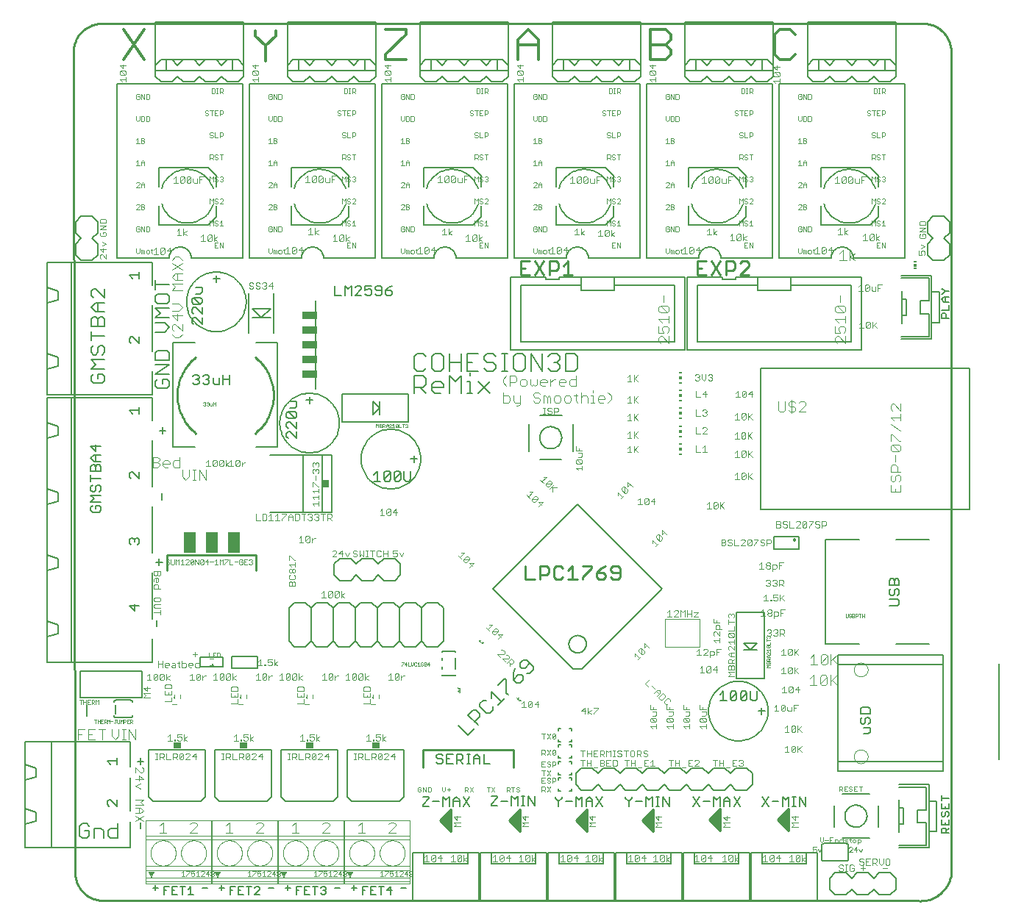
<source format=gto>
G75*
G70*
%OFA0B0*%
%FSLAX24Y24*%
%IPPOS*%
%LPD*%
%AMOC8*
5,1,8,0,0,1.08239X$1,22.5*
%
%ADD10C,0.0100*%
%ADD11C,0.0090*%
%ADD12C,0.0070*%
%ADD13C,0.0040*%
%ADD14R,0.0009X0.0009*%
%ADD15C,0.0120*%
%ADD16C,0.0060*%
%ADD17C,0.0030*%
%ADD18C,0.0020*%
%ADD19C,0.0050*%
%ADD20C,0.0080*%
%ADD21C,0.0010*%
%ADD22R,0.0118X0.0059*%
%ADD23R,0.0118X0.0118*%
%ADD24R,0.0300X0.0340*%
%ADD25R,0.0660X0.0380*%
%ADD26C,0.0000*%
%ADD27R,0.0560X0.0980*%
%ADD28R,0.0098X0.0089*%
%ADD29R,0.0340X0.0300*%
%ADD30R,0.0089X0.0098*%
D10*
X002393Y001821D02*
X002330Y038999D01*
X002331Y038998D02*
X002328Y039067D01*
X002329Y039135D01*
X002334Y039203D01*
X002343Y039271D01*
X002355Y039339D01*
X002371Y039405D01*
X002390Y039471D01*
X002413Y039535D01*
X002440Y039599D01*
X002470Y039660D01*
X002503Y039720D01*
X002539Y039778D01*
X002578Y039834D01*
X002621Y039888D01*
X002666Y039939D01*
X002714Y039988D01*
X002764Y040034D01*
X002817Y040078D01*
X002873Y040118D01*
X002930Y040156D01*
X002989Y040190D01*
X003050Y040221D01*
X003113Y040249D01*
X003177Y040273D01*
X003242Y040294D01*
X003308Y040311D01*
X003375Y040324D01*
X003443Y040334D01*
X003511Y040340D01*
X003511Y040341D02*
X040913Y040341D01*
X040983Y040333D01*
X041052Y040321D01*
X041121Y040306D01*
X041188Y040287D01*
X041255Y040264D01*
X041320Y040238D01*
X041384Y040208D01*
X041446Y040175D01*
X041506Y040138D01*
X041564Y040098D01*
X041619Y040056D01*
X041673Y040010D01*
X041724Y039961D01*
X041772Y039910D01*
X041817Y039856D01*
X041859Y039800D01*
X041898Y039741D01*
X041934Y039681D01*
X041967Y039619D01*
X041996Y039555D01*
X042022Y039489D01*
X042044Y039423D01*
X042062Y039355D01*
X042077Y039286D01*
X042088Y039217D01*
X042095Y039147D01*
X042099Y039077D01*
X042098Y039006D01*
X042094Y038936D01*
X042094Y001759D01*
X042095Y001759D02*
X042081Y001685D01*
X042063Y001613D01*
X042042Y001541D01*
X042016Y001471D01*
X041988Y001402D01*
X041955Y001334D01*
X041919Y001269D01*
X041880Y001205D01*
X041837Y001144D01*
X041792Y001085D01*
X041743Y001028D01*
X041691Y000974D01*
X041637Y000923D01*
X041580Y000874D01*
X041520Y000829D01*
X041459Y000787D01*
X041395Y000748D01*
X041329Y000712D01*
X041261Y000680D01*
X041192Y000652D01*
X041122Y000627D01*
X041050Y000606D01*
X040977Y000589D01*
X040904Y000576D01*
X040829Y000566D01*
X040755Y000561D01*
X040680Y000559D01*
X040605Y000561D01*
X040531Y000567D01*
X040457Y000577D01*
X040456Y000578D02*
X003699Y000578D01*
X003698Y000577D02*
X003629Y000578D01*
X003560Y000581D01*
X003492Y000589D01*
X003424Y000600D01*
X003356Y000615D01*
X003290Y000634D01*
X003224Y000656D01*
X003160Y000682D01*
X003098Y000711D01*
X003037Y000744D01*
X002978Y000779D01*
X002921Y000818D01*
X002866Y000860D01*
X002813Y000905D01*
X002763Y000953D01*
X002716Y001003D01*
X002671Y001056D01*
X002630Y001111D01*
X002591Y001168D01*
X002555Y001227D01*
X002523Y001288D01*
X002494Y001351D01*
X002469Y001415D01*
X002447Y001481D01*
X002429Y001547D01*
X002414Y001615D01*
X002403Y001683D01*
X002396Y001752D01*
X002392Y001821D01*
X006560Y015550D02*
X006560Y016250D01*
X010600Y016250D01*
X010600Y015550D01*
X007870Y021760D02*
X007787Y021828D01*
X007707Y021901D01*
X007631Y021977D01*
X007559Y022057D01*
X007491Y022141D01*
X007427Y022227D01*
X007367Y022317D01*
X007312Y022410D01*
X007261Y022505D01*
X007215Y022602D01*
X007174Y022702D01*
X007138Y022803D01*
X007106Y022906D01*
X007080Y023011D01*
X007059Y023117D01*
X007043Y023223D01*
X007033Y023330D01*
X007028Y023438D01*
X007028Y023546D01*
X007033Y023654D01*
X007043Y023761D01*
X007059Y023867D01*
X007080Y023973D01*
X007106Y024078D01*
X007138Y024181D01*
X007174Y024282D01*
X007215Y024382D01*
X007261Y024479D01*
X007312Y024574D01*
X007367Y024667D01*
X007427Y024757D01*
X007491Y024843D01*
X007559Y024927D01*
X007631Y025007D01*
X007707Y025083D01*
X007787Y025156D01*
X007870Y025224D01*
X010546Y025224D02*
X010629Y025156D01*
X010709Y025083D01*
X010785Y025007D01*
X010857Y024927D01*
X010925Y024843D01*
X010989Y024757D01*
X011049Y024667D01*
X011104Y024574D01*
X011155Y024479D01*
X011201Y024382D01*
X011242Y024282D01*
X011278Y024181D01*
X011310Y024078D01*
X011336Y023973D01*
X011357Y023867D01*
X011373Y023761D01*
X011383Y023654D01*
X011388Y023546D01*
X011388Y023438D01*
X011383Y023330D01*
X011373Y023223D01*
X011357Y023117D01*
X011336Y023011D01*
X011310Y022906D01*
X011278Y022803D01*
X011242Y022702D01*
X011201Y022602D01*
X011155Y022505D01*
X011104Y022410D01*
X011049Y022317D01*
X010989Y022227D01*
X010925Y022141D01*
X010857Y022057D01*
X010785Y021977D01*
X010709Y021901D01*
X010629Y021828D01*
X010546Y021760D01*
X018153Y007410D02*
X022247Y007410D01*
X022247Y006622D01*
X022549Y004703D02*
X022549Y003703D01*
X022049Y004203D01*
X022549Y004703D01*
X022549Y004616D02*
X022462Y004616D01*
X022549Y004518D02*
X022364Y004518D01*
X022265Y004419D02*
X022549Y004419D01*
X022549Y004321D02*
X022167Y004321D01*
X022068Y004222D02*
X022549Y004222D01*
X022549Y004124D02*
X022128Y004124D01*
X022226Y004025D02*
X022549Y004025D01*
X022549Y003927D02*
X022325Y003927D01*
X022423Y003828D02*
X022549Y003828D01*
X022549Y003730D02*
X022522Y003730D01*
X025080Y004203D02*
X025580Y004703D01*
X025580Y003703D01*
X025080Y004203D01*
X025100Y004222D02*
X025580Y004222D01*
X025580Y004124D02*
X025159Y004124D01*
X025257Y004025D02*
X025580Y004025D01*
X025580Y003927D02*
X025356Y003927D01*
X025454Y003828D02*
X025580Y003828D01*
X025580Y003730D02*
X025553Y003730D01*
X025580Y004321D02*
X025198Y004321D01*
X025297Y004419D02*
X025580Y004419D01*
X025580Y004518D02*
X025395Y004518D01*
X025494Y004616D02*
X025580Y004616D01*
X028080Y004203D02*
X028580Y004703D01*
X028580Y003703D01*
X028080Y004203D01*
X028100Y004222D02*
X028580Y004222D01*
X028580Y004124D02*
X028159Y004124D01*
X028257Y004025D02*
X028580Y004025D01*
X028580Y003927D02*
X028356Y003927D01*
X028454Y003828D02*
X028580Y003828D01*
X028580Y003730D02*
X028553Y003730D01*
X028580Y004321D02*
X028198Y004321D01*
X028297Y004419D02*
X028580Y004419D01*
X028580Y004518D02*
X028395Y004518D01*
X028494Y004616D02*
X028580Y004616D01*
X031143Y004234D02*
X031643Y004734D01*
X031643Y003734D01*
X031143Y004234D01*
X031154Y004222D02*
X031643Y004222D01*
X031643Y004124D02*
X031253Y004124D01*
X031351Y004025D02*
X031643Y004025D01*
X031643Y003927D02*
X031450Y003927D01*
X031548Y003828D02*
X031643Y003828D01*
X031643Y004321D02*
X031229Y004321D01*
X031328Y004419D02*
X031643Y004419D01*
X031643Y004518D02*
X031426Y004518D01*
X031525Y004616D02*
X031643Y004616D01*
X031643Y004715D02*
X031623Y004715D01*
X034236Y004234D02*
X034736Y004734D01*
X034736Y003734D01*
X034236Y004234D01*
X034248Y004222D02*
X034736Y004222D01*
X034736Y004124D02*
X034346Y004124D01*
X034445Y004025D02*
X034736Y004025D01*
X034736Y003927D02*
X034543Y003927D01*
X034642Y003828D02*
X034736Y003828D01*
X034736Y004321D02*
X034323Y004321D01*
X034422Y004419D02*
X034736Y004419D01*
X034736Y004518D02*
X034520Y004518D01*
X034619Y004616D02*
X034736Y004616D01*
X034736Y004715D02*
X034717Y004715D01*
X019424Y004703D02*
X019424Y003703D01*
X018924Y004203D01*
X019424Y004703D01*
X019424Y004616D02*
X019337Y004616D01*
X019424Y004518D02*
X019239Y004518D01*
X019140Y004419D02*
X019424Y004419D01*
X019424Y004321D02*
X019042Y004321D01*
X018943Y004222D02*
X019424Y004222D01*
X019424Y004124D02*
X019003Y004124D01*
X019101Y004025D02*
X019424Y004025D01*
X019424Y003927D02*
X019200Y003927D01*
X019298Y003828D02*
X019424Y003828D01*
X019424Y003730D02*
X019397Y003730D01*
X018153Y006622D02*
X018153Y007410D01*
D11*
X022806Y015137D02*
X023213Y015137D01*
X023451Y015137D02*
X023451Y015747D01*
X023756Y015747D01*
X023858Y015645D01*
X023858Y015442D01*
X023756Y015340D01*
X023451Y015340D01*
X022806Y015137D02*
X022806Y015747D01*
X024095Y015645D02*
X024095Y015238D01*
X024197Y015137D01*
X024400Y015137D01*
X024502Y015238D01*
X024740Y015137D02*
X025147Y015137D01*
X024943Y015137D02*
X024943Y015747D01*
X024740Y015544D01*
X024502Y015645D02*
X024400Y015747D01*
X024197Y015747D01*
X024095Y015645D01*
X025384Y015747D02*
X025791Y015747D01*
X025791Y015645D01*
X025384Y015238D01*
X025384Y015137D01*
X026029Y015238D02*
X026131Y015137D01*
X026334Y015137D01*
X026436Y015238D01*
X026436Y015340D01*
X026334Y015442D01*
X026029Y015442D01*
X026029Y015238D01*
X026029Y015442D02*
X026232Y015645D01*
X026436Y015747D01*
X026673Y015645D02*
X026673Y015544D01*
X026775Y015442D01*
X027080Y015442D01*
X027080Y015645D02*
X027080Y015238D01*
X026979Y015137D01*
X026775Y015137D01*
X026673Y015238D01*
X026673Y015645D02*
X026775Y015747D01*
X026979Y015747D01*
X027080Y015645D01*
X024931Y028953D02*
X024524Y028953D01*
X024727Y028953D02*
X024727Y029563D01*
X024524Y029360D01*
X024286Y029461D02*
X024286Y029258D01*
X024185Y029156D01*
X023879Y029156D01*
X023879Y028953D02*
X023879Y029563D01*
X024185Y029563D01*
X024286Y029461D01*
X023642Y029563D02*
X023235Y028953D01*
X022997Y028953D02*
X022590Y028953D01*
X022590Y029563D01*
X022997Y029563D01*
X023235Y029563D02*
X023642Y028953D01*
X022794Y029258D02*
X022590Y029258D01*
X030590Y029258D02*
X030794Y029258D01*
X030997Y029563D02*
X030590Y029563D01*
X030590Y028953D01*
X030997Y028953D01*
X031235Y028953D02*
X031642Y029563D01*
X031879Y029563D02*
X032185Y029563D01*
X032286Y029461D01*
X032286Y029258D01*
X032185Y029156D01*
X031879Y029156D01*
X031879Y028953D02*
X031879Y029563D01*
X031235Y029563D02*
X031642Y028953D01*
X032524Y028953D02*
X032931Y029360D01*
X032931Y029461D01*
X032829Y029563D01*
X032626Y029563D01*
X032524Y029461D01*
X032524Y028953D02*
X032931Y028953D01*
D12*
X025161Y025240D02*
X025161Y024713D01*
X025030Y024581D01*
X024634Y024581D01*
X024634Y025372D01*
X025030Y025372D01*
X025161Y025240D01*
X024369Y025240D02*
X024369Y025108D01*
X024238Y024977D01*
X024369Y024845D01*
X024369Y024713D01*
X024238Y024581D01*
X023974Y024581D01*
X023842Y024713D01*
X023578Y024581D02*
X023578Y025372D01*
X023842Y025240D02*
X023974Y025372D01*
X024238Y025372D01*
X024369Y025240D01*
X024238Y024977D02*
X024106Y024977D01*
X023578Y024581D02*
X023050Y025372D01*
X023050Y024581D01*
X022786Y024713D02*
X022786Y025240D01*
X022654Y025372D01*
X022390Y025372D01*
X022259Y025240D01*
X022259Y024713D01*
X022390Y024581D01*
X022654Y024581D01*
X022786Y024713D01*
X021994Y024581D02*
X021731Y024581D01*
X021862Y024581D02*
X021862Y025372D01*
X021731Y025372D02*
X021994Y025372D01*
X021466Y025240D02*
X021334Y025372D01*
X021071Y025372D01*
X020939Y025240D01*
X020939Y025108D01*
X021071Y024977D01*
X021334Y024977D01*
X021466Y024845D01*
X021466Y024713D01*
X021334Y024581D01*
X021071Y024581D01*
X020939Y024713D01*
X020674Y024581D02*
X020147Y024581D01*
X020147Y025372D01*
X020674Y025372D01*
X020410Y024977D02*
X020147Y024977D01*
X019882Y024977D02*
X019355Y024977D01*
X019090Y025240D02*
X018958Y025372D01*
X018695Y025372D01*
X018563Y025240D01*
X018563Y024713D01*
X018695Y024581D01*
X018958Y024581D01*
X019090Y024713D01*
X019090Y025240D01*
X019355Y025372D02*
X019355Y024581D01*
X019355Y024372D02*
X019619Y024108D01*
X019882Y024372D01*
X019882Y023581D01*
X020147Y023581D02*
X020410Y023581D01*
X020279Y023581D02*
X020279Y024108D01*
X020147Y024108D01*
X020279Y024372D02*
X020279Y024504D01*
X019882Y024581D02*
X019882Y025372D01*
X019355Y024372D02*
X019355Y023581D01*
X019090Y023845D02*
X018563Y023845D01*
X018563Y023977D02*
X018695Y024108D01*
X018958Y024108D01*
X019090Y023977D01*
X019090Y023845D01*
X018958Y023581D02*
X018695Y023581D01*
X018563Y023713D01*
X018563Y023977D01*
X018298Y023977D02*
X018167Y023845D01*
X017771Y023845D01*
X017771Y023581D02*
X017771Y024372D01*
X018167Y024372D01*
X018298Y024240D01*
X018298Y023977D01*
X018035Y023845D02*
X018298Y023581D01*
X018167Y024581D02*
X018298Y024713D01*
X018167Y024581D02*
X017903Y024581D01*
X017771Y024713D01*
X017771Y025240D01*
X017903Y025372D01*
X018167Y025372D01*
X018298Y025240D01*
X020675Y024108D02*
X021202Y023581D01*
X020675Y023581D02*
X021202Y024108D01*
X016753Y028093D02*
X016753Y028165D01*
X016681Y028237D01*
X016466Y028237D01*
X016466Y028093D01*
X016538Y028021D01*
X016681Y028021D01*
X016753Y028093D01*
X016610Y028380D02*
X016466Y028237D01*
X016293Y028237D02*
X016078Y028237D01*
X016006Y028308D01*
X016006Y028380D01*
X016078Y028452D01*
X016221Y028452D01*
X016293Y028380D01*
X016293Y028093D01*
X016221Y028021D01*
X016078Y028021D01*
X016006Y028093D01*
X015832Y028093D02*
X015832Y028237D01*
X015761Y028308D01*
X015689Y028308D01*
X015545Y028237D01*
X015545Y028452D01*
X015832Y028452D01*
X015832Y028093D02*
X015761Y028021D01*
X015617Y028021D01*
X015545Y028093D01*
X015372Y028021D02*
X015085Y028021D01*
X015372Y028308D01*
X015372Y028380D01*
X015300Y028452D01*
X015157Y028452D01*
X015085Y028380D01*
X014912Y028452D02*
X014912Y028021D01*
X014625Y028021D02*
X014625Y028452D01*
X014768Y028308D01*
X014912Y028452D01*
X014451Y028021D02*
X014164Y028021D01*
X014164Y028452D01*
X016610Y028380D02*
X016753Y028452D01*
X009393Y024416D02*
X009393Y023986D01*
X009393Y024201D02*
X009106Y024201D01*
X008933Y024273D02*
X008933Y023986D01*
X008718Y023986D01*
X008646Y024058D01*
X008646Y024273D01*
X008473Y024273D02*
X008401Y024201D01*
X008473Y024129D01*
X008473Y024058D01*
X008401Y023986D01*
X008257Y023986D01*
X008186Y024058D01*
X008012Y024058D02*
X007940Y023986D01*
X007797Y023986D01*
X007725Y024058D01*
X007869Y024201D02*
X007940Y024201D01*
X008012Y024129D01*
X008012Y024058D01*
X007940Y024201D02*
X008012Y024273D01*
X008012Y024345D01*
X007940Y024416D01*
X007797Y024416D01*
X007725Y024345D01*
X008186Y024345D02*
X008257Y024416D01*
X008401Y024416D01*
X008473Y024345D01*
X008473Y024273D01*
X008401Y024201D02*
X008329Y024201D01*
X009106Y023986D02*
X009106Y024416D01*
X006505Y021889D02*
X006218Y021889D01*
X006361Y021746D02*
X006361Y022033D01*
X003745Y024143D02*
X003745Y024353D01*
X003640Y024459D01*
X003430Y024459D01*
X003430Y024248D01*
X003220Y024038D02*
X003640Y024038D01*
X003745Y024143D01*
X003220Y024038D02*
X003114Y024143D01*
X003114Y024353D01*
X003220Y024459D01*
X003114Y024683D02*
X003325Y024893D01*
X003114Y025103D01*
X003745Y025103D01*
X003640Y025327D02*
X003745Y025432D01*
X003745Y025643D01*
X003640Y025748D01*
X003535Y025748D01*
X003430Y025643D01*
X003430Y025432D01*
X003325Y025327D01*
X003220Y025327D01*
X003114Y025432D01*
X003114Y025643D01*
X003220Y025748D01*
X003114Y025972D02*
X003114Y026392D01*
X003114Y026182D02*
X003745Y026182D01*
X003745Y026616D02*
X003114Y026616D01*
X003114Y026932D01*
X003220Y027037D01*
X003325Y027037D01*
X003430Y026932D01*
X003430Y026616D01*
X003745Y026616D02*
X003745Y026932D01*
X003640Y027037D01*
X003535Y027037D01*
X003430Y026932D01*
X003430Y027261D02*
X003430Y027681D01*
X003325Y027681D02*
X003745Y027681D01*
X003745Y027905D02*
X003325Y028326D01*
X003220Y028326D01*
X003114Y028221D01*
X003114Y028011D01*
X003220Y027905D01*
X003325Y027681D02*
X003114Y027471D01*
X003325Y027261D01*
X003745Y027261D01*
X003745Y027905D02*
X003745Y028326D01*
X003745Y024683D02*
X003114Y024683D01*
X006330Y019033D02*
X006330Y018746D01*
X006205Y016064D02*
X006205Y015777D01*
X006348Y015921D02*
X006061Y015921D01*
X006080Y013283D02*
X006080Y012996D01*
X005361Y007033D02*
X005361Y006746D01*
X005218Y006889D02*
X005505Y006889D01*
X005361Y004127D02*
X005361Y003840D01*
X018146Y004847D02*
X018433Y004847D01*
X018606Y005062D02*
X018893Y005062D01*
X019066Y005277D02*
X019210Y005134D01*
X019353Y005277D01*
X019353Y004847D01*
X019527Y004847D02*
X019527Y005134D01*
X019670Y005277D01*
X019814Y005134D01*
X019814Y004847D01*
X019987Y004847D02*
X020274Y005277D01*
X019987Y005277D02*
X020274Y004847D01*
X019814Y005062D02*
X019527Y005062D01*
X019066Y004847D02*
X019066Y005277D01*
X018433Y005277D02*
X018433Y005205D01*
X018146Y004918D01*
X018146Y004847D01*
X018146Y005277D02*
X018433Y005277D01*
X018840Y006787D02*
X018768Y006859D01*
X018840Y006787D02*
X018983Y006787D01*
X019055Y006859D01*
X019055Y006931D01*
X018983Y007002D01*
X018840Y007002D01*
X018768Y007074D01*
X018768Y007146D01*
X018840Y007218D01*
X018983Y007218D01*
X019055Y007146D01*
X019228Y007218D02*
X019228Y006787D01*
X019515Y006787D01*
X019689Y006787D02*
X019689Y007218D01*
X019904Y007218D01*
X019976Y007146D01*
X019976Y007002D01*
X019904Y006931D01*
X019689Y006931D01*
X019832Y006931D02*
X019976Y006787D01*
X020149Y006787D02*
X020293Y006787D01*
X020221Y006787D02*
X020221Y007218D01*
X020149Y007218D02*
X020293Y007218D01*
X020456Y007074D02*
X020456Y006787D01*
X020456Y007002D02*
X020743Y007002D01*
X020743Y007074D02*
X020743Y006787D01*
X020916Y006787D02*
X020916Y007218D01*
X020743Y007074D02*
X020599Y007218D01*
X020456Y007074D01*
X020916Y006787D02*
X021203Y006787D01*
X021250Y005308D02*
X021537Y005308D01*
X021537Y005237D01*
X021250Y004950D01*
X021250Y004878D01*
X021537Y004878D01*
X021711Y005093D02*
X021998Y005093D01*
X022171Y004878D02*
X022171Y005308D01*
X022315Y005165D01*
X022458Y005308D01*
X022458Y004878D01*
X022632Y004878D02*
X022775Y004878D01*
X022703Y004878D02*
X022703Y005308D01*
X022632Y005308D02*
X022775Y005308D01*
X022939Y005308D02*
X023225Y004878D01*
X023225Y005308D01*
X022939Y005308D02*
X022939Y004878D01*
X024166Y005205D02*
X024310Y005062D01*
X024310Y004847D01*
X024310Y005062D02*
X024453Y005205D01*
X024453Y005277D01*
X024627Y005062D02*
X024914Y005062D01*
X025087Y005277D02*
X025231Y005134D01*
X025374Y005277D01*
X025374Y004847D01*
X025548Y004847D02*
X025548Y005134D01*
X025691Y005277D01*
X025834Y005134D01*
X025834Y004847D01*
X026008Y004847D02*
X026295Y005277D01*
X026008Y005277D02*
X026295Y004847D01*
X025834Y005062D02*
X025548Y005062D01*
X025087Y004847D02*
X025087Y005277D01*
X024166Y005277D02*
X024166Y005205D01*
X027342Y005205D02*
X027486Y005062D01*
X027486Y004847D01*
X027486Y005062D02*
X027629Y005205D01*
X027629Y005277D01*
X027803Y005062D02*
X028090Y005062D01*
X028263Y005277D02*
X028407Y005134D01*
X028550Y005277D01*
X028550Y004847D01*
X028724Y004847D02*
X028867Y004847D01*
X028795Y004847D02*
X028795Y005277D01*
X028724Y005277D02*
X028867Y005277D01*
X029030Y005277D02*
X029317Y004847D01*
X029317Y005277D01*
X029030Y005277D02*
X029030Y004847D01*
X028263Y004847D02*
X028263Y005277D01*
X027342Y005277D02*
X027342Y005205D01*
X030406Y005277D02*
X030693Y004847D01*
X030866Y005062D02*
X031153Y005062D01*
X031327Y005277D02*
X031470Y005134D01*
X031613Y005277D01*
X031613Y004847D01*
X031787Y004847D02*
X031787Y005134D01*
X031930Y005277D01*
X032074Y005134D01*
X032074Y004847D01*
X032247Y004847D02*
X032534Y005277D01*
X032247Y005277D02*
X032534Y004847D01*
X032074Y005062D02*
X031787Y005062D01*
X031327Y004847D02*
X031327Y005277D01*
X030693Y005277D02*
X030406Y004847D01*
X033526Y004847D02*
X033812Y005277D01*
X033986Y005062D02*
X034273Y005062D01*
X034446Y005277D02*
X034590Y005134D01*
X034733Y005277D01*
X034733Y004847D01*
X034907Y004847D02*
X035050Y004847D01*
X034978Y004847D02*
X034978Y005277D01*
X034907Y005277D02*
X035050Y005277D01*
X035214Y005277D02*
X035501Y004847D01*
X035501Y005277D01*
X035214Y005277D02*
X035214Y004847D01*
X034446Y004847D02*
X034446Y005277D01*
X033812Y004847D02*
X033526Y005277D01*
X038126Y008128D02*
X038341Y008128D01*
X038413Y008199D01*
X038413Y008415D01*
X038126Y008415D01*
X038126Y008588D02*
X038198Y008660D01*
X038198Y008803D01*
X038270Y008875D01*
X038341Y008875D01*
X038413Y008803D01*
X038413Y008660D01*
X038341Y008588D01*
X038126Y008588D02*
X038054Y008588D01*
X037983Y008660D01*
X037983Y008803D01*
X038054Y008875D01*
X037983Y009049D02*
X037983Y009264D01*
X038054Y009335D01*
X038341Y009335D01*
X038413Y009264D01*
X038413Y009049D01*
X037983Y009049D01*
X041650Y005333D02*
X041650Y005113D01*
X041650Y005223D02*
X041980Y005223D01*
X041980Y004965D02*
X041980Y004745D01*
X041650Y004745D01*
X041650Y004965D01*
X041815Y004855D02*
X041815Y004745D01*
X041870Y004596D02*
X041925Y004596D01*
X041980Y004541D01*
X041980Y004431D01*
X041925Y004376D01*
X041815Y004431D02*
X041815Y004541D01*
X041870Y004596D01*
X041705Y004596D02*
X041650Y004541D01*
X041650Y004431D01*
X041705Y004376D01*
X041760Y004376D01*
X041815Y004431D01*
X041980Y004228D02*
X041980Y004008D01*
X041650Y004008D01*
X041650Y004228D01*
X041815Y004118D02*
X041815Y004008D01*
X041815Y003860D02*
X041870Y003805D01*
X041870Y003640D01*
X041870Y003750D02*
X041980Y003860D01*
X041815Y003860D02*
X041705Y003860D01*
X041650Y003805D01*
X041650Y003640D01*
X041980Y003640D01*
X033294Y009707D02*
X033294Y010066D01*
X033007Y010066D02*
X033007Y009707D01*
X033079Y009636D01*
X033222Y009636D01*
X033294Y009707D01*
X032833Y009707D02*
X032762Y009636D01*
X032618Y009636D01*
X032547Y009707D01*
X032833Y009994D01*
X032833Y009707D01*
X032547Y009707D02*
X032547Y009994D01*
X032618Y010066D01*
X032762Y010066D01*
X032833Y009994D01*
X032373Y009994D02*
X032086Y009707D01*
X032158Y009636D01*
X032301Y009636D01*
X032373Y009707D01*
X032373Y009994D01*
X032301Y010066D01*
X032158Y010066D01*
X032086Y009994D01*
X032086Y009707D01*
X031913Y009636D02*
X031626Y009636D01*
X031769Y009636D02*
X031769Y010066D01*
X031626Y009923D01*
X039306Y013955D02*
X039664Y013955D01*
X039736Y014026D01*
X039736Y014170D01*
X039664Y014241D01*
X039306Y014241D01*
X039377Y014415D02*
X039449Y014415D01*
X039521Y014487D01*
X039521Y014630D01*
X039592Y014702D01*
X039664Y014702D01*
X039736Y014630D01*
X039736Y014487D01*
X039664Y014415D01*
X039377Y014415D02*
X039306Y014487D01*
X039306Y014630D01*
X039377Y014702D01*
X039306Y014875D02*
X039306Y015090D01*
X039377Y015162D01*
X039449Y015162D01*
X039521Y015090D01*
X039521Y014875D01*
X039736Y014875D02*
X039736Y015090D01*
X039664Y015162D01*
X039592Y015162D01*
X039521Y015090D01*
X039736Y014875D02*
X039306Y014875D01*
X041656Y026985D02*
X041656Y027150D01*
X041711Y027205D01*
X041821Y027205D01*
X041876Y027150D01*
X041876Y026985D01*
X041986Y026985D02*
X041656Y026985D01*
X041656Y027354D02*
X041986Y027354D01*
X041986Y027574D01*
X041986Y027722D02*
X041766Y027722D01*
X041656Y027832D01*
X041766Y027942D01*
X041986Y027942D01*
X041821Y027942D02*
X041821Y027722D01*
X041711Y028090D02*
X041821Y028200D01*
X041986Y028200D01*
X041821Y028200D02*
X041711Y028310D01*
X041656Y028310D01*
X041656Y028090D02*
X041711Y028090D01*
X023152Y011186D02*
X022855Y011483D01*
X022706Y011483D01*
X022558Y011334D01*
X022558Y011186D01*
X022632Y011111D01*
X022780Y011111D01*
X023003Y011334D01*
X023152Y011186D02*
X023152Y011037D01*
X023003Y010889D01*
X022855Y010889D01*
X022696Y010730D02*
X022622Y010804D01*
X022473Y010804D01*
X022250Y010581D01*
X022399Y010433D01*
X022548Y010433D01*
X022696Y010581D01*
X022696Y010730D01*
X022250Y010879D02*
X022250Y010581D01*
X022250Y010879D02*
X022325Y011102D01*
X021869Y010646D02*
X021943Y010571D01*
X021943Y009977D01*
X022018Y009903D01*
X021859Y009744D02*
X021562Y009447D01*
X021710Y009596D02*
X021265Y010041D01*
X021265Y009744D01*
X021032Y009660D02*
X020883Y009660D01*
X020735Y009511D01*
X020735Y009363D01*
X021032Y009065D01*
X021180Y009065D01*
X021329Y009214D01*
X021329Y009363D01*
X020725Y009056D02*
X020725Y008907D01*
X020502Y008684D01*
X020650Y008535D02*
X020204Y008981D01*
X020427Y009204D01*
X020576Y009204D01*
X020725Y009056D01*
X020492Y008377D02*
X020195Y008080D01*
X019749Y008525D01*
X019515Y007218D02*
X019228Y007218D01*
X019228Y007002D02*
X019372Y007002D01*
X021572Y010349D02*
X021869Y010646D01*
D13*
X022719Y009613D02*
X022626Y009520D01*
X022719Y009613D02*
X022719Y009333D01*
X022626Y009333D02*
X022812Y009333D01*
X022920Y009380D02*
X022967Y009333D01*
X023060Y009333D01*
X023107Y009380D01*
X023107Y009567D01*
X022920Y009380D01*
X022920Y009567D01*
X022967Y009613D01*
X023060Y009613D01*
X023107Y009567D01*
X023215Y009473D02*
X023402Y009473D01*
X023355Y009333D02*
X023355Y009613D01*
X023215Y009473D01*
X025299Y007391D02*
X025486Y007391D01*
X025393Y007391D02*
X025393Y007111D01*
X025390Y006952D02*
X025390Y006672D01*
X025591Y006672D02*
X025591Y006952D01*
X025483Y006952D02*
X025297Y006952D01*
X025591Y006812D02*
X025778Y006812D01*
X025778Y006952D02*
X025778Y006672D01*
X025886Y006625D02*
X026073Y006625D01*
X026181Y006672D02*
X026321Y006672D01*
X026367Y006718D01*
X026367Y006765D01*
X026321Y006812D01*
X026181Y006812D01*
X026321Y006812D02*
X026367Y006858D01*
X026367Y006905D01*
X026321Y006952D01*
X026181Y006952D01*
X026181Y006672D01*
X026475Y006672D02*
X026475Y006952D01*
X026662Y006952D01*
X026770Y006952D02*
X026910Y006952D01*
X026957Y006905D01*
X026957Y006718D01*
X026910Y006672D01*
X026770Y006672D01*
X026770Y006952D01*
X026773Y007111D02*
X026866Y007111D01*
X026819Y007111D02*
X026819Y007391D01*
X026773Y007391D02*
X026866Y007391D01*
X026969Y007344D02*
X026969Y007297D01*
X027016Y007251D01*
X027109Y007251D01*
X027156Y007204D01*
X027156Y007157D01*
X027109Y007111D01*
X027016Y007111D01*
X026969Y007157D01*
X026969Y007344D02*
X027016Y007391D01*
X027109Y007391D01*
X027156Y007344D01*
X027264Y007391D02*
X027450Y007391D01*
X027357Y007391D02*
X027357Y007111D01*
X027390Y006952D02*
X027390Y006672D01*
X027591Y006672D02*
X027591Y006952D01*
X027483Y006952D02*
X027297Y006952D01*
X027591Y006812D02*
X027778Y006812D01*
X027778Y006952D02*
X027778Y006672D01*
X027886Y006625D02*
X028073Y006625D01*
X028181Y006672D02*
X028367Y006672D01*
X028475Y006672D02*
X028662Y006672D01*
X028569Y006672D02*
X028569Y006952D01*
X028475Y006858D01*
X028367Y006952D02*
X028181Y006952D01*
X028181Y006672D01*
X028181Y006812D02*
X028274Y006812D01*
X028288Y007111D02*
X028194Y007111D01*
X028148Y007157D01*
X028194Y007251D02*
X028288Y007251D01*
X028334Y007204D01*
X028334Y007157D01*
X028288Y007111D01*
X028194Y007251D02*
X028148Y007297D01*
X028148Y007344D01*
X028194Y007391D01*
X028288Y007391D01*
X028334Y007344D01*
X028040Y007344D02*
X028040Y007251D01*
X027993Y007204D01*
X027853Y007204D01*
X027946Y007204D02*
X028040Y007111D01*
X027853Y007111D02*
X027853Y007391D01*
X027993Y007391D01*
X028040Y007344D01*
X027745Y007344D02*
X027745Y007157D01*
X027698Y007111D01*
X027605Y007111D01*
X027558Y007157D01*
X027558Y007344D01*
X027605Y007391D01*
X027698Y007391D01*
X027745Y007344D01*
X026665Y007391D02*
X026665Y007111D01*
X026478Y007111D02*
X026478Y007391D01*
X026571Y007297D01*
X026665Y007391D01*
X026370Y007344D02*
X026370Y007251D01*
X026323Y007204D01*
X026183Y007204D01*
X026183Y007111D02*
X026183Y007391D01*
X026323Y007391D01*
X026370Y007344D01*
X026277Y007204D02*
X026370Y007111D01*
X026075Y007111D02*
X025889Y007111D01*
X025889Y007391D01*
X026075Y007391D01*
X025982Y007251D02*
X025889Y007251D01*
X025781Y007251D02*
X025594Y007251D01*
X025594Y007111D02*
X025594Y007391D01*
X025781Y007391D02*
X025781Y007111D01*
X026475Y006812D02*
X026569Y006812D01*
X026475Y006672D02*
X026662Y006672D01*
X029297Y006952D02*
X029483Y006952D01*
X029390Y006952D02*
X029390Y006672D01*
X029591Y006672D02*
X029591Y006952D01*
X029591Y006812D02*
X029778Y006812D01*
X029778Y006952D02*
X029778Y006672D01*
X029886Y006625D02*
X030073Y006625D01*
X030181Y006672D02*
X030367Y006672D01*
X030475Y006672D02*
X030662Y006858D01*
X030662Y006905D01*
X030615Y006952D01*
X030522Y006952D01*
X030475Y006905D01*
X030367Y006952D02*
X030181Y006952D01*
X030181Y006672D01*
X030181Y006812D02*
X030274Y006812D01*
X030475Y006672D02*
X030662Y006672D01*
X031297Y006952D02*
X031483Y006952D01*
X031390Y006952D02*
X031390Y006672D01*
X031591Y006672D02*
X031591Y006952D01*
X031591Y006812D02*
X031778Y006812D01*
X031778Y006952D02*
X031778Y006672D01*
X031886Y006625D02*
X032073Y006625D01*
X032181Y006672D02*
X032367Y006672D01*
X032475Y006718D02*
X032522Y006672D01*
X032615Y006672D01*
X032662Y006718D01*
X032662Y006765D01*
X032615Y006812D01*
X032569Y006812D01*
X032615Y006812D02*
X032662Y006858D01*
X032662Y006905D01*
X032615Y006952D01*
X032522Y006952D01*
X032475Y006905D01*
X032367Y006952D02*
X032181Y006952D01*
X032181Y006672D01*
X032181Y006812D02*
X032274Y006812D01*
X034555Y007309D02*
X034742Y007309D01*
X034648Y007309D02*
X034648Y007589D01*
X034555Y007496D01*
X034849Y007543D02*
X034896Y007589D01*
X034989Y007589D01*
X035036Y007543D01*
X034849Y007356D01*
X034896Y007309D01*
X034989Y007309D01*
X035036Y007356D01*
X035036Y007543D01*
X035144Y007589D02*
X035144Y007309D01*
X035144Y007403D02*
X035331Y007589D01*
X035191Y007449D02*
X035331Y007309D01*
X034849Y007356D02*
X034849Y007543D01*
X034896Y008215D02*
X034849Y008261D01*
X035036Y008448D01*
X035036Y008261D01*
X034989Y008215D01*
X034896Y008215D01*
X034849Y008261D02*
X034849Y008448D01*
X034896Y008495D01*
X034989Y008495D01*
X035036Y008448D01*
X035144Y008495D02*
X035144Y008215D01*
X035144Y008308D02*
X035331Y008495D01*
X035191Y008355D02*
X035331Y008215D01*
X034742Y008215D02*
X034555Y008215D01*
X034648Y008215D02*
X034648Y008495D01*
X034555Y008401D01*
X034520Y009171D02*
X034426Y009171D01*
X034379Y009217D01*
X034566Y009404D01*
X034566Y009217D01*
X034520Y009171D01*
X034379Y009217D02*
X034379Y009404D01*
X034426Y009451D01*
X034520Y009451D01*
X034566Y009404D01*
X034674Y009358D02*
X034674Y009217D01*
X034721Y009171D01*
X034861Y009171D01*
X034861Y009358D01*
X034969Y009311D02*
X035062Y009311D01*
X034969Y009171D02*
X034969Y009451D01*
X035156Y009451D01*
X035166Y010003D02*
X035166Y010283D01*
X035026Y010143D01*
X035213Y010143D01*
X034918Y010236D02*
X034731Y010049D01*
X034778Y010003D01*
X034871Y010003D01*
X034918Y010049D01*
X034918Y010236D01*
X034871Y010283D01*
X034778Y010283D01*
X034731Y010236D01*
X034731Y010049D01*
X034623Y010003D02*
X034437Y010003D01*
X034530Y010003D02*
X034530Y010283D01*
X034437Y010189D01*
X034397Y010869D02*
X034584Y010869D01*
X034491Y010869D02*
X034491Y011149D01*
X034397Y011055D01*
X034692Y011102D02*
X034692Y010915D01*
X034879Y011102D01*
X034879Y010915D01*
X034832Y010869D01*
X034739Y010869D01*
X034692Y010915D01*
X034692Y011102D02*
X034739Y011149D01*
X034832Y011149D01*
X034879Y011102D01*
X034987Y011149D02*
X034987Y010869D01*
X034987Y010962D02*
X035173Y011149D01*
X035033Y011009D02*
X035173Y010869D01*
X035702Y010649D02*
X035855Y010802D01*
X035855Y010342D01*
X035702Y010342D02*
X036009Y010342D01*
X036162Y010419D02*
X036469Y010726D01*
X036469Y010419D01*
X036392Y010342D01*
X036239Y010342D01*
X036162Y010419D01*
X036162Y010726D01*
X036239Y010802D01*
X036392Y010802D01*
X036469Y010726D01*
X036623Y010802D02*
X036623Y010342D01*
X036623Y010495D02*
X036930Y010802D01*
X036699Y010572D02*
X036930Y010342D01*
X036949Y011279D02*
X036718Y011509D01*
X036642Y011433D02*
X036949Y011740D01*
X036642Y011740D02*
X036642Y011279D01*
X036488Y011356D02*
X036411Y011279D01*
X036258Y011279D01*
X036181Y011356D01*
X036488Y011663D01*
X036488Y011356D01*
X036181Y011356D02*
X036181Y011663D01*
X036258Y011740D01*
X036411Y011740D01*
X036488Y011663D01*
X036028Y011279D02*
X035721Y011279D01*
X035874Y011279D02*
X035874Y011740D01*
X035721Y011586D01*
X035173Y011695D02*
X035033Y011836D01*
X034987Y011789D02*
X035173Y011976D01*
X034987Y011976D02*
X034987Y011695D01*
X034879Y011742D02*
X034832Y011695D01*
X034739Y011695D01*
X034692Y011742D01*
X034879Y011929D01*
X034879Y011742D01*
X034879Y011929D02*
X034832Y011976D01*
X034739Y011976D01*
X034692Y011929D01*
X034692Y011742D01*
X034584Y011695D02*
X034397Y011695D01*
X034491Y011695D02*
X034491Y011976D01*
X034397Y011882D01*
X032271Y011929D02*
X032084Y012116D01*
X032037Y012116D01*
X031990Y012069D01*
X031990Y011976D01*
X032037Y011929D01*
X032084Y011821D02*
X032271Y011821D01*
X032271Y011929D02*
X032271Y012116D01*
X032271Y012224D02*
X032271Y012411D01*
X032271Y012317D02*
X031990Y012317D01*
X032084Y012224D01*
X032037Y012518D02*
X031990Y012565D01*
X031990Y012659D01*
X032037Y012705D01*
X032224Y012518D01*
X032271Y012565D01*
X032271Y012659D01*
X032224Y012705D01*
X032037Y012705D01*
X031990Y012813D02*
X032271Y012813D01*
X032271Y013000D01*
X032271Y013201D02*
X031990Y013201D01*
X031990Y013108D02*
X031990Y013295D01*
X032037Y013402D02*
X031990Y013449D01*
X031990Y013543D01*
X032037Y013589D01*
X032084Y013589D01*
X032131Y013543D01*
X032177Y013589D01*
X032224Y013589D01*
X032271Y013543D01*
X032271Y013449D01*
X032224Y013402D01*
X032131Y013496D02*
X032131Y013543D01*
X031601Y013170D02*
X031321Y013170D01*
X031321Y013357D01*
X031461Y013263D02*
X031461Y013170D01*
X031461Y013062D02*
X031555Y013062D01*
X031601Y013015D01*
X031601Y012875D01*
X031695Y012875D02*
X031415Y012875D01*
X031415Y013015D01*
X031461Y013062D01*
X031415Y012767D02*
X031368Y012767D01*
X031321Y012721D01*
X031321Y012627D01*
X031368Y012581D01*
X031415Y012767D02*
X031601Y012581D01*
X031601Y012767D01*
X031601Y012473D02*
X031601Y012286D01*
X031601Y012379D02*
X031321Y012379D01*
X031415Y012286D01*
X031462Y011976D02*
X031649Y011976D01*
X031556Y011836D02*
X031462Y011836D01*
X031354Y011836D02*
X031354Y011742D01*
X031308Y011695D01*
X031168Y011695D01*
X031168Y011602D02*
X031168Y011882D01*
X031308Y011882D01*
X031354Y011836D01*
X031462Y011976D02*
X031462Y011695D01*
X031060Y011695D02*
X030873Y011695D01*
X031060Y011882D01*
X031060Y011929D01*
X031013Y011976D01*
X030920Y011976D01*
X030873Y011929D01*
X030672Y011976D02*
X030672Y011695D01*
X030765Y011695D02*
X030578Y011695D01*
X030578Y011882D02*
X030672Y011976D01*
X030688Y012075D02*
X029141Y012075D01*
X029140Y012082D02*
X029140Y013332D01*
X029141Y013338D02*
X030688Y013338D01*
X030690Y013332D02*
X030690Y012082D01*
X031990Y011728D02*
X032084Y011821D01*
X032131Y011821D02*
X032131Y011635D01*
X032084Y011635D02*
X031990Y011728D01*
X032084Y011635D02*
X032271Y011635D01*
X032271Y011527D02*
X032177Y011433D01*
X032177Y011480D02*
X032177Y011340D01*
X032271Y011340D02*
X031990Y011340D01*
X031990Y011480D01*
X032037Y011527D01*
X032131Y011527D01*
X032177Y011480D01*
X032177Y011232D02*
X032224Y011232D01*
X032271Y011185D01*
X032271Y011045D01*
X031990Y011045D01*
X031990Y011185D01*
X032037Y011232D01*
X032084Y011232D01*
X032131Y011185D01*
X032131Y011045D01*
X032131Y011185D02*
X032177Y011232D01*
X032271Y010937D02*
X031990Y010937D01*
X032084Y010844D01*
X031990Y010751D01*
X032271Y010751D01*
X032224Y012518D02*
X032037Y012518D01*
X034178Y009451D02*
X034178Y009171D01*
X034085Y009171D02*
X034272Y009171D01*
X034085Y009358D02*
X034178Y009451D01*
X037035Y005754D02*
X037135Y005754D01*
X037168Y005721D01*
X037168Y005654D01*
X037135Y005620D01*
X037035Y005620D01*
X037035Y005554D02*
X037035Y005754D01*
X037102Y005620D02*
X037168Y005554D01*
X037256Y005554D02*
X037389Y005554D01*
X037477Y005587D02*
X037510Y005554D01*
X037577Y005554D01*
X037610Y005587D01*
X037610Y005620D01*
X037577Y005654D01*
X037510Y005654D01*
X037477Y005687D01*
X037477Y005721D01*
X037510Y005754D01*
X037577Y005754D01*
X037610Y005721D01*
X037698Y005754D02*
X037698Y005554D01*
X037831Y005554D01*
X037765Y005654D02*
X037698Y005654D01*
X037698Y005754D02*
X037831Y005754D01*
X037919Y005754D02*
X038052Y005754D01*
X037986Y005754D02*
X037986Y005554D01*
X037389Y005754D02*
X037256Y005754D01*
X037256Y005554D01*
X037256Y005654D02*
X037323Y005654D01*
X029347Y009604D02*
X029347Y009670D01*
X029281Y009736D01*
X029215Y009736D01*
X029083Y009604D01*
X029083Y009538D01*
X029149Y009472D01*
X029215Y009472D01*
X029006Y009680D02*
X029139Y009812D01*
X029139Y009878D01*
X029039Y009977D01*
X028841Y009779D01*
X028940Y009680D01*
X029006Y009680D01*
X028765Y009855D02*
X028897Y009988D01*
X028897Y010120D01*
X028765Y010120D01*
X028633Y009988D01*
X028732Y010087D02*
X028864Y009955D01*
X028656Y010163D02*
X028524Y010295D01*
X028348Y010272D02*
X028216Y010404D01*
X028414Y010602D01*
X027894Y011516D02*
X028026Y011648D01*
X027960Y011582D02*
X027762Y011780D01*
X027762Y011648D01*
X027937Y011890D02*
X027937Y011956D01*
X028003Y012022D01*
X028069Y012022D01*
X028069Y011758D01*
X028135Y011758D01*
X028201Y011824D01*
X028201Y011890D01*
X028069Y012022D01*
X028211Y012032D02*
X028343Y012164D01*
X028211Y012230D02*
X028211Y012032D01*
X028211Y012230D02*
X028410Y012032D01*
X028069Y011758D02*
X027937Y011890D01*
X031681Y016679D02*
X031821Y016679D01*
X031868Y016726D01*
X031868Y016773D01*
X031821Y016819D01*
X031681Y016819D01*
X031681Y016679D02*
X031681Y016959D01*
X031821Y016959D01*
X031868Y016913D01*
X031868Y016866D01*
X031821Y016819D01*
X031975Y016866D02*
X032022Y016819D01*
X032115Y016819D01*
X032162Y016773D01*
X032162Y016726D01*
X032115Y016679D01*
X032022Y016679D01*
X031975Y016726D01*
X031975Y016866D02*
X031975Y016913D01*
X032022Y016959D01*
X032115Y016959D01*
X032162Y016913D01*
X032270Y016959D02*
X032270Y016679D01*
X032457Y016679D01*
X032565Y016679D02*
X032751Y016866D01*
X032751Y016913D01*
X032705Y016959D01*
X032611Y016959D01*
X032565Y016913D01*
X032565Y016679D02*
X032751Y016679D01*
X032859Y016726D02*
X033046Y016913D01*
X033046Y016726D01*
X032999Y016679D01*
X032906Y016679D01*
X032859Y016726D01*
X032859Y016913D01*
X032906Y016959D01*
X032999Y016959D01*
X033046Y016913D01*
X033154Y016959D02*
X033341Y016959D01*
X033341Y016913D01*
X033154Y016726D01*
X033154Y016679D01*
X033449Y016726D02*
X033495Y016679D01*
X033589Y016679D01*
X033635Y016726D01*
X033635Y016773D01*
X033589Y016819D01*
X033495Y016819D01*
X033449Y016866D01*
X033449Y016913D01*
X033495Y016959D01*
X033589Y016959D01*
X033635Y016913D01*
X033743Y016959D02*
X033743Y016679D01*
X033743Y016773D02*
X033883Y016773D01*
X033930Y016819D01*
X033930Y016913D01*
X033883Y016959D01*
X033743Y016959D01*
X031015Y020916D02*
X030828Y020916D01*
X030921Y020916D02*
X030921Y021196D01*
X030828Y021103D01*
X030720Y020916D02*
X030533Y020916D01*
X030533Y021196D01*
X030533Y021750D02*
X030720Y021750D01*
X030828Y021750D02*
X031015Y021936D01*
X031015Y021983D01*
X030968Y022030D01*
X030874Y022030D01*
X030828Y021983D01*
X030828Y021750D02*
X031015Y021750D01*
X030533Y021750D02*
X030533Y022030D01*
X030533Y022560D02*
X030720Y022560D01*
X030828Y022607D02*
X030874Y022560D01*
X030968Y022560D01*
X031015Y022607D01*
X031015Y022654D01*
X030968Y022700D01*
X030921Y022700D01*
X030968Y022700D02*
X031015Y022747D01*
X031015Y022794D01*
X030968Y022840D01*
X030874Y022840D01*
X030828Y022794D01*
X030533Y022840D02*
X030533Y022560D01*
X030533Y023410D02*
X030720Y023410D01*
X030828Y023550D02*
X031015Y023550D01*
X030968Y023410D02*
X030968Y023690D01*
X030828Y023550D01*
X030533Y023690D02*
X030533Y023410D01*
X030540Y024158D02*
X030494Y024205D01*
X030540Y024158D02*
X030634Y024158D01*
X030681Y024205D01*
X030681Y024251D01*
X030634Y024298D01*
X030587Y024298D01*
X030634Y024298D02*
X030681Y024345D01*
X030681Y024392D01*
X030634Y024438D01*
X030540Y024438D01*
X030494Y024392D01*
X030788Y024438D02*
X030788Y024251D01*
X030882Y024158D01*
X030975Y024251D01*
X030975Y024438D01*
X031083Y024392D02*
X031130Y024438D01*
X031223Y024438D01*
X031270Y024392D01*
X031270Y024345D01*
X031223Y024298D01*
X031270Y024251D01*
X031270Y024205D01*
X031223Y024158D01*
X031130Y024158D01*
X031083Y024205D01*
X031176Y024298D02*
X031223Y024298D01*
X029298Y025858D02*
X028991Y026165D01*
X028914Y026165D01*
X028837Y026088D01*
X028837Y025935D01*
X028914Y025858D01*
X029298Y025858D02*
X029298Y026165D01*
X029221Y026318D02*
X029298Y026395D01*
X029298Y026549D01*
X029221Y026625D01*
X029067Y026625D01*
X028991Y026549D01*
X028991Y026472D01*
X029067Y026318D01*
X028837Y026318D01*
X028837Y026625D01*
X028991Y026779D02*
X028837Y026932D01*
X029298Y026932D01*
X029298Y026779D02*
X029298Y027086D01*
X029221Y027239D02*
X028914Y027546D01*
X029221Y027546D01*
X029298Y027469D01*
X029298Y027316D01*
X029221Y027239D01*
X028914Y027239D01*
X028837Y027316D01*
X028837Y027469D01*
X028914Y027546D01*
X029067Y027700D02*
X029067Y028007D01*
X027904Y024399D02*
X027717Y024212D01*
X027764Y024259D02*
X027904Y024119D01*
X027717Y024119D02*
X027717Y024399D01*
X027516Y024399D02*
X027516Y024119D01*
X027423Y024119D02*
X027610Y024119D01*
X027423Y024305D02*
X027516Y024399D01*
X027516Y023432D02*
X027516Y023152D01*
X027423Y023152D02*
X027610Y023152D01*
X027717Y023152D02*
X027717Y023432D01*
X027764Y023292D02*
X027904Y023152D01*
X027717Y023245D02*
X027904Y023432D01*
X027516Y023432D02*
X027423Y023339D01*
X026698Y023313D02*
X026698Y023467D01*
X026545Y023620D01*
X026391Y023390D02*
X026391Y023313D01*
X026084Y023313D01*
X026084Y023237D02*
X026084Y023390D01*
X026161Y023467D01*
X026315Y023467D01*
X026391Y023390D01*
X026315Y023160D02*
X026161Y023160D01*
X026084Y023237D01*
X025931Y023160D02*
X025778Y023160D01*
X025854Y023160D02*
X025854Y023467D01*
X025778Y023467D01*
X025854Y023620D02*
X025854Y023697D01*
X025547Y023467D02*
X025624Y023390D01*
X025624Y023160D01*
X025317Y023160D02*
X025317Y023620D01*
X025394Y023467D02*
X025547Y023467D01*
X025394Y023467D02*
X025317Y023390D01*
X025164Y023467D02*
X025010Y023467D01*
X025087Y023544D02*
X025087Y023237D01*
X025164Y023160D01*
X024857Y023237D02*
X024857Y023390D01*
X024780Y023467D01*
X024627Y023467D01*
X024550Y023390D01*
X024550Y023237D01*
X024627Y023160D01*
X024780Y023160D01*
X024857Y023237D01*
X024857Y023910D02*
X024780Y023987D01*
X024780Y024140D01*
X024857Y024217D01*
X025087Y024217D01*
X025087Y024370D02*
X025087Y023910D01*
X024857Y023910D01*
X024627Y024063D02*
X024320Y024063D01*
X024320Y023987D02*
X024320Y024140D01*
X024396Y024217D01*
X024550Y024217D01*
X024627Y024140D01*
X024627Y024063D01*
X024550Y023910D02*
X024396Y023910D01*
X024320Y023987D01*
X024166Y024217D02*
X024089Y024217D01*
X023936Y024063D01*
X023936Y023910D02*
X023936Y024217D01*
X023783Y024140D02*
X023783Y024063D01*
X023476Y024063D01*
X023476Y023987D02*
X023476Y024140D01*
X023552Y024217D01*
X023706Y024217D01*
X023783Y024140D01*
X023706Y023910D02*
X023552Y023910D01*
X023476Y023987D01*
X023322Y023987D02*
X023322Y024217D01*
X023322Y023987D02*
X023245Y023910D01*
X023169Y023987D01*
X023092Y023910D01*
X023015Y023987D01*
X023015Y024217D01*
X022862Y024140D02*
X022785Y024217D01*
X022632Y024217D01*
X022555Y024140D01*
X022555Y023987D01*
X022632Y023910D01*
X022785Y023910D01*
X022862Y023987D01*
X022862Y024140D01*
X022401Y024140D02*
X022325Y024063D01*
X022094Y024063D01*
X022094Y023910D02*
X022094Y024370D01*
X022325Y024370D01*
X022401Y024294D01*
X022401Y024140D01*
X021941Y023910D02*
X021788Y024063D01*
X021788Y024217D01*
X021941Y024370D01*
X021788Y023620D02*
X021788Y023160D01*
X022018Y023160D01*
X022094Y023237D01*
X022094Y023390D01*
X022018Y023467D01*
X021788Y023467D01*
X022248Y023467D02*
X022248Y023237D01*
X022325Y023160D01*
X022555Y023160D01*
X022555Y023083D02*
X022478Y023007D01*
X022401Y023007D01*
X022555Y023083D02*
X022555Y023467D01*
X023169Y023467D02*
X023245Y023390D01*
X023399Y023390D01*
X023476Y023313D01*
X023476Y023237D01*
X023399Y023160D01*
X023245Y023160D01*
X023169Y023237D01*
X023169Y023467D02*
X023169Y023544D01*
X023245Y023620D01*
X023399Y023620D01*
X023476Y023544D01*
X023629Y023467D02*
X023629Y023160D01*
X023783Y023160D02*
X023783Y023390D01*
X023859Y023467D01*
X023936Y023390D01*
X023936Y023160D01*
X024089Y023237D02*
X024166Y023160D01*
X024320Y023160D01*
X024396Y023237D01*
X024396Y023390D01*
X024320Y023467D01*
X024166Y023467D01*
X024089Y023390D01*
X024089Y023237D01*
X024101Y022921D02*
X024241Y022921D01*
X024288Y022874D01*
X024288Y022780D01*
X024241Y022734D01*
X024101Y022734D01*
X024101Y022640D02*
X024101Y022921D01*
X023993Y022874D02*
X023946Y022921D01*
X023853Y022921D01*
X023806Y022874D01*
X023806Y022827D01*
X023853Y022780D01*
X023946Y022780D01*
X023993Y022734D01*
X023993Y022687D01*
X023946Y022640D01*
X023853Y022640D01*
X023806Y022687D01*
X023703Y022640D02*
X023610Y022640D01*
X023657Y022640D02*
X023657Y022921D01*
X023703Y022921D02*
X023610Y022921D01*
X023783Y023390D02*
X023706Y023467D01*
X023629Y023467D01*
X026545Y023160D02*
X026698Y023313D01*
X027423Y022543D02*
X027516Y022637D01*
X027516Y022356D01*
X027423Y022356D02*
X027610Y022356D01*
X027717Y022356D02*
X027717Y022637D01*
X027764Y022496D02*
X027904Y022356D01*
X027717Y022450D02*
X027904Y022637D01*
X027904Y021834D02*
X027717Y021647D01*
X027764Y021694D02*
X027904Y021554D01*
X027717Y021554D02*
X027717Y021834D01*
X027516Y021834D02*
X027516Y021554D01*
X027423Y021554D02*
X027610Y021554D01*
X027423Y021741D02*
X027516Y021834D01*
X027516Y021180D02*
X027516Y020900D01*
X027423Y020900D02*
X027610Y020900D01*
X027717Y020900D02*
X027717Y021180D01*
X027764Y021040D02*
X027904Y020900D01*
X027717Y020993D02*
X027904Y021180D01*
X027516Y021180D02*
X027423Y021086D01*
X027995Y018826D02*
X027995Y018546D01*
X028088Y018546D02*
X027901Y018546D01*
X027901Y018733D02*
X027995Y018826D01*
X028196Y018779D02*
X028243Y018826D01*
X028336Y018826D01*
X028383Y018779D01*
X028196Y018593D01*
X028243Y018546D01*
X028336Y018546D01*
X028383Y018593D01*
X028383Y018779D01*
X028490Y018686D02*
X028677Y018686D01*
X028631Y018826D02*
X028490Y018686D01*
X028631Y018546D02*
X028631Y018826D01*
X028196Y018779D02*
X028196Y018593D01*
X034261Y022825D02*
X034338Y022749D01*
X034492Y022749D01*
X034568Y022825D01*
X034568Y023209D01*
X034722Y023132D02*
X034799Y023209D01*
X034952Y023209D01*
X035029Y023132D01*
X035182Y023132D02*
X035259Y023209D01*
X035412Y023209D01*
X035489Y023132D01*
X035489Y023056D01*
X035182Y022749D01*
X035489Y022749D01*
X035029Y022825D02*
X035029Y022902D01*
X034952Y022979D01*
X034799Y022979D01*
X034722Y023056D01*
X034722Y023132D01*
X034875Y023286D02*
X034875Y022672D01*
X034799Y022749D02*
X034952Y022749D01*
X035029Y022825D01*
X034799Y022749D02*
X034722Y022825D01*
X034261Y022825D02*
X034261Y023209D01*
X036914Y025858D02*
X036837Y025935D01*
X036837Y026088D01*
X036914Y026165D01*
X036991Y026165D01*
X037298Y025858D01*
X037298Y026165D01*
X037221Y026318D02*
X037298Y026395D01*
X037298Y026549D01*
X037221Y026625D01*
X037067Y026625D01*
X036991Y026549D01*
X036991Y026472D01*
X037067Y026318D01*
X036837Y026318D01*
X036837Y026625D01*
X036991Y026779D02*
X036837Y026932D01*
X037298Y026932D01*
X037298Y026779D02*
X037298Y027086D01*
X037221Y027239D02*
X036914Y027546D01*
X037221Y027546D01*
X037298Y027469D01*
X037298Y027316D01*
X037221Y027239D01*
X036914Y027239D01*
X036837Y027316D01*
X036837Y027469D01*
X036914Y027546D01*
X037067Y027700D02*
X037067Y028007D01*
X037043Y029616D02*
X037350Y029616D01*
X037197Y029616D02*
X037197Y030077D01*
X037043Y029923D01*
X037504Y029770D02*
X037734Y029923D01*
X037504Y029770D02*
X037734Y029616D01*
X037504Y029616D02*
X037504Y030077D01*
X040618Y030032D02*
X040618Y029845D01*
X040759Y029845D01*
X040712Y029938D01*
X040712Y029985D01*
X040759Y030032D01*
X040852Y030032D01*
X040899Y029985D01*
X040899Y029892D01*
X040852Y029845D01*
X040712Y030139D02*
X040899Y030233D01*
X040712Y030326D01*
X040696Y030613D02*
X040883Y030613D01*
X040930Y030659D01*
X040930Y030753D01*
X040883Y030799D01*
X040790Y030799D01*
X040790Y030706D01*
X040696Y030613D02*
X040650Y030659D01*
X040650Y030753D01*
X040696Y030799D01*
X040650Y030907D02*
X040930Y031094D01*
X040650Y031094D01*
X040650Y031202D02*
X040650Y031342D01*
X040696Y031389D01*
X040883Y031389D01*
X040930Y031342D01*
X040930Y031202D01*
X040650Y031202D01*
X040650Y030907D02*
X040930Y030907D01*
X039808Y023095D02*
X039808Y022788D01*
X039501Y023095D01*
X039424Y023095D01*
X039348Y023018D01*
X039348Y022865D01*
X039424Y022788D01*
X039348Y022481D02*
X039808Y022481D01*
X039808Y022328D02*
X039808Y022635D01*
X039501Y022328D02*
X039348Y022481D01*
X039348Y022174D02*
X039808Y021867D01*
X039424Y021714D02*
X039731Y021407D01*
X039808Y021407D01*
X039731Y021254D02*
X039808Y021177D01*
X039808Y021023D01*
X039731Y020947D01*
X039424Y021254D01*
X039731Y021254D01*
X039424Y021254D02*
X039348Y021177D01*
X039348Y021023D01*
X039424Y020947D01*
X039731Y020947D01*
X039578Y020793D02*
X039578Y020486D01*
X039578Y020333D02*
X039424Y020333D01*
X039348Y020256D01*
X039348Y020026D01*
X039808Y020026D01*
X039655Y020026D02*
X039655Y020256D01*
X039578Y020333D01*
X039655Y019872D02*
X039731Y019872D01*
X039808Y019796D01*
X039808Y019642D01*
X039731Y019565D01*
X039808Y019412D02*
X039808Y019105D01*
X039348Y019105D01*
X039348Y019412D01*
X039424Y019565D02*
X039501Y019565D01*
X039578Y019642D01*
X039578Y019796D01*
X039655Y019872D01*
X039424Y019872D02*
X039348Y019796D01*
X039348Y019642D01*
X039424Y019565D01*
X039578Y019259D02*
X039578Y019105D01*
X039348Y021407D02*
X039348Y021714D01*
X039424Y021714D01*
X021757Y012640D02*
X021559Y012640D01*
X021691Y012508D01*
X021559Y012442D02*
X021757Y012640D01*
X021548Y012783D02*
X021284Y012783D01*
X021284Y012717D01*
X021350Y012650D01*
X021416Y012650D01*
X021548Y012783D01*
X021548Y012849D01*
X021482Y012915D01*
X021416Y012915D01*
X021284Y012783D01*
X021175Y012826D02*
X021043Y012958D01*
X021109Y012892D02*
X021307Y013090D01*
X021175Y013090D01*
X017185Y016172D02*
X017278Y016358D01*
X017091Y016358D02*
X017185Y016172D01*
X016983Y016218D02*
X016937Y016172D01*
X016843Y016172D01*
X016797Y016218D01*
X016797Y016312D02*
X016890Y016358D01*
X016937Y016358D01*
X016983Y016312D01*
X016983Y016218D01*
X016797Y016312D02*
X016797Y016452D01*
X016983Y016452D01*
X016546Y016452D02*
X016546Y016172D01*
X016546Y016312D02*
X016359Y016312D01*
X016359Y016172D02*
X016359Y016452D01*
X016251Y016405D02*
X016205Y016452D01*
X016111Y016452D01*
X016064Y016405D01*
X016064Y016218D01*
X016111Y016172D01*
X016205Y016172D01*
X016251Y016218D01*
X015957Y016452D02*
X015770Y016452D01*
X015863Y016452D02*
X015863Y016172D01*
X015667Y016172D02*
X015573Y016172D01*
X015620Y016172D02*
X015620Y016452D01*
X015573Y016452D02*
X015667Y016452D01*
X015466Y016452D02*
X015466Y016172D01*
X015372Y016265D01*
X015279Y016172D01*
X015279Y016452D01*
X015171Y016405D02*
X015124Y016452D01*
X015031Y016452D01*
X014984Y016405D01*
X014984Y016358D01*
X015031Y016312D01*
X015124Y016312D01*
X015171Y016265D01*
X015171Y016218D01*
X015124Y016172D01*
X015031Y016172D01*
X014984Y016218D01*
X014823Y016358D02*
X014729Y016172D01*
X014636Y016358D01*
X014528Y016312D02*
X014341Y016312D01*
X014481Y016452D01*
X014481Y016172D01*
X014233Y016172D02*
X014047Y016172D01*
X014233Y016358D01*
X014233Y016405D01*
X014187Y016452D01*
X014093Y016452D01*
X014047Y016405D01*
X013430Y018475D02*
X013430Y018662D01*
X013430Y018568D02*
X013149Y018568D01*
X013243Y018475D01*
X013243Y018769D02*
X013149Y018863D01*
X013430Y018863D01*
X013430Y018956D02*
X013430Y018769D01*
X013430Y019064D02*
X013430Y019251D01*
X013430Y019157D02*
X013149Y019157D01*
X013243Y019064D01*
X013149Y019359D02*
X013149Y019545D01*
X013196Y019545D01*
X013383Y019359D01*
X013430Y019359D01*
X013289Y019653D02*
X013289Y019840D01*
X013196Y019948D02*
X013149Y019995D01*
X013149Y020088D01*
X013196Y020135D01*
X013243Y020135D01*
X013289Y020088D01*
X013336Y020135D01*
X013383Y020135D01*
X013430Y020088D01*
X013430Y019995D01*
X013383Y019948D01*
X013289Y020041D02*
X013289Y020088D01*
X013196Y020243D02*
X013149Y020289D01*
X013149Y020383D01*
X013196Y020429D01*
X013243Y020429D01*
X013289Y020383D01*
X013336Y020429D01*
X013383Y020429D01*
X013430Y020383D01*
X013430Y020289D01*
X013383Y020243D01*
X013289Y020336D02*
X013289Y020383D01*
X016212Y018236D02*
X016305Y018330D01*
X016305Y018050D01*
X016212Y018050D02*
X016399Y018050D01*
X016506Y018096D02*
X016693Y018283D01*
X016693Y018096D01*
X016646Y018050D01*
X016553Y018050D01*
X016506Y018096D01*
X016506Y018283D01*
X016553Y018330D01*
X016646Y018330D01*
X016693Y018283D01*
X016801Y018190D02*
X016988Y018190D01*
X016941Y018330D02*
X016801Y018190D01*
X016941Y018050D02*
X016941Y018330D01*
X008659Y011528D02*
X008501Y011528D01*
X008501Y011252D02*
X008659Y011252D01*
X009880Y009906D02*
X009880Y009749D01*
X010155Y009749D02*
X010155Y009906D01*
X009984Y009481D02*
X009797Y009481D01*
X007155Y009749D02*
X007155Y009906D01*
X006880Y009906D02*
X006880Y009749D01*
X006754Y009794D02*
X006754Y009607D01*
X006474Y009607D01*
X006474Y009902D02*
X006754Y009902D01*
X006754Y010089D01*
X006754Y010197D02*
X006474Y010197D01*
X006474Y010337D01*
X006521Y010383D01*
X006708Y010383D01*
X006754Y010337D01*
X006754Y010197D01*
X006614Y009995D02*
X006614Y009902D01*
X006474Y009902D02*
X006474Y010089D01*
X006797Y009481D02*
X006984Y009481D01*
X005143Y008339D02*
X005143Y007879D01*
X004836Y008339D01*
X004836Y007879D01*
X004683Y007879D02*
X004529Y007879D01*
X004606Y007879D02*
X004606Y008339D01*
X004529Y008339D02*
X004683Y008339D01*
X004376Y008339D02*
X004376Y008032D01*
X004222Y007879D01*
X004069Y008032D01*
X004069Y008339D01*
X003765Y008339D02*
X003458Y008339D01*
X003305Y008339D02*
X002998Y008339D01*
X002998Y007879D01*
X003305Y007879D01*
X003151Y008109D02*
X002998Y008109D01*
X002844Y008339D02*
X002538Y008339D01*
X002538Y007879D01*
X002538Y008109D02*
X002691Y008109D01*
X003612Y007879D02*
X003612Y008339D01*
X005604Y004202D02*
X005604Y003518D01*
X008556Y003518D01*
X008556Y004202D01*
X005604Y004202D01*
X006234Y003967D02*
X006387Y004120D01*
X006387Y003660D01*
X006234Y003660D02*
X006541Y003660D01*
X006866Y003006D02*
X006863Y003003D01*
X005820Y002726D02*
X005822Y002773D01*
X005828Y002820D01*
X005837Y002866D01*
X005851Y002911D01*
X005868Y002955D01*
X005889Y002998D01*
X005913Y003038D01*
X005940Y003077D01*
X005971Y003113D01*
X006004Y003146D01*
X006040Y003177D01*
X006079Y003204D01*
X006119Y003228D01*
X006162Y003249D01*
X006206Y003266D01*
X006251Y003280D01*
X006297Y003289D01*
X006344Y003295D01*
X006391Y003297D01*
X006438Y003295D01*
X006485Y003289D01*
X006531Y003280D01*
X006576Y003266D01*
X006620Y003249D01*
X006663Y003228D01*
X006703Y003204D01*
X006742Y003177D01*
X006778Y003146D01*
X006811Y003113D01*
X006842Y003077D01*
X006869Y003038D01*
X006893Y002998D01*
X006914Y002955D01*
X006931Y002911D01*
X006945Y002866D01*
X006954Y002820D01*
X006960Y002773D01*
X006962Y002726D01*
X006960Y002679D01*
X006954Y002632D01*
X006945Y002586D01*
X006931Y002541D01*
X006914Y002497D01*
X006893Y002454D01*
X006869Y002414D01*
X006842Y002375D01*
X006811Y002339D01*
X006778Y002306D01*
X006742Y002275D01*
X006703Y002248D01*
X006663Y002224D01*
X006620Y002203D01*
X006576Y002186D01*
X006531Y002172D01*
X006485Y002163D01*
X006438Y002157D01*
X006391Y002155D01*
X006344Y002157D01*
X006297Y002163D01*
X006251Y002172D01*
X006206Y002186D01*
X006162Y002203D01*
X006119Y002224D01*
X006079Y002248D01*
X006040Y002275D01*
X006004Y002306D01*
X005971Y002339D01*
X005940Y002375D01*
X005913Y002414D01*
X005889Y002454D01*
X005868Y002497D01*
X005851Y002541D01*
X005837Y002586D01*
X005828Y002632D01*
X005822Y002679D01*
X005820Y002726D01*
X005604Y002129D02*
X005604Y001939D01*
X005604Y001619D01*
X005604Y001446D01*
X005604Y001328D01*
X008556Y001328D01*
X008556Y001446D01*
X008556Y001619D01*
X005604Y001619D01*
X005604Y001446D02*
X008556Y001446D01*
X008604Y001446D02*
X008604Y001619D01*
X011556Y001619D01*
X011556Y001446D01*
X008604Y001446D01*
X008604Y001328D01*
X011556Y001328D01*
X011556Y001446D01*
X011604Y001446D02*
X011604Y001619D01*
X014556Y001619D01*
X014556Y001446D01*
X011604Y001446D01*
X011604Y001328D01*
X014556Y001328D01*
X014556Y001446D01*
X014604Y001446D02*
X014604Y001619D01*
X017556Y001619D01*
X017556Y001446D01*
X014604Y001446D01*
X014604Y001328D01*
X017556Y001328D01*
X017556Y001446D01*
X017556Y001619D02*
X017556Y001939D01*
X017556Y002129D01*
X014604Y002129D01*
X014604Y001939D01*
X014604Y001619D01*
X014556Y001619D02*
X014556Y001939D01*
X014556Y002129D01*
X011604Y002129D01*
X011604Y001939D01*
X011604Y001619D01*
X011556Y001619D02*
X011556Y001939D01*
X011556Y002129D01*
X008604Y002129D01*
X008604Y001939D01*
X008604Y001619D01*
X008556Y001619D02*
X008556Y001939D01*
X008556Y002129D01*
X005604Y002129D01*
X005604Y003331D01*
X008556Y003331D01*
X008556Y003518D01*
X008604Y003518D02*
X011556Y003518D01*
X011556Y004202D01*
X008604Y004202D01*
X008604Y003518D01*
X008604Y003331D01*
X011556Y003331D01*
X011556Y003518D01*
X011604Y003518D02*
X014556Y003518D01*
X014556Y004202D01*
X011604Y004202D01*
X011604Y003518D01*
X011604Y003331D01*
X014556Y003331D01*
X014556Y003518D01*
X014604Y003518D02*
X017556Y003518D01*
X017556Y004202D01*
X014604Y004202D01*
X014604Y003518D01*
X014604Y003331D01*
X017556Y003331D01*
X017556Y003518D01*
X017556Y003331D02*
X017556Y002129D01*
X017556Y001939D02*
X014604Y001939D01*
X014556Y001939D02*
X011604Y001939D01*
X011556Y001939D02*
X008604Y001939D01*
X008556Y001939D02*
X005604Y001939D01*
X005714Y001890D02*
X005964Y001890D01*
X005839Y001640D01*
X005714Y001890D01*
X005716Y001887D02*
X005962Y001887D01*
X005943Y001848D02*
X005735Y001848D01*
X005754Y001810D02*
X005924Y001810D01*
X005904Y001771D02*
X005773Y001771D01*
X005793Y001733D02*
X005885Y001733D01*
X005866Y001694D02*
X005812Y001694D01*
X005831Y001656D02*
X005847Y001656D01*
X005604Y003331D02*
X005604Y003518D01*
X007609Y003660D02*
X007916Y003967D01*
X007916Y004044D01*
X007839Y004120D01*
X007686Y004120D01*
X007609Y004044D01*
X007609Y003660D02*
X007916Y003660D01*
X008244Y003006D02*
X008241Y003003D01*
X008556Y003331D02*
X008556Y002129D01*
X008604Y002129D02*
X008604Y003331D01*
X009234Y003660D02*
X009541Y003660D01*
X009387Y003660D02*
X009387Y004120D01*
X009234Y003967D01*
X009866Y003006D02*
X009863Y003003D01*
X008820Y002726D02*
X008822Y002773D01*
X008828Y002820D01*
X008837Y002866D01*
X008851Y002911D01*
X008868Y002955D01*
X008889Y002998D01*
X008913Y003038D01*
X008940Y003077D01*
X008971Y003113D01*
X009004Y003146D01*
X009040Y003177D01*
X009079Y003204D01*
X009119Y003228D01*
X009162Y003249D01*
X009206Y003266D01*
X009251Y003280D01*
X009297Y003289D01*
X009344Y003295D01*
X009391Y003297D01*
X009438Y003295D01*
X009485Y003289D01*
X009531Y003280D01*
X009576Y003266D01*
X009620Y003249D01*
X009663Y003228D01*
X009703Y003204D01*
X009742Y003177D01*
X009778Y003146D01*
X009811Y003113D01*
X009842Y003077D01*
X009869Y003038D01*
X009893Y002998D01*
X009914Y002955D01*
X009931Y002911D01*
X009945Y002866D01*
X009954Y002820D01*
X009960Y002773D01*
X009962Y002726D01*
X009960Y002679D01*
X009954Y002632D01*
X009945Y002586D01*
X009931Y002541D01*
X009914Y002497D01*
X009893Y002454D01*
X009869Y002414D01*
X009842Y002375D01*
X009811Y002339D01*
X009778Y002306D01*
X009742Y002275D01*
X009703Y002248D01*
X009663Y002224D01*
X009620Y002203D01*
X009576Y002186D01*
X009531Y002172D01*
X009485Y002163D01*
X009438Y002157D01*
X009391Y002155D01*
X009344Y002157D01*
X009297Y002163D01*
X009251Y002172D01*
X009206Y002186D01*
X009162Y002203D01*
X009119Y002224D01*
X009079Y002248D01*
X009040Y002275D01*
X009004Y002306D01*
X008971Y002339D01*
X008940Y002375D01*
X008913Y002414D01*
X008889Y002454D01*
X008868Y002497D01*
X008851Y002541D01*
X008837Y002586D01*
X008828Y002632D01*
X008822Y002679D01*
X008820Y002726D01*
X008714Y001890D02*
X008964Y001890D01*
X008839Y001640D01*
X008714Y001890D01*
X008716Y001887D02*
X008962Y001887D01*
X008943Y001848D02*
X008735Y001848D01*
X008754Y001810D02*
X008924Y001810D01*
X008904Y001771D02*
X008773Y001771D01*
X008793Y001733D02*
X008885Y001733D01*
X008866Y001694D02*
X008812Y001694D01*
X008831Y001656D02*
X008847Y001656D01*
X007198Y002726D02*
X007200Y002773D01*
X007206Y002820D01*
X007215Y002866D01*
X007229Y002911D01*
X007246Y002955D01*
X007267Y002998D01*
X007291Y003038D01*
X007318Y003077D01*
X007349Y003113D01*
X007382Y003146D01*
X007418Y003177D01*
X007457Y003204D01*
X007497Y003228D01*
X007540Y003249D01*
X007584Y003266D01*
X007629Y003280D01*
X007675Y003289D01*
X007722Y003295D01*
X007769Y003297D01*
X007816Y003295D01*
X007863Y003289D01*
X007909Y003280D01*
X007954Y003266D01*
X007998Y003249D01*
X008041Y003228D01*
X008081Y003204D01*
X008120Y003177D01*
X008156Y003146D01*
X008189Y003113D01*
X008220Y003077D01*
X008247Y003038D01*
X008271Y002998D01*
X008292Y002955D01*
X008309Y002911D01*
X008323Y002866D01*
X008332Y002820D01*
X008338Y002773D01*
X008340Y002726D01*
X008338Y002679D01*
X008332Y002632D01*
X008323Y002586D01*
X008309Y002541D01*
X008292Y002497D01*
X008271Y002454D01*
X008247Y002414D01*
X008220Y002375D01*
X008189Y002339D01*
X008156Y002306D01*
X008120Y002275D01*
X008081Y002248D01*
X008041Y002224D01*
X007998Y002203D01*
X007954Y002186D01*
X007909Y002172D01*
X007863Y002163D01*
X007816Y002157D01*
X007769Y002155D01*
X007722Y002157D01*
X007675Y002163D01*
X007629Y002172D01*
X007584Y002186D01*
X007540Y002203D01*
X007497Y002224D01*
X007457Y002248D01*
X007418Y002275D01*
X007382Y002306D01*
X007349Y002339D01*
X007318Y002375D01*
X007291Y002414D01*
X007267Y002454D01*
X007246Y002497D01*
X007229Y002541D01*
X007215Y002586D01*
X007206Y002632D01*
X007200Y002679D01*
X007198Y002726D01*
X010609Y003660D02*
X010916Y003967D01*
X010916Y004044D01*
X010839Y004120D01*
X010686Y004120D01*
X010609Y004044D01*
X010609Y003660D02*
X010916Y003660D01*
X011244Y003006D02*
X011241Y003003D01*
X011556Y003331D02*
X011556Y002129D01*
X011604Y002129D02*
X011604Y003331D01*
X012234Y003660D02*
X012541Y003660D01*
X012387Y003660D02*
X012387Y004120D01*
X012234Y003967D01*
X012866Y003006D02*
X012863Y003003D01*
X011820Y002726D02*
X011822Y002773D01*
X011828Y002820D01*
X011837Y002866D01*
X011851Y002911D01*
X011868Y002955D01*
X011889Y002998D01*
X011913Y003038D01*
X011940Y003077D01*
X011971Y003113D01*
X012004Y003146D01*
X012040Y003177D01*
X012079Y003204D01*
X012119Y003228D01*
X012162Y003249D01*
X012206Y003266D01*
X012251Y003280D01*
X012297Y003289D01*
X012344Y003295D01*
X012391Y003297D01*
X012438Y003295D01*
X012485Y003289D01*
X012531Y003280D01*
X012576Y003266D01*
X012620Y003249D01*
X012663Y003228D01*
X012703Y003204D01*
X012742Y003177D01*
X012778Y003146D01*
X012811Y003113D01*
X012842Y003077D01*
X012869Y003038D01*
X012893Y002998D01*
X012914Y002955D01*
X012931Y002911D01*
X012945Y002866D01*
X012954Y002820D01*
X012960Y002773D01*
X012962Y002726D01*
X012960Y002679D01*
X012954Y002632D01*
X012945Y002586D01*
X012931Y002541D01*
X012914Y002497D01*
X012893Y002454D01*
X012869Y002414D01*
X012842Y002375D01*
X012811Y002339D01*
X012778Y002306D01*
X012742Y002275D01*
X012703Y002248D01*
X012663Y002224D01*
X012620Y002203D01*
X012576Y002186D01*
X012531Y002172D01*
X012485Y002163D01*
X012438Y002157D01*
X012391Y002155D01*
X012344Y002157D01*
X012297Y002163D01*
X012251Y002172D01*
X012206Y002186D01*
X012162Y002203D01*
X012119Y002224D01*
X012079Y002248D01*
X012040Y002275D01*
X012004Y002306D01*
X011971Y002339D01*
X011940Y002375D01*
X011913Y002414D01*
X011889Y002454D01*
X011868Y002497D01*
X011851Y002541D01*
X011837Y002586D01*
X011828Y002632D01*
X011822Y002679D01*
X011820Y002726D01*
X011714Y001890D02*
X011964Y001890D01*
X011839Y001640D01*
X011714Y001890D01*
X011716Y001887D02*
X011962Y001887D01*
X011943Y001848D02*
X011735Y001848D01*
X011754Y001810D02*
X011924Y001810D01*
X011904Y001771D02*
X011773Y001771D01*
X011793Y001733D02*
X011885Y001733D01*
X011866Y001694D02*
X011812Y001694D01*
X011831Y001656D02*
X011847Y001656D01*
X010198Y002726D02*
X010200Y002773D01*
X010206Y002820D01*
X010215Y002866D01*
X010229Y002911D01*
X010246Y002955D01*
X010267Y002998D01*
X010291Y003038D01*
X010318Y003077D01*
X010349Y003113D01*
X010382Y003146D01*
X010418Y003177D01*
X010457Y003204D01*
X010497Y003228D01*
X010540Y003249D01*
X010584Y003266D01*
X010629Y003280D01*
X010675Y003289D01*
X010722Y003295D01*
X010769Y003297D01*
X010816Y003295D01*
X010863Y003289D01*
X010909Y003280D01*
X010954Y003266D01*
X010998Y003249D01*
X011041Y003228D01*
X011081Y003204D01*
X011120Y003177D01*
X011156Y003146D01*
X011189Y003113D01*
X011220Y003077D01*
X011247Y003038D01*
X011271Y002998D01*
X011292Y002955D01*
X011309Y002911D01*
X011323Y002866D01*
X011332Y002820D01*
X011338Y002773D01*
X011340Y002726D01*
X011338Y002679D01*
X011332Y002632D01*
X011323Y002586D01*
X011309Y002541D01*
X011292Y002497D01*
X011271Y002454D01*
X011247Y002414D01*
X011220Y002375D01*
X011189Y002339D01*
X011156Y002306D01*
X011120Y002275D01*
X011081Y002248D01*
X011041Y002224D01*
X010998Y002203D01*
X010954Y002186D01*
X010909Y002172D01*
X010863Y002163D01*
X010816Y002157D01*
X010769Y002155D01*
X010722Y002157D01*
X010675Y002163D01*
X010629Y002172D01*
X010584Y002186D01*
X010540Y002203D01*
X010497Y002224D01*
X010457Y002248D01*
X010418Y002275D01*
X010382Y002306D01*
X010349Y002339D01*
X010318Y002375D01*
X010291Y002414D01*
X010267Y002454D01*
X010246Y002497D01*
X010229Y002541D01*
X010215Y002586D01*
X010206Y002632D01*
X010200Y002679D01*
X010198Y002726D01*
X013609Y003660D02*
X013916Y003967D01*
X013916Y004044D01*
X013839Y004120D01*
X013686Y004120D01*
X013609Y004044D01*
X013609Y003660D02*
X013916Y003660D01*
X014556Y003331D02*
X014556Y002129D01*
X014604Y002129D02*
X014604Y003331D01*
X014244Y003006D02*
X014241Y003003D01*
X013198Y002726D02*
X013200Y002773D01*
X013206Y002820D01*
X013215Y002866D01*
X013229Y002911D01*
X013246Y002955D01*
X013267Y002998D01*
X013291Y003038D01*
X013318Y003077D01*
X013349Y003113D01*
X013382Y003146D01*
X013418Y003177D01*
X013457Y003204D01*
X013497Y003228D01*
X013540Y003249D01*
X013584Y003266D01*
X013629Y003280D01*
X013675Y003289D01*
X013722Y003295D01*
X013769Y003297D01*
X013816Y003295D01*
X013863Y003289D01*
X013909Y003280D01*
X013954Y003266D01*
X013998Y003249D01*
X014041Y003228D01*
X014081Y003204D01*
X014120Y003177D01*
X014156Y003146D01*
X014189Y003113D01*
X014220Y003077D01*
X014247Y003038D01*
X014271Y002998D01*
X014292Y002955D01*
X014309Y002911D01*
X014323Y002866D01*
X014332Y002820D01*
X014338Y002773D01*
X014340Y002726D01*
X014338Y002679D01*
X014332Y002632D01*
X014323Y002586D01*
X014309Y002541D01*
X014292Y002497D01*
X014271Y002454D01*
X014247Y002414D01*
X014220Y002375D01*
X014189Y002339D01*
X014156Y002306D01*
X014120Y002275D01*
X014081Y002248D01*
X014041Y002224D01*
X013998Y002203D01*
X013954Y002186D01*
X013909Y002172D01*
X013863Y002163D01*
X013816Y002157D01*
X013769Y002155D01*
X013722Y002157D01*
X013675Y002163D01*
X013629Y002172D01*
X013584Y002186D01*
X013540Y002203D01*
X013497Y002224D01*
X013457Y002248D01*
X013418Y002275D01*
X013382Y002306D01*
X013349Y002339D01*
X013318Y002375D01*
X013291Y002414D01*
X013267Y002454D01*
X013246Y002497D01*
X013229Y002541D01*
X013215Y002586D01*
X013206Y002632D01*
X013200Y002679D01*
X013198Y002726D01*
X014714Y001890D02*
X014964Y001890D01*
X014839Y001640D01*
X014714Y001890D01*
X014716Y001887D02*
X014962Y001887D01*
X014943Y001848D02*
X014735Y001848D01*
X014754Y001810D02*
X014924Y001810D01*
X014904Y001771D02*
X014773Y001771D01*
X014793Y001733D02*
X014885Y001733D01*
X014866Y001694D02*
X014812Y001694D01*
X014831Y001656D02*
X014847Y001656D01*
X014820Y002726D02*
X014822Y002773D01*
X014828Y002820D01*
X014837Y002866D01*
X014851Y002911D01*
X014868Y002955D01*
X014889Y002998D01*
X014913Y003038D01*
X014940Y003077D01*
X014971Y003113D01*
X015004Y003146D01*
X015040Y003177D01*
X015079Y003204D01*
X015119Y003228D01*
X015162Y003249D01*
X015206Y003266D01*
X015251Y003280D01*
X015297Y003289D01*
X015344Y003295D01*
X015391Y003297D01*
X015438Y003295D01*
X015485Y003289D01*
X015531Y003280D01*
X015576Y003266D01*
X015620Y003249D01*
X015663Y003228D01*
X015703Y003204D01*
X015742Y003177D01*
X015778Y003146D01*
X015811Y003113D01*
X015842Y003077D01*
X015869Y003038D01*
X015893Y002998D01*
X015914Y002955D01*
X015931Y002911D01*
X015945Y002866D01*
X015954Y002820D01*
X015960Y002773D01*
X015962Y002726D01*
X015960Y002679D01*
X015954Y002632D01*
X015945Y002586D01*
X015931Y002541D01*
X015914Y002497D01*
X015893Y002454D01*
X015869Y002414D01*
X015842Y002375D01*
X015811Y002339D01*
X015778Y002306D01*
X015742Y002275D01*
X015703Y002248D01*
X015663Y002224D01*
X015620Y002203D01*
X015576Y002186D01*
X015531Y002172D01*
X015485Y002163D01*
X015438Y002157D01*
X015391Y002155D01*
X015344Y002157D01*
X015297Y002163D01*
X015251Y002172D01*
X015206Y002186D01*
X015162Y002203D01*
X015119Y002224D01*
X015079Y002248D01*
X015040Y002275D01*
X015004Y002306D01*
X014971Y002339D01*
X014940Y002375D01*
X014913Y002414D01*
X014889Y002454D01*
X014868Y002497D01*
X014851Y002541D01*
X014837Y002586D01*
X014828Y002632D01*
X014822Y002679D01*
X014820Y002726D01*
X015234Y003660D02*
X015541Y003660D01*
X015387Y003660D02*
X015387Y004120D01*
X015234Y003967D01*
X015866Y003006D02*
X015863Y003003D01*
X016198Y002726D02*
X016200Y002773D01*
X016206Y002820D01*
X016215Y002866D01*
X016229Y002911D01*
X016246Y002955D01*
X016267Y002998D01*
X016291Y003038D01*
X016318Y003077D01*
X016349Y003113D01*
X016382Y003146D01*
X016418Y003177D01*
X016457Y003204D01*
X016497Y003228D01*
X016540Y003249D01*
X016584Y003266D01*
X016629Y003280D01*
X016675Y003289D01*
X016722Y003295D01*
X016769Y003297D01*
X016816Y003295D01*
X016863Y003289D01*
X016909Y003280D01*
X016954Y003266D01*
X016998Y003249D01*
X017041Y003228D01*
X017081Y003204D01*
X017120Y003177D01*
X017156Y003146D01*
X017189Y003113D01*
X017220Y003077D01*
X017247Y003038D01*
X017271Y002998D01*
X017292Y002955D01*
X017309Y002911D01*
X017323Y002866D01*
X017332Y002820D01*
X017338Y002773D01*
X017340Y002726D01*
X017338Y002679D01*
X017332Y002632D01*
X017323Y002586D01*
X017309Y002541D01*
X017292Y002497D01*
X017271Y002454D01*
X017247Y002414D01*
X017220Y002375D01*
X017189Y002339D01*
X017156Y002306D01*
X017120Y002275D01*
X017081Y002248D01*
X017041Y002224D01*
X016998Y002203D01*
X016954Y002186D01*
X016909Y002172D01*
X016863Y002163D01*
X016816Y002157D01*
X016769Y002155D01*
X016722Y002157D01*
X016675Y002163D01*
X016629Y002172D01*
X016584Y002186D01*
X016540Y002203D01*
X016497Y002224D01*
X016457Y002248D01*
X016418Y002275D01*
X016382Y002306D01*
X016349Y002339D01*
X016318Y002375D01*
X016291Y002414D01*
X016267Y002454D01*
X016246Y002497D01*
X016229Y002541D01*
X016215Y002586D01*
X016206Y002632D01*
X016200Y002679D01*
X016198Y002726D01*
X016609Y003660D02*
X016916Y003967D01*
X016916Y004044D01*
X016839Y004120D01*
X016686Y004120D01*
X016609Y004044D01*
X016609Y003660D02*
X016916Y003660D01*
X017244Y003006D02*
X017241Y003003D01*
X017970Y005501D02*
X018037Y005501D01*
X018070Y005534D01*
X018070Y005601D01*
X018003Y005601D01*
X017937Y005667D02*
X017937Y005534D01*
X017970Y005501D01*
X017937Y005667D02*
X017970Y005701D01*
X018037Y005701D01*
X018070Y005667D01*
X018158Y005701D02*
X018291Y005501D01*
X018291Y005701D01*
X018379Y005701D02*
X018479Y005701D01*
X018512Y005667D01*
X018512Y005534D01*
X018479Y005501D01*
X018379Y005501D01*
X018379Y005701D01*
X018158Y005701D02*
X018158Y005501D01*
X019039Y005567D02*
X019106Y005501D01*
X019172Y005567D01*
X019172Y005701D01*
X019039Y005701D02*
X019039Y005567D01*
X019260Y005601D02*
X019393Y005601D01*
X019327Y005667D02*
X019327Y005534D01*
X020063Y005567D02*
X020163Y005567D01*
X020196Y005601D01*
X020196Y005667D01*
X020163Y005701D01*
X020063Y005701D01*
X020063Y005501D01*
X020129Y005567D02*
X020196Y005501D01*
X020284Y005501D02*
X020417Y005701D01*
X020284Y005701D02*
X020417Y005501D01*
X021047Y005701D02*
X021180Y005701D01*
X021114Y005701D02*
X021114Y005501D01*
X021268Y005501D02*
X021401Y005701D01*
X021268Y005701D02*
X021401Y005501D01*
X021952Y005501D02*
X021952Y005701D01*
X022052Y005701D01*
X022086Y005667D01*
X022086Y005601D01*
X022052Y005567D01*
X021952Y005567D01*
X022019Y005567D02*
X022086Y005501D01*
X022240Y005501D02*
X022240Y005701D01*
X022173Y005701D02*
X022307Y005701D01*
X022394Y005667D02*
X022394Y005634D01*
X022428Y005601D01*
X022494Y005601D01*
X022528Y005567D01*
X022528Y005534D01*
X022494Y005501D01*
X022428Y005501D01*
X022394Y005534D01*
X022394Y005667D02*
X022428Y005701D01*
X022494Y005701D01*
X022528Y005667D01*
X016155Y009749D02*
X016155Y009906D01*
X015880Y009906D02*
X015880Y009749D01*
X015797Y009481D02*
X015984Y009481D01*
X013155Y009749D02*
X013155Y009906D01*
X012880Y009906D02*
X012880Y009749D01*
X012797Y009481D02*
X012984Y009481D01*
X008330Y019660D02*
X008330Y020120D01*
X008024Y020120D02*
X008330Y019660D01*
X008024Y019660D02*
X008024Y020120D01*
X007870Y020120D02*
X007717Y020120D01*
X007793Y020120D02*
X007793Y019660D01*
X007717Y019660D02*
X007870Y019660D01*
X007563Y019813D02*
X007563Y020120D01*
X007563Y019813D02*
X007410Y019660D01*
X007256Y019813D01*
X007256Y020120D01*
X007140Y020223D02*
X006910Y020223D01*
X006833Y020299D01*
X006833Y020453D01*
X006910Y020529D01*
X007140Y020529D01*
X007140Y020683D02*
X007140Y020223D01*
X006680Y020376D02*
X006373Y020376D01*
X006373Y020453D02*
X006450Y020529D01*
X006603Y020529D01*
X006680Y020453D01*
X006680Y020376D01*
X006603Y020223D02*
X006450Y020223D01*
X006373Y020299D01*
X006373Y020453D01*
X006219Y020529D02*
X006143Y020453D01*
X005913Y020453D01*
X006143Y020453D02*
X006219Y020376D01*
X006219Y020299D01*
X006143Y020223D01*
X005913Y020223D01*
X005913Y020683D01*
X006143Y020683D01*
X006219Y020606D01*
X006219Y020529D01*
X006941Y026098D02*
X006787Y026251D01*
X006864Y026404D02*
X006787Y026481D01*
X006787Y026635D01*
X006864Y026711D01*
X006941Y026711D01*
X007248Y026404D01*
X007248Y026711D01*
X007017Y026865D02*
X007017Y027172D01*
X007094Y027325D02*
X007248Y027479D01*
X007094Y027632D01*
X006787Y027632D01*
X006787Y027325D02*
X007094Y027325D01*
X007248Y027095D02*
X006787Y027095D01*
X007017Y026865D01*
X007248Y026251D02*
X007094Y026098D01*
X006941Y026098D01*
X006787Y028246D02*
X006941Y028399D01*
X006787Y028553D01*
X007248Y028553D01*
X007248Y028706D02*
X006941Y028706D01*
X006787Y028860D01*
X006941Y029013D01*
X007248Y029013D01*
X007248Y029167D02*
X006787Y029474D01*
X006787Y029627D02*
X006941Y029781D01*
X007094Y029781D01*
X007248Y029627D01*
X007248Y029474D02*
X006787Y029167D01*
X007017Y029013D02*
X007017Y028706D01*
X007248Y028246D02*
X006787Y028246D01*
X003805Y029675D02*
X003618Y029862D01*
X003571Y029862D01*
X003525Y029815D01*
X003525Y029722D01*
X003571Y029675D01*
X003805Y029675D02*
X003805Y029862D01*
X003665Y029970D02*
X003665Y030157D01*
X003618Y030264D02*
X003805Y030358D01*
X003618Y030451D01*
X003571Y030706D02*
X003525Y030753D01*
X003525Y030847D01*
X003571Y030893D01*
X003665Y030893D02*
X003665Y030800D01*
X003665Y030893D02*
X003758Y030893D01*
X003805Y030847D01*
X003805Y030753D01*
X003758Y030706D01*
X003571Y030706D01*
X003525Y031001D02*
X003805Y031188D01*
X003525Y031188D01*
X003525Y031296D02*
X003525Y031436D01*
X003571Y031483D01*
X003758Y031483D01*
X003805Y031436D01*
X003805Y031296D01*
X003525Y031296D01*
X003525Y031001D02*
X003805Y031001D01*
X003805Y030110D02*
X003525Y030110D01*
X003665Y029970D01*
X010289Y028554D02*
X010289Y028507D01*
X010335Y028460D01*
X010429Y028460D01*
X010475Y028414D01*
X010475Y028367D01*
X010429Y028320D01*
X010335Y028320D01*
X010289Y028367D01*
X010289Y028554D02*
X010335Y028601D01*
X010429Y028601D01*
X010475Y028554D01*
X010583Y028554D02*
X010583Y028507D01*
X010630Y028460D01*
X010723Y028460D01*
X010770Y028414D01*
X010770Y028367D01*
X010723Y028320D01*
X010630Y028320D01*
X010583Y028367D01*
X010583Y028554D02*
X010630Y028601D01*
X010723Y028601D01*
X010770Y028554D01*
X010878Y028554D02*
X010925Y028601D01*
X011018Y028601D01*
X011065Y028554D01*
X011065Y028507D01*
X011018Y028460D01*
X011065Y028414D01*
X011065Y028367D01*
X011018Y028320D01*
X010925Y028320D01*
X010878Y028367D01*
X010971Y028460D02*
X011018Y028460D01*
X011172Y028460D02*
X011313Y028601D01*
X011313Y028320D01*
X011359Y028460D02*
X011172Y028460D01*
D14*
G36*
X022132Y018801D02*
X022125Y018798D01*
X022122Y018805D01*
X022129Y018808D01*
X022132Y018801D01*
G37*
D15*
X022471Y038700D02*
X022471Y039621D01*
X022932Y040081D01*
X023392Y039621D01*
X023392Y038700D01*
X023392Y039391D02*
X022471Y039391D01*
X017392Y039851D02*
X016471Y038930D01*
X016471Y038700D01*
X017392Y038700D01*
X017392Y039851D02*
X017392Y040081D01*
X016471Y040081D01*
X011486Y040019D02*
X011486Y039788D01*
X011025Y039328D01*
X011025Y038638D01*
X011025Y039328D02*
X010565Y039788D01*
X010565Y040019D01*
X005517Y040081D02*
X004596Y038700D01*
X005517Y038700D02*
X004596Y040081D01*
X028471Y040081D02*
X028471Y038700D01*
X029162Y038700D01*
X029392Y038930D01*
X029392Y039160D01*
X029162Y039391D01*
X028471Y039391D01*
X029162Y039391D02*
X029392Y039621D01*
X029392Y039851D01*
X029162Y040081D01*
X028471Y040081D01*
X034096Y039851D02*
X034096Y038930D01*
X034326Y038700D01*
X034787Y038700D01*
X035017Y038930D01*
X035017Y039851D02*
X034787Y040081D01*
X034326Y040081D01*
X034096Y039851D01*
D16*
X034008Y037609D02*
X034008Y029709D01*
X031658Y029709D01*
X031656Y029753D01*
X031650Y029796D01*
X031641Y029838D01*
X031628Y029880D01*
X031611Y029920D01*
X031591Y029959D01*
X031568Y029996D01*
X031541Y030030D01*
X031512Y030063D01*
X031479Y030092D01*
X031445Y030119D01*
X031408Y030142D01*
X031369Y030162D01*
X031329Y030179D01*
X031287Y030192D01*
X031245Y030201D01*
X031202Y030207D01*
X031158Y030209D01*
X031114Y030207D01*
X031071Y030201D01*
X031029Y030192D01*
X030987Y030179D01*
X030947Y030162D01*
X030908Y030142D01*
X030871Y030119D01*
X030837Y030092D01*
X030804Y030063D01*
X030775Y030030D01*
X030748Y029996D01*
X030725Y029959D01*
X030705Y029920D01*
X030688Y029880D01*
X030675Y029838D01*
X030666Y029796D01*
X030660Y029753D01*
X030658Y029709D01*
X028308Y029709D01*
X028308Y037609D01*
X034008Y037609D01*
X034308Y037609D02*
X034308Y029709D01*
X036658Y029709D01*
X036660Y029753D01*
X036666Y029796D01*
X036675Y029838D01*
X036688Y029880D01*
X036705Y029920D01*
X036725Y029959D01*
X036748Y029996D01*
X036775Y030030D01*
X036804Y030063D01*
X036837Y030092D01*
X036871Y030119D01*
X036908Y030142D01*
X036947Y030162D01*
X036987Y030179D01*
X037029Y030192D01*
X037071Y030201D01*
X037114Y030207D01*
X037158Y030209D01*
X037202Y030207D01*
X037245Y030201D01*
X037287Y030192D01*
X037329Y030179D01*
X037369Y030162D01*
X037408Y030142D01*
X037445Y030119D01*
X037479Y030092D01*
X037512Y030063D01*
X037541Y030030D01*
X037568Y029996D01*
X037591Y029959D01*
X037611Y029920D01*
X037628Y029880D01*
X037641Y029838D01*
X037650Y029796D01*
X037656Y029753D01*
X037658Y029709D01*
X040008Y029709D01*
X040008Y037609D01*
X034308Y037609D01*
X028008Y037609D02*
X028008Y029709D01*
X025658Y029709D01*
X025656Y029753D01*
X025650Y029796D01*
X025641Y029838D01*
X025628Y029880D01*
X025611Y029920D01*
X025591Y029959D01*
X025568Y029996D01*
X025541Y030030D01*
X025512Y030063D01*
X025479Y030092D01*
X025445Y030119D01*
X025408Y030142D01*
X025369Y030162D01*
X025329Y030179D01*
X025287Y030192D01*
X025245Y030201D01*
X025202Y030207D01*
X025158Y030209D01*
X025114Y030207D01*
X025071Y030201D01*
X025029Y030192D01*
X024987Y030179D01*
X024947Y030162D01*
X024908Y030142D01*
X024871Y030119D01*
X024837Y030092D01*
X024804Y030063D01*
X024775Y030030D01*
X024748Y029996D01*
X024725Y029959D01*
X024705Y029920D01*
X024688Y029880D01*
X024675Y029838D01*
X024666Y029796D01*
X024660Y029753D01*
X024658Y029709D01*
X022308Y029709D01*
X022308Y037609D01*
X028008Y037609D01*
X022008Y037609D02*
X022008Y029709D01*
X019658Y029709D01*
X019656Y029753D01*
X019650Y029796D01*
X019641Y029838D01*
X019628Y029880D01*
X019611Y029920D01*
X019591Y029959D01*
X019568Y029996D01*
X019541Y030030D01*
X019512Y030063D01*
X019479Y030092D01*
X019445Y030119D01*
X019408Y030142D01*
X019369Y030162D01*
X019329Y030179D01*
X019287Y030192D01*
X019245Y030201D01*
X019202Y030207D01*
X019158Y030209D01*
X019114Y030207D01*
X019071Y030201D01*
X019029Y030192D01*
X018987Y030179D01*
X018947Y030162D01*
X018908Y030142D01*
X018871Y030119D01*
X018837Y030092D01*
X018804Y030063D01*
X018775Y030030D01*
X018748Y029996D01*
X018725Y029959D01*
X018705Y029920D01*
X018688Y029880D01*
X018675Y029838D01*
X018666Y029796D01*
X018660Y029753D01*
X018658Y029709D01*
X016308Y029709D01*
X016308Y037609D01*
X022008Y037609D01*
X016008Y037609D02*
X016008Y029709D01*
X013658Y029709D01*
X013656Y029753D01*
X013650Y029796D01*
X013641Y029838D01*
X013628Y029880D01*
X013611Y029920D01*
X013591Y029959D01*
X013568Y029996D01*
X013541Y030030D01*
X013512Y030063D01*
X013479Y030092D01*
X013445Y030119D01*
X013408Y030142D01*
X013369Y030162D01*
X013329Y030179D01*
X013287Y030192D01*
X013245Y030201D01*
X013202Y030207D01*
X013158Y030209D01*
X013114Y030207D01*
X013071Y030201D01*
X013029Y030192D01*
X012987Y030179D01*
X012947Y030162D01*
X012908Y030142D01*
X012871Y030119D01*
X012837Y030092D01*
X012804Y030063D01*
X012775Y030030D01*
X012748Y029996D01*
X012725Y029959D01*
X012705Y029920D01*
X012688Y029880D01*
X012675Y029838D01*
X012666Y029796D01*
X012660Y029753D01*
X012658Y029709D01*
X010308Y029709D01*
X010308Y037609D01*
X016008Y037609D01*
X010011Y037609D02*
X010011Y029709D01*
X007661Y029709D01*
X007659Y029753D01*
X007653Y029796D01*
X007644Y029838D01*
X007631Y029880D01*
X007614Y029920D01*
X007594Y029959D01*
X007571Y029996D01*
X007544Y030030D01*
X007515Y030063D01*
X007482Y030092D01*
X007448Y030119D01*
X007411Y030142D01*
X007372Y030162D01*
X007332Y030179D01*
X007290Y030192D01*
X007248Y030201D01*
X007205Y030207D01*
X007161Y030209D01*
X007117Y030207D01*
X007074Y030201D01*
X007032Y030192D01*
X006990Y030179D01*
X006950Y030162D01*
X006911Y030142D01*
X006874Y030119D01*
X006840Y030092D01*
X006807Y030063D01*
X006778Y030030D01*
X006751Y029996D01*
X006728Y029959D01*
X006708Y029920D01*
X006691Y029880D01*
X006678Y029838D01*
X006669Y029796D01*
X006663Y029753D01*
X006661Y029709D01*
X004311Y029709D01*
X004311Y037609D01*
X010011Y037609D01*
X005880Y029515D02*
X002230Y029515D01*
X001130Y029515D01*
X001130Y023515D01*
X002230Y023515D01*
X005880Y023515D01*
X005880Y024565D01*
X006034Y024440D02*
X006675Y024867D01*
X006034Y024867D01*
X006034Y025084D02*
X006034Y025404D01*
X006141Y025511D01*
X006568Y025511D01*
X006675Y025404D01*
X006675Y025084D01*
X006034Y025084D01*
X005880Y025465D02*
X005880Y027565D01*
X006034Y027429D02*
X006675Y027429D01*
X006568Y027647D02*
X006675Y027753D01*
X006675Y027967D01*
X006568Y028074D01*
X006141Y028074D01*
X006034Y027967D01*
X006034Y027753D01*
X006141Y027647D01*
X006568Y027647D01*
X006248Y027216D02*
X006034Y027002D01*
X006675Y027002D01*
X006461Y026785D02*
X006034Y026785D01*
X006461Y026785D02*
X006675Y026571D01*
X006461Y026358D01*
X006034Y026358D01*
X006248Y027216D02*
X006034Y027429D01*
X006034Y028291D02*
X006034Y028718D01*
X006034Y028505D02*
X006675Y028505D01*
X005880Y028465D02*
X005880Y029515D01*
X008648Y028773D02*
X008948Y028773D01*
X008798Y028923D02*
X008798Y028623D01*
X007448Y027723D02*
X007450Y027796D01*
X007456Y027869D01*
X007466Y027941D01*
X007480Y028013D01*
X007497Y028084D01*
X007519Y028154D01*
X007544Y028223D01*
X007573Y028290D01*
X007605Y028355D01*
X007641Y028419D01*
X007681Y028481D01*
X007723Y028540D01*
X007769Y028597D01*
X007818Y028651D01*
X007870Y028703D01*
X007924Y028752D01*
X007981Y028798D01*
X008040Y028840D01*
X008102Y028880D01*
X008166Y028916D01*
X008231Y028948D01*
X008298Y028977D01*
X008367Y029002D01*
X008437Y029024D01*
X008508Y029041D01*
X008580Y029055D01*
X008652Y029065D01*
X008725Y029071D01*
X008798Y029073D01*
X008871Y029071D01*
X008944Y029065D01*
X009016Y029055D01*
X009088Y029041D01*
X009159Y029024D01*
X009229Y029002D01*
X009298Y028977D01*
X009365Y028948D01*
X009430Y028916D01*
X009494Y028880D01*
X009556Y028840D01*
X009615Y028798D01*
X009672Y028752D01*
X009726Y028703D01*
X009778Y028651D01*
X009827Y028597D01*
X009873Y028540D01*
X009915Y028481D01*
X009955Y028419D01*
X009991Y028355D01*
X010023Y028290D01*
X010052Y028223D01*
X010077Y028154D01*
X010099Y028084D01*
X010116Y028013D01*
X010130Y027941D01*
X010140Y027869D01*
X010146Y027796D01*
X010148Y027723D01*
X010146Y027650D01*
X010140Y027577D01*
X010130Y027505D01*
X010116Y027433D01*
X010099Y027362D01*
X010077Y027292D01*
X010052Y027223D01*
X010023Y027156D01*
X009991Y027091D01*
X009955Y027027D01*
X009915Y026965D01*
X009873Y026906D01*
X009827Y026849D01*
X009778Y026795D01*
X009726Y026743D01*
X009672Y026694D01*
X009615Y026648D01*
X009556Y026606D01*
X009494Y026566D01*
X009430Y026530D01*
X009365Y026498D01*
X009298Y026469D01*
X009229Y026444D01*
X009159Y026422D01*
X009088Y026405D01*
X009016Y026391D01*
X008944Y026381D01*
X008871Y026375D01*
X008798Y026373D01*
X008725Y026375D01*
X008652Y026381D01*
X008580Y026391D01*
X008508Y026405D01*
X008437Y026422D01*
X008367Y026444D01*
X008298Y026469D01*
X008231Y026498D01*
X008166Y026530D01*
X008102Y026566D01*
X008040Y026606D01*
X007981Y026648D01*
X007924Y026694D01*
X007870Y026743D01*
X007818Y026795D01*
X007769Y026849D01*
X007723Y026906D01*
X007681Y026965D01*
X007641Y027027D01*
X007605Y027091D01*
X007573Y027156D01*
X007544Y027223D01*
X007519Y027292D01*
X007497Y027362D01*
X007480Y027433D01*
X007466Y027505D01*
X007456Y027577D01*
X007450Y027650D01*
X007448Y027723D01*
X010255Y028102D02*
X010255Y026303D01*
X010412Y027006D02*
X010830Y027006D01*
X010412Y027423D01*
X011248Y027423D01*
X010830Y027006D01*
X011248Y027006D01*
X011405Y026303D02*
X011405Y028102D01*
X006675Y024440D02*
X006034Y024440D01*
X006141Y024222D02*
X006034Y024115D01*
X006034Y023902D01*
X006141Y023795D01*
X006568Y023795D01*
X006675Y023902D01*
X006675Y024115D01*
X006568Y024222D01*
X006355Y024222D01*
X006355Y024009D01*
X005880Y023390D02*
X002230Y023390D01*
X001130Y023390D01*
X001130Y013240D01*
X001630Y013090D01*
X001630Y012690D01*
X001130Y012540D01*
X001130Y013240D01*
X001130Y012540D02*
X001130Y011390D01*
X002230Y011390D01*
X005880Y011390D01*
X005880Y012440D01*
X005880Y013340D02*
X005880Y015440D01*
X005880Y016340D02*
X005880Y018440D01*
X005880Y019340D02*
X005880Y021440D01*
X005880Y022340D02*
X005880Y023390D01*
X002230Y023390D02*
X002230Y011390D01*
X001330Y007790D02*
X000130Y007790D01*
X000130Y006740D01*
X000130Y006040D01*
X000130Y004740D01*
X000130Y004040D01*
X000130Y002990D01*
X001330Y002990D01*
X004880Y002990D01*
X004880Y004140D01*
X004880Y004640D02*
X004880Y006140D01*
X004880Y006640D02*
X004880Y007790D01*
X001330Y007790D01*
X001330Y002990D01*
X000630Y004190D02*
X000130Y004040D01*
X000630Y004190D02*
X000630Y004590D01*
X000130Y004740D01*
X000130Y006040D02*
X000630Y006190D01*
X000630Y006590D01*
X000130Y006740D01*
X002717Y004061D02*
X002610Y003954D01*
X002610Y003527D01*
X002717Y003420D01*
X002930Y003420D01*
X003037Y003527D01*
X003037Y003740D01*
X002824Y003740D01*
X003037Y003954D02*
X002930Y004061D01*
X002717Y004061D01*
X003255Y003847D02*
X003255Y003420D01*
X003682Y003420D02*
X003682Y003740D01*
X003575Y003847D01*
X003255Y003847D01*
X003899Y003740D02*
X003899Y003527D01*
X004006Y003420D01*
X004326Y003420D01*
X004326Y004061D01*
X004326Y003847D02*
X004006Y003847D01*
X003899Y003740D01*
X012330Y012078D02*
X012080Y012328D01*
X012080Y013828D01*
X012330Y014078D01*
X012830Y014078D01*
X013080Y013828D01*
X013080Y012328D01*
X012830Y012078D01*
X012330Y012078D01*
X013080Y012328D02*
X013330Y012078D01*
X013830Y012078D01*
X014080Y012328D01*
X014080Y013828D01*
X013830Y014078D01*
X013330Y014078D01*
X013080Y013828D01*
X014080Y013828D02*
X014330Y014078D01*
X014830Y014078D01*
X015080Y013828D01*
X015080Y012328D01*
X014830Y012078D01*
X014330Y012078D01*
X014080Y012328D01*
X015080Y012328D02*
X015330Y012078D01*
X015830Y012078D01*
X016080Y012328D01*
X016080Y013828D01*
X015830Y014078D01*
X015330Y014078D01*
X015080Y013828D01*
X016080Y013828D02*
X016330Y014078D01*
X016830Y014078D01*
X017080Y013828D01*
X017080Y012328D01*
X016830Y012078D01*
X016330Y012078D01*
X016080Y012328D01*
X017080Y012328D02*
X017330Y012078D01*
X017830Y012078D01*
X018080Y012328D01*
X018080Y013828D01*
X017830Y014078D01*
X017330Y014078D01*
X017080Y013828D01*
X018080Y013828D02*
X018330Y014078D01*
X018830Y014078D01*
X019080Y013828D01*
X019080Y012328D01*
X018830Y012078D01*
X018330Y012078D01*
X018080Y012328D01*
X021338Y014707D02*
X024956Y011089D01*
X025373Y011089D01*
X028991Y014707D01*
X025165Y018534D01*
X021338Y014707D01*
X024771Y012201D02*
X024773Y012240D01*
X024779Y012279D01*
X024789Y012317D01*
X024802Y012354D01*
X024819Y012389D01*
X024839Y012423D01*
X024863Y012454D01*
X024890Y012483D01*
X024919Y012509D01*
X024951Y012532D01*
X024985Y012552D01*
X025021Y012568D01*
X025058Y012580D01*
X025097Y012589D01*
X025136Y012594D01*
X025175Y012595D01*
X025214Y012592D01*
X025253Y012585D01*
X025290Y012574D01*
X025327Y012560D01*
X025362Y012542D01*
X025395Y012521D01*
X025426Y012496D01*
X025454Y012469D01*
X025479Y012439D01*
X025501Y012406D01*
X025520Y012372D01*
X025535Y012336D01*
X025547Y012298D01*
X025555Y012260D01*
X025559Y012221D01*
X025559Y012181D01*
X025555Y012142D01*
X025547Y012104D01*
X025535Y012066D01*
X025520Y012030D01*
X025501Y011996D01*
X025479Y011963D01*
X025454Y011933D01*
X025426Y011906D01*
X025395Y011881D01*
X025362Y011860D01*
X025327Y011842D01*
X025290Y011828D01*
X025253Y011817D01*
X025214Y011810D01*
X025175Y011807D01*
X025136Y011808D01*
X025097Y011813D01*
X025058Y011822D01*
X025021Y011834D01*
X024985Y011850D01*
X024951Y011870D01*
X024919Y011893D01*
X024890Y011919D01*
X024863Y011948D01*
X024839Y011979D01*
X024819Y012013D01*
X024802Y012048D01*
X024789Y012085D01*
X024779Y012123D01*
X024773Y012162D01*
X024771Y012201D01*
X024780Y008378D02*
X024880Y008378D01*
X024880Y008278D01*
X024880Y007878D02*
X024880Y007778D01*
X024780Y007778D01*
X024780Y007628D02*
X024880Y007628D01*
X024880Y007528D01*
X024880Y007128D02*
X024880Y007028D01*
X024780Y007028D01*
X024780Y006878D02*
X024880Y006878D01*
X024880Y006778D01*
X024880Y006378D02*
X024880Y006278D01*
X024780Y006278D01*
X024780Y006128D02*
X024880Y006128D01*
X024880Y006028D01*
X024880Y005628D02*
X024880Y005528D01*
X024780Y005528D01*
X024380Y005528D02*
X024280Y005528D01*
X024280Y005628D01*
X024280Y006028D02*
X024280Y006128D01*
X024380Y006128D01*
X024380Y006278D02*
X024280Y006278D01*
X024280Y006378D01*
X024280Y006778D02*
X024280Y006878D01*
X024380Y006878D01*
X024380Y007028D02*
X024280Y007028D01*
X024280Y007128D01*
X024280Y007528D02*
X024280Y007628D01*
X024380Y007628D01*
X024380Y007778D02*
X024280Y007778D01*
X024280Y007878D01*
X024280Y008278D02*
X024280Y008378D01*
X024380Y008378D01*
X031100Y009165D02*
X031102Y009238D01*
X031108Y009311D01*
X031118Y009383D01*
X031132Y009455D01*
X031149Y009526D01*
X031171Y009596D01*
X031196Y009665D01*
X031225Y009732D01*
X031257Y009797D01*
X031293Y009861D01*
X031333Y009923D01*
X031375Y009982D01*
X031421Y010039D01*
X031470Y010093D01*
X031522Y010145D01*
X031576Y010194D01*
X031633Y010240D01*
X031692Y010282D01*
X031754Y010322D01*
X031818Y010358D01*
X031883Y010390D01*
X031950Y010419D01*
X032019Y010444D01*
X032089Y010466D01*
X032160Y010483D01*
X032232Y010497D01*
X032304Y010507D01*
X032377Y010513D01*
X032450Y010515D01*
X032523Y010513D01*
X032596Y010507D01*
X032668Y010497D01*
X032740Y010483D01*
X032811Y010466D01*
X032881Y010444D01*
X032950Y010419D01*
X033017Y010390D01*
X033082Y010358D01*
X033146Y010322D01*
X033208Y010282D01*
X033267Y010240D01*
X033324Y010194D01*
X033378Y010145D01*
X033430Y010093D01*
X033479Y010039D01*
X033525Y009982D01*
X033567Y009923D01*
X033607Y009861D01*
X033643Y009797D01*
X033675Y009732D01*
X033704Y009665D01*
X033729Y009596D01*
X033751Y009526D01*
X033768Y009455D01*
X033782Y009383D01*
X033792Y009311D01*
X033798Y009238D01*
X033800Y009165D01*
X033798Y009092D01*
X033792Y009019D01*
X033782Y008947D01*
X033768Y008875D01*
X033751Y008804D01*
X033729Y008734D01*
X033704Y008665D01*
X033675Y008598D01*
X033643Y008533D01*
X033607Y008469D01*
X033567Y008407D01*
X033525Y008348D01*
X033479Y008291D01*
X033430Y008237D01*
X033378Y008185D01*
X033324Y008136D01*
X033267Y008090D01*
X033208Y008048D01*
X033146Y008008D01*
X033082Y007972D01*
X033017Y007940D01*
X032950Y007911D01*
X032881Y007886D01*
X032811Y007864D01*
X032740Y007847D01*
X032668Y007833D01*
X032596Y007823D01*
X032523Y007817D01*
X032450Y007815D01*
X032377Y007817D01*
X032304Y007823D01*
X032232Y007833D01*
X032160Y007847D01*
X032089Y007864D01*
X032019Y007886D01*
X031950Y007911D01*
X031883Y007940D01*
X031818Y007972D01*
X031754Y008008D01*
X031692Y008048D01*
X031633Y008090D01*
X031576Y008136D01*
X031522Y008185D01*
X031470Y008237D01*
X031421Y008291D01*
X031375Y008348D01*
X031333Y008407D01*
X031293Y008469D01*
X031257Y008533D01*
X031225Y008598D01*
X031196Y008665D01*
X031171Y008734D01*
X031149Y008804D01*
X031132Y008875D01*
X031118Y008947D01*
X031108Y009019D01*
X031102Y009092D01*
X031100Y009165D01*
X033350Y009165D02*
X033650Y009165D01*
X033500Y009315D02*
X033500Y009015D01*
X039712Y005837D02*
X041083Y005837D01*
X041083Y005089D01*
X041437Y005089D01*
X041437Y004400D01*
X041437Y003711D01*
X041083Y003711D01*
X041083Y004400D01*
X041083Y005089D01*
X040965Y004686D02*
X040575Y004686D01*
X040575Y004400D01*
X040575Y004115D01*
X040965Y004115D01*
X040965Y003081D01*
X039712Y003081D01*
X039712Y002963D02*
X041083Y002963D01*
X041083Y003711D01*
X040965Y004686D02*
X040965Y005719D01*
X039712Y005719D01*
X039729Y005132D02*
X039729Y004762D01*
X039925Y004762D01*
X039925Y004400D01*
X039925Y004038D01*
X039729Y004038D01*
X039729Y004400D01*
X039729Y004762D01*
X039729Y004038D02*
X039729Y003668D01*
X037430Y003065D02*
X037430Y002465D01*
X037428Y002448D01*
X037424Y002431D01*
X037417Y002415D01*
X037407Y002401D01*
X037394Y002388D01*
X037380Y002378D01*
X037364Y002371D01*
X037347Y002367D01*
X037330Y002365D01*
X036330Y002365D01*
X036313Y002367D01*
X036296Y002371D01*
X036280Y002378D01*
X036266Y002388D01*
X036253Y002401D01*
X036243Y002415D01*
X036236Y002431D01*
X036232Y002448D01*
X036230Y002465D01*
X036230Y003065D01*
X036232Y003082D01*
X036236Y003099D01*
X036243Y003115D01*
X036253Y003129D01*
X036266Y003142D01*
X036280Y003152D01*
X036296Y003159D01*
X036313Y003163D01*
X036330Y003165D01*
X037330Y003165D01*
X037347Y003163D01*
X037364Y003159D01*
X037380Y003152D01*
X037394Y003142D01*
X037407Y003129D01*
X037417Y003115D01*
X037424Y003099D01*
X037428Y003082D01*
X037430Y003065D01*
X017905Y020595D02*
X017605Y020595D01*
X017755Y020745D02*
X017755Y020445D01*
X015355Y020595D02*
X015357Y020668D01*
X015363Y020741D01*
X015373Y020813D01*
X015387Y020885D01*
X015404Y020956D01*
X015426Y021026D01*
X015451Y021095D01*
X015480Y021162D01*
X015512Y021227D01*
X015548Y021291D01*
X015588Y021353D01*
X015630Y021412D01*
X015676Y021469D01*
X015725Y021523D01*
X015777Y021575D01*
X015831Y021624D01*
X015888Y021670D01*
X015947Y021712D01*
X016009Y021752D01*
X016073Y021788D01*
X016138Y021820D01*
X016205Y021849D01*
X016274Y021874D01*
X016344Y021896D01*
X016415Y021913D01*
X016487Y021927D01*
X016559Y021937D01*
X016632Y021943D01*
X016705Y021945D01*
X016778Y021943D01*
X016851Y021937D01*
X016923Y021927D01*
X016995Y021913D01*
X017066Y021896D01*
X017136Y021874D01*
X017205Y021849D01*
X017272Y021820D01*
X017337Y021788D01*
X017401Y021752D01*
X017463Y021712D01*
X017522Y021670D01*
X017579Y021624D01*
X017633Y021575D01*
X017685Y021523D01*
X017734Y021469D01*
X017780Y021412D01*
X017822Y021353D01*
X017862Y021291D01*
X017898Y021227D01*
X017930Y021162D01*
X017959Y021095D01*
X017984Y021026D01*
X018006Y020956D01*
X018023Y020885D01*
X018037Y020813D01*
X018047Y020741D01*
X018053Y020668D01*
X018055Y020595D01*
X018053Y020522D01*
X018047Y020449D01*
X018037Y020377D01*
X018023Y020305D01*
X018006Y020234D01*
X017984Y020164D01*
X017959Y020095D01*
X017930Y020028D01*
X017898Y019963D01*
X017862Y019899D01*
X017822Y019837D01*
X017780Y019778D01*
X017734Y019721D01*
X017685Y019667D01*
X017633Y019615D01*
X017579Y019566D01*
X017522Y019520D01*
X017463Y019478D01*
X017401Y019438D01*
X017337Y019402D01*
X017272Y019370D01*
X017205Y019341D01*
X017136Y019316D01*
X017066Y019294D01*
X016995Y019277D01*
X016923Y019263D01*
X016851Y019253D01*
X016778Y019247D01*
X016705Y019245D01*
X016632Y019247D01*
X016559Y019253D01*
X016487Y019263D01*
X016415Y019277D01*
X016344Y019294D01*
X016274Y019316D01*
X016205Y019341D01*
X016138Y019370D01*
X016073Y019402D01*
X016009Y019438D01*
X015947Y019478D01*
X015888Y019520D01*
X015831Y019566D01*
X015777Y019615D01*
X015725Y019667D01*
X015676Y019721D01*
X015630Y019778D01*
X015588Y019837D01*
X015548Y019899D01*
X015512Y019963D01*
X015480Y020028D01*
X015451Y020095D01*
X015426Y020164D01*
X015404Y020234D01*
X015387Y020305D01*
X015373Y020377D01*
X015363Y020449D01*
X015357Y020522D01*
X015355Y020595D01*
X011676Y022227D02*
X011678Y022300D01*
X011684Y022373D01*
X011694Y022445D01*
X011708Y022517D01*
X011725Y022588D01*
X011747Y022658D01*
X011772Y022727D01*
X011801Y022794D01*
X011833Y022859D01*
X011869Y022923D01*
X011909Y022985D01*
X011951Y023044D01*
X011997Y023101D01*
X012046Y023155D01*
X012098Y023207D01*
X012152Y023256D01*
X012209Y023302D01*
X012268Y023344D01*
X012330Y023384D01*
X012394Y023420D01*
X012459Y023452D01*
X012526Y023481D01*
X012595Y023506D01*
X012665Y023528D01*
X012736Y023545D01*
X012808Y023559D01*
X012880Y023569D01*
X012953Y023575D01*
X013026Y023577D01*
X013099Y023575D01*
X013172Y023569D01*
X013244Y023559D01*
X013316Y023545D01*
X013387Y023528D01*
X013457Y023506D01*
X013526Y023481D01*
X013593Y023452D01*
X013658Y023420D01*
X013722Y023384D01*
X013784Y023344D01*
X013843Y023302D01*
X013900Y023256D01*
X013954Y023207D01*
X014006Y023155D01*
X014055Y023101D01*
X014101Y023044D01*
X014143Y022985D01*
X014183Y022923D01*
X014219Y022859D01*
X014251Y022794D01*
X014280Y022727D01*
X014305Y022658D01*
X014327Y022588D01*
X014344Y022517D01*
X014358Y022445D01*
X014368Y022373D01*
X014374Y022300D01*
X014376Y022227D01*
X014374Y022154D01*
X014368Y022081D01*
X014358Y022009D01*
X014344Y021937D01*
X014327Y021866D01*
X014305Y021796D01*
X014280Y021727D01*
X014251Y021660D01*
X014219Y021595D01*
X014183Y021531D01*
X014143Y021469D01*
X014101Y021410D01*
X014055Y021353D01*
X014006Y021299D01*
X013954Y021247D01*
X013900Y021198D01*
X013843Y021152D01*
X013784Y021110D01*
X013722Y021070D01*
X013658Y021034D01*
X013593Y021002D01*
X013526Y020973D01*
X013457Y020948D01*
X013387Y020926D01*
X013316Y020909D01*
X013244Y020895D01*
X013172Y020885D01*
X013099Y020879D01*
X013026Y020877D01*
X012953Y020879D01*
X012880Y020885D01*
X012808Y020895D01*
X012736Y020909D01*
X012665Y020926D01*
X012595Y020948D01*
X012526Y020973D01*
X012459Y021002D01*
X012394Y021034D01*
X012330Y021070D01*
X012268Y021110D01*
X012209Y021152D01*
X012152Y021198D01*
X012098Y021247D01*
X012046Y021299D01*
X011997Y021353D01*
X011951Y021410D01*
X011909Y021469D01*
X011869Y021531D01*
X011833Y021595D01*
X011801Y021660D01*
X011772Y021727D01*
X011747Y021796D01*
X011725Y021866D01*
X011708Y021937D01*
X011694Y022009D01*
X011684Y022081D01*
X011678Y022154D01*
X011676Y022227D01*
X012876Y023277D02*
X013176Y023277D01*
X013026Y023427D02*
X013026Y023127D01*
X002230Y023515D02*
X002230Y029515D01*
X001630Y028215D02*
X001130Y028365D01*
X001630Y028215D02*
X001630Y027815D01*
X001130Y027665D01*
X001130Y025365D02*
X001630Y025215D01*
X001630Y024815D01*
X001130Y024665D01*
X001130Y022240D02*
X001630Y022090D01*
X001630Y021690D01*
X001130Y021540D01*
X001130Y019240D02*
X001630Y019090D01*
X001630Y018690D01*
X001130Y018540D01*
X001130Y016240D02*
X001630Y016090D01*
X001630Y015690D01*
X001130Y015540D01*
X039837Y026042D02*
X041208Y026042D01*
X041208Y026790D01*
X041562Y026790D01*
X041562Y027479D01*
X041562Y028168D01*
X041208Y028168D01*
X041208Y027479D01*
X041208Y026790D01*
X041090Y027193D02*
X040700Y027193D01*
X040700Y027479D01*
X040700Y027764D01*
X041090Y027764D01*
X041090Y028797D01*
X039837Y028797D01*
X039837Y028916D02*
X041208Y028916D01*
X041208Y028168D01*
X040050Y027841D02*
X040050Y027479D01*
X040050Y027116D01*
X039854Y027116D01*
X039854Y027479D01*
X039854Y027841D01*
X040050Y027841D01*
X039854Y027841D02*
X039854Y028211D01*
X039854Y027116D02*
X039854Y026746D01*
X039837Y026160D02*
X041090Y026160D01*
X041090Y027193D01*
D17*
X038724Y026819D02*
X038530Y026626D01*
X038579Y026674D02*
X038724Y026529D01*
X038530Y026529D02*
X038530Y026819D01*
X038429Y026771D02*
X038236Y026578D01*
X038284Y026529D01*
X038381Y026529D01*
X038429Y026578D01*
X038429Y026771D01*
X038381Y026819D01*
X038284Y026819D01*
X038236Y026771D01*
X038236Y026578D01*
X038134Y026529D02*
X037941Y026529D01*
X038038Y026529D02*
X038038Y026819D01*
X037941Y026723D01*
X037988Y028213D02*
X037988Y028503D01*
X037891Y028406D01*
X037891Y028213D02*
X038085Y028213D01*
X038186Y028261D02*
X038380Y028454D01*
X038380Y028261D01*
X038331Y028213D01*
X038234Y028213D01*
X038186Y028261D01*
X038186Y028454D01*
X038234Y028503D01*
X038331Y028503D01*
X038380Y028454D01*
X038481Y028406D02*
X038481Y028261D01*
X038529Y028213D01*
X038674Y028213D01*
X038674Y028406D01*
X038775Y028358D02*
X038872Y028358D01*
X038775Y028503D02*
X038969Y028503D01*
X038775Y028503D02*
X038775Y028213D01*
X038845Y030510D02*
X038699Y030607D01*
X038845Y030703D01*
X038699Y030800D02*
X038699Y030510D01*
X038598Y030558D02*
X038550Y030510D01*
X038453Y030510D01*
X038405Y030558D01*
X038598Y030752D01*
X038598Y030558D01*
X038405Y030558D02*
X038405Y030752D01*
X038453Y030800D01*
X038550Y030800D01*
X038598Y030752D01*
X038304Y030510D02*
X038110Y030510D01*
X038207Y030510D02*
X038207Y030800D01*
X038110Y030703D01*
X037404Y030793D02*
X037258Y030889D01*
X037404Y030986D01*
X037258Y031083D02*
X037258Y030793D01*
X037157Y030793D02*
X036964Y030793D01*
X037060Y030793D02*
X037060Y031083D01*
X036964Y030986D01*
X036667Y030208D02*
X036522Y030063D01*
X036715Y030063D01*
X036667Y029918D02*
X036667Y030208D01*
X036421Y030159D02*
X036227Y029966D01*
X036276Y029918D01*
X036372Y029918D01*
X036421Y029966D01*
X036421Y030159D01*
X036372Y030208D01*
X036276Y030208D01*
X036227Y030159D01*
X036227Y029966D01*
X036126Y029918D02*
X035933Y029918D01*
X036029Y029918D02*
X036029Y030208D01*
X035933Y030111D01*
X032813Y030510D02*
X032668Y030607D01*
X032813Y030703D01*
X032668Y030800D02*
X032668Y030510D01*
X032567Y030558D02*
X032519Y030510D01*
X032422Y030510D01*
X032374Y030558D01*
X032567Y030752D01*
X032567Y030558D01*
X032374Y030558D02*
X032374Y030752D01*
X032422Y030800D01*
X032519Y030800D01*
X032567Y030752D01*
X032272Y030510D02*
X032079Y030510D01*
X032176Y030510D02*
X032176Y030800D01*
X032079Y030703D01*
X031466Y030761D02*
X031321Y030858D01*
X031466Y030955D01*
X031321Y031051D02*
X031321Y030761D01*
X031220Y030761D02*
X031026Y030761D01*
X031123Y030761D02*
X031123Y031051D01*
X031026Y030955D01*
X030667Y030208D02*
X030522Y030063D01*
X030715Y030063D01*
X030667Y029918D02*
X030667Y030208D01*
X030421Y030159D02*
X030227Y029966D01*
X030276Y029918D01*
X030372Y029918D01*
X030421Y029966D01*
X030421Y030159D01*
X030372Y030208D01*
X030276Y030208D01*
X030227Y030159D01*
X030227Y029966D01*
X030126Y029918D02*
X029933Y029918D01*
X030029Y029918D02*
X030029Y030208D01*
X029933Y030111D01*
X026845Y030698D02*
X026699Y030794D01*
X026845Y030891D01*
X026699Y030988D02*
X026699Y030698D01*
X026598Y030746D02*
X026550Y030698D01*
X026453Y030698D01*
X026405Y030746D01*
X026598Y030939D01*
X026598Y030746D01*
X026405Y030746D02*
X026405Y030939D01*
X026453Y030988D01*
X026550Y030988D01*
X026598Y030939D01*
X026304Y030698D02*
X026110Y030698D01*
X026207Y030698D02*
X026207Y030988D01*
X026110Y030891D01*
X025466Y030955D02*
X025321Y030858D01*
X025466Y030761D01*
X025321Y030761D02*
X025321Y031051D01*
X025123Y031051D02*
X025123Y030761D01*
X025026Y030761D02*
X025220Y030761D01*
X025026Y030955D02*
X025123Y031051D01*
X024667Y030208D02*
X024522Y030063D01*
X024715Y030063D01*
X024667Y029918D02*
X024667Y030208D01*
X024421Y030159D02*
X024227Y029966D01*
X024276Y029918D01*
X024372Y029918D01*
X024421Y029966D01*
X024421Y030159D01*
X024372Y030208D01*
X024276Y030208D01*
X024227Y030159D01*
X024227Y029966D01*
X024126Y029918D02*
X023933Y029918D01*
X024029Y029918D02*
X024029Y030208D01*
X023933Y030111D01*
X020845Y030479D02*
X020699Y030575D01*
X020845Y030672D01*
X020699Y030769D02*
X020699Y030479D01*
X020598Y030527D02*
X020550Y030479D01*
X020453Y030479D01*
X020405Y030527D01*
X020598Y030721D01*
X020598Y030527D01*
X020405Y030527D02*
X020405Y030721D01*
X020453Y030769D01*
X020550Y030769D01*
X020598Y030721D01*
X020304Y030479D02*
X020110Y030479D01*
X020207Y030479D02*
X020207Y030769D01*
X020110Y030672D01*
X019466Y030761D02*
X019321Y030858D01*
X019466Y030955D01*
X019321Y031051D02*
X019321Y030761D01*
X019220Y030761D02*
X019026Y030761D01*
X019123Y030761D02*
X019123Y031051D01*
X019026Y030955D01*
X018667Y030208D02*
X018522Y030063D01*
X018715Y030063D01*
X018667Y029918D02*
X018667Y030208D01*
X018421Y030159D02*
X018227Y029966D01*
X018276Y029918D01*
X018372Y029918D01*
X018421Y029966D01*
X018421Y030159D01*
X018372Y030208D01*
X018276Y030208D01*
X018227Y030159D01*
X018227Y029966D01*
X018126Y029918D02*
X017933Y029918D01*
X018029Y029918D02*
X018029Y030208D01*
X017933Y030111D01*
X014813Y030479D02*
X014668Y030575D01*
X014813Y030672D01*
X014668Y030769D02*
X014668Y030479D01*
X014567Y030527D02*
X014567Y030721D01*
X014374Y030527D01*
X014422Y030479D01*
X014519Y030479D01*
X014567Y030527D01*
X014374Y030527D02*
X014374Y030721D01*
X014422Y030769D01*
X014519Y030769D01*
X014567Y030721D01*
X014272Y030479D02*
X014079Y030479D01*
X014176Y030479D02*
X014176Y030769D01*
X014079Y030672D01*
X013416Y030774D02*
X013271Y030871D01*
X013416Y030967D01*
X013271Y031064D02*
X013271Y030774D01*
X013170Y030774D02*
X012976Y030774D01*
X013073Y030774D02*
X013073Y031064D01*
X012976Y030967D01*
X012667Y030208D02*
X012522Y030063D01*
X012715Y030063D01*
X012667Y029918D02*
X012667Y030208D01*
X012421Y030159D02*
X012227Y029966D01*
X012276Y029918D01*
X012372Y029918D01*
X012421Y029966D01*
X012421Y030159D01*
X012372Y030208D01*
X012276Y030208D01*
X012227Y030159D01*
X012227Y029966D01*
X012126Y029918D02*
X011933Y029918D01*
X012029Y029918D02*
X012029Y030208D01*
X011933Y030111D01*
X008845Y030479D02*
X008699Y030575D01*
X008845Y030672D01*
X008699Y030769D02*
X008699Y030479D01*
X008598Y030527D02*
X008550Y030479D01*
X008453Y030479D01*
X008405Y030527D01*
X008598Y030721D01*
X008598Y030527D01*
X008405Y030527D02*
X008405Y030721D01*
X008453Y030769D01*
X008550Y030769D01*
X008598Y030721D01*
X008304Y030479D02*
X008110Y030479D01*
X008207Y030479D02*
X008207Y030769D01*
X008110Y030672D01*
X007453Y030749D02*
X007308Y030845D01*
X007453Y030942D01*
X007308Y031039D02*
X007308Y030749D01*
X007207Y030749D02*
X007014Y030749D01*
X007110Y030749D02*
X007110Y031039D01*
X007014Y030942D01*
X006698Y030176D02*
X006553Y030031D01*
X006747Y030031D01*
X006698Y029886D02*
X006698Y030176D01*
X006452Y030128D02*
X006258Y029935D01*
X006307Y029886D01*
X006404Y029886D01*
X006452Y029935D01*
X006452Y030128D01*
X006404Y030176D01*
X006307Y030176D01*
X006258Y030128D01*
X006258Y029935D01*
X006157Y029886D02*
X005964Y029886D01*
X006060Y029886D02*
X006060Y030176D01*
X005964Y030080D01*
X006859Y033125D02*
X007053Y033125D01*
X006956Y033125D02*
X006956Y033416D01*
X006859Y033319D01*
X007154Y033367D02*
X007202Y033416D01*
X007299Y033416D01*
X007347Y033367D01*
X007154Y033174D01*
X007202Y033125D01*
X007299Y033125D01*
X007347Y033174D01*
X007347Y033367D01*
X007448Y033367D02*
X007497Y033416D01*
X007593Y033416D01*
X007642Y033367D01*
X007448Y033174D01*
X007497Y033125D01*
X007593Y033125D01*
X007642Y033174D01*
X007642Y033367D01*
X007743Y033319D02*
X007743Y033174D01*
X007791Y033125D01*
X007936Y033125D01*
X007936Y033319D01*
X008038Y033271D02*
X008134Y033271D01*
X008038Y033416D02*
X008038Y033125D01*
X008038Y033416D02*
X008231Y033416D01*
X007448Y033367D02*
X007448Y033174D01*
X007154Y033174D02*
X007154Y033367D01*
X004709Y037711D02*
X004709Y037905D01*
X004709Y037808D02*
X004419Y037808D01*
X004515Y037711D01*
X004467Y038006D02*
X004419Y038054D01*
X004419Y038151D01*
X004467Y038199D01*
X004660Y038006D01*
X004709Y038054D01*
X004709Y038151D01*
X004660Y038199D01*
X004467Y038199D01*
X004564Y038301D02*
X004419Y038446D01*
X004709Y038446D01*
X004564Y038494D02*
X004564Y038301D01*
X004660Y038006D02*
X004467Y038006D01*
X010419Y038054D02*
X010419Y038151D01*
X010467Y038199D01*
X010660Y038006D01*
X010709Y038054D01*
X010709Y038151D01*
X010660Y038199D01*
X010467Y038199D01*
X010564Y038301D02*
X010564Y038494D01*
X010709Y038446D02*
X010419Y038446D01*
X010564Y038301D01*
X010419Y038054D02*
X010467Y038006D01*
X010660Y038006D01*
X010709Y037905D02*
X010709Y037711D01*
X010709Y037808D02*
X010419Y037808D01*
X010515Y037711D01*
X012937Y033428D02*
X012937Y033138D01*
X012840Y033138D02*
X013034Y033138D01*
X013135Y033186D02*
X013328Y033380D01*
X013328Y033186D01*
X013280Y033138D01*
X013183Y033138D01*
X013135Y033186D01*
X013135Y033380D01*
X013183Y033428D01*
X013280Y033428D01*
X013328Y033380D01*
X013430Y033380D02*
X013478Y033428D01*
X013575Y033428D01*
X013623Y033380D01*
X013430Y033186D01*
X013478Y033138D01*
X013575Y033138D01*
X013623Y033186D01*
X013623Y033380D01*
X013724Y033332D02*
X013724Y033186D01*
X013773Y033138D01*
X013918Y033138D01*
X013918Y033332D01*
X014019Y033283D02*
X014116Y033283D01*
X014212Y033428D02*
X014019Y033428D01*
X014019Y033138D01*
X013430Y033186D02*
X013430Y033380D01*
X012937Y033428D02*
X012840Y033332D01*
X016515Y037711D02*
X016419Y037808D01*
X016709Y037808D01*
X016709Y037711D02*
X016709Y037905D01*
X016660Y038006D02*
X016467Y038199D01*
X016660Y038199D01*
X016709Y038151D01*
X016709Y038054D01*
X016660Y038006D01*
X016467Y038006D01*
X016419Y038054D01*
X016419Y038151D01*
X016467Y038199D01*
X016564Y038301D02*
X016419Y038446D01*
X016709Y038446D01*
X016564Y038494D02*
X016564Y038301D01*
X018937Y033428D02*
X018937Y033138D01*
X018840Y033138D02*
X019034Y033138D01*
X019135Y033186D02*
X019328Y033380D01*
X019328Y033186D01*
X019280Y033138D01*
X019183Y033138D01*
X019135Y033186D01*
X019135Y033380D01*
X019183Y033428D01*
X019280Y033428D01*
X019328Y033380D01*
X019430Y033380D02*
X019478Y033428D01*
X019575Y033428D01*
X019623Y033380D01*
X019430Y033186D01*
X019478Y033138D01*
X019575Y033138D01*
X019623Y033186D01*
X019623Y033380D01*
X019724Y033332D02*
X019724Y033186D01*
X019773Y033138D01*
X019918Y033138D01*
X019918Y033332D01*
X020019Y033283D02*
X020116Y033283D01*
X020212Y033428D02*
X020019Y033428D01*
X020019Y033138D01*
X019430Y033186D02*
X019430Y033380D01*
X018937Y033428D02*
X018840Y033332D01*
X022515Y037711D02*
X022419Y037808D01*
X022709Y037808D01*
X022709Y037711D02*
X022709Y037905D01*
X022660Y038006D02*
X022467Y038199D01*
X022660Y038199D01*
X022709Y038151D01*
X022709Y038054D01*
X022660Y038006D01*
X022467Y038006D01*
X022419Y038054D01*
X022419Y038151D01*
X022467Y038199D01*
X022564Y038301D02*
X022564Y038494D01*
X022709Y038446D02*
X022419Y038446D01*
X022564Y038301D01*
X024937Y033397D02*
X024840Y033300D01*
X024937Y033397D02*
X024937Y033107D01*
X024840Y033107D02*
X025034Y033107D01*
X025135Y033155D02*
X025328Y033349D01*
X025328Y033155D01*
X025280Y033107D01*
X025183Y033107D01*
X025135Y033155D01*
X025135Y033349D01*
X025183Y033397D01*
X025280Y033397D01*
X025328Y033349D01*
X025430Y033349D02*
X025478Y033397D01*
X025575Y033397D01*
X025623Y033349D01*
X025430Y033155D01*
X025478Y033107D01*
X025575Y033107D01*
X025623Y033155D01*
X025623Y033349D01*
X025724Y033300D02*
X025724Y033155D01*
X025773Y033107D01*
X025918Y033107D01*
X025918Y033300D01*
X026019Y033252D02*
X026116Y033252D01*
X026212Y033397D02*
X026019Y033397D01*
X026019Y033107D01*
X025430Y033155D02*
X025430Y033349D01*
X028515Y037711D02*
X028419Y037808D01*
X028709Y037808D01*
X028709Y037711D02*
X028709Y037905D01*
X028660Y038006D02*
X028467Y038199D01*
X028660Y038199D01*
X028709Y038151D01*
X028709Y038054D01*
X028660Y038006D01*
X028467Y038006D01*
X028419Y038054D01*
X028419Y038151D01*
X028467Y038199D01*
X028564Y038301D02*
X028564Y038494D01*
X028709Y038446D02*
X028419Y038446D01*
X028564Y038301D01*
X034044Y038383D02*
X034189Y038238D01*
X034189Y038432D01*
X034334Y038383D02*
X034044Y038383D01*
X034092Y038137D02*
X034285Y037943D01*
X034334Y037992D01*
X034334Y038089D01*
X034285Y038137D01*
X034092Y038137D01*
X034044Y038089D01*
X034044Y037992D01*
X034092Y037943D01*
X034285Y037943D01*
X034334Y037842D02*
X034334Y037649D01*
X034334Y037745D02*
X034044Y037745D01*
X034140Y037649D01*
X032181Y033397D02*
X031988Y033397D01*
X031988Y033107D01*
X031887Y033107D02*
X031887Y033300D01*
X031988Y033252D02*
X032084Y033252D01*
X031887Y033107D02*
X031741Y033107D01*
X031693Y033155D01*
X031693Y033300D01*
X031592Y033349D02*
X031398Y033155D01*
X031447Y033107D01*
X031544Y033107D01*
X031592Y033155D01*
X031592Y033349D01*
X031544Y033397D01*
X031447Y033397D01*
X031398Y033349D01*
X031398Y033155D01*
X031297Y033155D02*
X031249Y033107D01*
X031152Y033107D01*
X031104Y033155D01*
X031297Y033349D01*
X031297Y033155D01*
X031104Y033155D02*
X031104Y033349D01*
X031152Y033397D01*
X031249Y033397D01*
X031297Y033349D01*
X031003Y033107D02*
X030809Y033107D01*
X030906Y033107D02*
X030906Y033397D01*
X030809Y033300D01*
X036840Y033300D02*
X036937Y033397D01*
X036937Y033107D01*
X036840Y033107D02*
X037034Y033107D01*
X037135Y033155D02*
X037328Y033349D01*
X037328Y033155D01*
X037280Y033107D01*
X037183Y033107D01*
X037135Y033155D01*
X037135Y033349D01*
X037183Y033397D01*
X037280Y033397D01*
X037328Y033349D01*
X037430Y033349D02*
X037478Y033397D01*
X037575Y033397D01*
X037623Y033349D01*
X037430Y033155D01*
X037478Y033107D01*
X037575Y033107D01*
X037623Y033155D01*
X037623Y033349D01*
X037724Y033300D02*
X037724Y033155D01*
X037773Y033107D01*
X037918Y033107D01*
X037918Y033300D01*
X038019Y033252D02*
X038116Y033252D01*
X038212Y033397D02*
X038019Y033397D01*
X038019Y033107D01*
X037430Y033155D02*
X037430Y033349D01*
X033055Y023689D02*
X032910Y023544D01*
X033104Y023544D01*
X033055Y023399D02*
X033055Y023689D01*
X032809Y023641D02*
X032616Y023447D01*
X032664Y023399D01*
X032761Y023399D01*
X032809Y023447D01*
X032809Y023641D01*
X032761Y023689D01*
X032664Y023689D01*
X032616Y023641D01*
X032616Y023447D01*
X032514Y023399D02*
X032321Y023399D01*
X032418Y023399D02*
X032418Y023689D01*
X032321Y023592D01*
X032402Y022680D02*
X032306Y022584D01*
X032402Y022680D02*
X032402Y022390D01*
X032306Y022390D02*
X032499Y022390D01*
X032600Y022439D02*
X032649Y022390D01*
X032745Y022390D01*
X032794Y022439D01*
X032794Y022632D01*
X032600Y022439D01*
X032600Y022632D01*
X032649Y022680D01*
X032745Y022680D01*
X032794Y022632D01*
X032895Y022680D02*
X032895Y022390D01*
X032895Y022487D02*
X033088Y022680D01*
X032943Y022535D02*
X033088Y022390D01*
X033072Y021806D02*
X032879Y021613D01*
X032927Y021661D02*
X033072Y021516D01*
X032879Y021516D02*
X032879Y021806D01*
X032778Y021758D02*
X032584Y021564D01*
X032632Y021516D01*
X032729Y021516D01*
X032778Y021564D01*
X032778Y021758D01*
X032729Y021806D01*
X032632Y021806D01*
X032584Y021758D01*
X032584Y021564D01*
X032483Y021516D02*
X032289Y021516D01*
X032386Y021516D02*
X032386Y021806D01*
X032289Y021709D01*
X032394Y020976D02*
X032394Y020686D01*
X032490Y020686D02*
X032297Y020686D01*
X032297Y020880D02*
X032394Y020976D01*
X032591Y020928D02*
X032591Y020735D01*
X032785Y020928D01*
X032785Y020735D01*
X032737Y020686D01*
X032640Y020686D01*
X032591Y020735D01*
X032591Y020928D02*
X032640Y020976D01*
X032737Y020976D01*
X032785Y020928D01*
X032886Y020976D02*
X032886Y020686D01*
X032886Y020783D02*
X033080Y020976D01*
X032934Y020831D02*
X033080Y020686D01*
X033080Y019972D02*
X032886Y019779D01*
X032934Y019827D02*
X033080Y019682D01*
X032886Y019682D02*
X032886Y019972D01*
X032785Y019924D02*
X032591Y019731D01*
X032640Y019682D01*
X032737Y019682D01*
X032785Y019731D01*
X032785Y019924D01*
X032737Y019972D01*
X032640Y019972D01*
X032591Y019924D01*
X032591Y019731D01*
X032490Y019682D02*
X032297Y019682D01*
X032394Y019682D02*
X032394Y019972D01*
X032297Y019876D01*
X031810Y018641D02*
X031616Y018448D01*
X031665Y018496D02*
X031810Y018351D01*
X031616Y018351D02*
X031616Y018641D01*
X031515Y018593D02*
X031322Y018399D01*
X031370Y018351D01*
X031467Y018351D01*
X031515Y018399D01*
X031515Y018593D01*
X031467Y018641D01*
X031370Y018641D01*
X031322Y018593D01*
X031322Y018399D01*
X031221Y018351D02*
X031027Y018351D01*
X031124Y018351D02*
X031124Y018641D01*
X031027Y018544D01*
X029135Y017306D02*
X028998Y017169D01*
X028998Y017375D01*
X029203Y017169D01*
X028995Y017029D02*
X028858Y017166D01*
X028858Y016893D01*
X028926Y016893D01*
X028995Y016961D01*
X028995Y017029D01*
X028858Y016893D02*
X028721Y017029D01*
X028721Y017098D01*
X028790Y017166D01*
X028858Y017166D01*
X028821Y016787D02*
X028684Y016650D01*
X028752Y016718D02*
X028547Y016924D01*
X028547Y016787D01*
X027126Y018817D02*
X027263Y018954D01*
X027195Y018886D02*
X026989Y019091D01*
X026989Y018954D01*
X027164Y019197D02*
X027164Y019265D01*
X027232Y019333D01*
X027300Y019333D01*
X027300Y019060D01*
X027369Y019060D01*
X027437Y019128D01*
X027437Y019197D01*
X027300Y019333D01*
X027440Y019337D02*
X027577Y019473D01*
X027646Y019337D02*
X027440Y019542D01*
X027440Y019337D01*
X027164Y019197D02*
X027300Y019060D01*
X025376Y020098D02*
X025376Y020291D01*
X025376Y020194D02*
X025086Y020194D01*
X025183Y020098D01*
X025134Y020392D02*
X025086Y020441D01*
X025086Y020537D01*
X025134Y020586D01*
X025328Y020392D01*
X025376Y020441D01*
X025376Y020537D01*
X025328Y020586D01*
X025134Y020586D01*
X025183Y020687D02*
X025328Y020687D01*
X025376Y020735D01*
X025376Y020880D01*
X025183Y020880D01*
X025231Y020982D02*
X025231Y021078D01*
X025086Y020982D02*
X025086Y021175D01*
X025086Y020982D02*
X025376Y020982D01*
X025328Y020392D02*
X025134Y020392D01*
X024097Y019445D02*
X023892Y019240D01*
X023960Y019308D02*
X024234Y019308D01*
X024029Y019308D02*
X024029Y019103D01*
X023855Y019345D02*
X023786Y019345D01*
X023718Y019414D01*
X023718Y019482D01*
X023991Y019482D01*
X023855Y019345D01*
X023991Y019482D02*
X023991Y019550D01*
X023923Y019619D01*
X023855Y019619D01*
X023718Y019482D01*
X023612Y019519D02*
X023475Y019656D01*
X023544Y019588D02*
X023749Y019793D01*
X023612Y019793D01*
X023134Y019099D02*
X022929Y018894D01*
X022860Y018962D02*
X022997Y018825D01*
X023103Y018788D02*
X023103Y018720D01*
X023171Y018651D01*
X023240Y018651D01*
X023376Y018788D01*
X023103Y018788D01*
X023240Y018925D01*
X023308Y018925D01*
X023376Y018856D01*
X023376Y018788D01*
X023380Y018648D02*
X023516Y018511D01*
X023380Y018443D02*
X023585Y018648D01*
X023380Y018648D01*
X023134Y019099D02*
X022997Y019099D01*
X020023Y016344D02*
X019818Y016139D01*
X019750Y016207D02*
X019887Y016070D01*
X019992Y016033D02*
X020266Y016033D01*
X020129Y015896D01*
X020061Y015896D01*
X019992Y015965D01*
X019992Y016033D01*
X020129Y016170D01*
X020197Y016170D01*
X020266Y016101D01*
X020266Y016033D01*
X020269Y015893D02*
X020406Y015756D01*
X020269Y015688D02*
X020474Y015893D01*
X020269Y015893D01*
X020023Y016344D02*
X019887Y016344D01*
X021709Y011930D02*
X021777Y011930D01*
X021846Y011862D01*
X021846Y011794D01*
X021812Y011759D01*
X021538Y011759D01*
X021675Y011622D01*
X021746Y011551D02*
X022020Y011551D01*
X022054Y011585D01*
X022054Y011654D01*
X021986Y011722D01*
X021917Y011722D01*
X021746Y011551D02*
X021883Y011414D01*
X021955Y011343D02*
X022160Y011548D01*
X022263Y011445D01*
X022263Y011377D01*
X022194Y011308D01*
X022126Y011308D01*
X022023Y011411D01*
X022092Y011343D02*
X022092Y011206D01*
X023542Y008147D02*
X023695Y008147D01*
X023618Y008147D02*
X023618Y007917D01*
X023781Y007917D02*
X023934Y008147D01*
X024020Y008108D02*
X024059Y008147D01*
X024136Y008147D01*
X024174Y008108D01*
X024020Y007955D01*
X024059Y007917D01*
X024136Y007917D01*
X024174Y007955D01*
X024174Y008108D01*
X024020Y008108D02*
X024020Y007955D01*
X023934Y007917D02*
X023781Y008147D01*
X023781Y007397D02*
X023934Y007167D01*
X024020Y007205D02*
X024174Y007358D01*
X024174Y007205D01*
X024136Y007167D01*
X024059Y007167D01*
X024020Y007205D01*
X024020Y007358D01*
X024059Y007397D01*
X024136Y007397D01*
X024174Y007358D01*
X023934Y007397D02*
X023781Y007167D01*
X023695Y007167D02*
X023618Y007243D01*
X023657Y007243D02*
X023542Y007243D01*
X023542Y007167D02*
X023542Y007397D01*
X023657Y007397D01*
X023695Y007358D01*
X023695Y007282D01*
X023657Y007243D01*
X023695Y006881D02*
X023542Y006881D01*
X023542Y006650D01*
X023695Y006650D01*
X023781Y006689D02*
X023819Y006650D01*
X023896Y006650D01*
X023934Y006689D01*
X023934Y006727D01*
X023896Y006765D01*
X023819Y006765D01*
X023781Y006804D01*
X023781Y006842D01*
X023819Y006881D01*
X023896Y006881D01*
X023934Y006842D01*
X024020Y006881D02*
X024136Y006881D01*
X024174Y006842D01*
X024174Y006765D01*
X024136Y006727D01*
X024020Y006727D01*
X024020Y006650D02*
X024020Y006881D01*
X023934Y006491D02*
X023781Y006260D01*
X023819Y006131D02*
X023781Y006092D01*
X023781Y006054D01*
X023819Y006015D01*
X023896Y006015D01*
X023934Y005977D01*
X023934Y005939D01*
X023896Y005900D01*
X023819Y005900D01*
X023781Y005939D01*
X023695Y005900D02*
X023542Y005900D01*
X023542Y006131D01*
X023695Y006131D01*
X023819Y006131D02*
X023896Y006131D01*
X023934Y006092D01*
X024020Y006131D02*
X024136Y006131D01*
X024174Y006092D01*
X024174Y006015D01*
X024136Y005977D01*
X024020Y005977D01*
X024020Y005900D02*
X024020Y006131D01*
X023934Y006260D02*
X023781Y006491D01*
X023695Y006491D02*
X023542Y006491D01*
X023618Y006491D02*
X023618Y006260D01*
X023618Y006015D02*
X023542Y006015D01*
X023542Y005741D02*
X023657Y005741D01*
X023695Y005702D01*
X023695Y005625D01*
X023657Y005587D01*
X023542Y005587D01*
X023618Y005587D02*
X023695Y005510D01*
X023781Y005510D02*
X023934Y005741D01*
X023781Y005741D02*
X023934Y005510D01*
X023542Y005510D02*
X023542Y005741D01*
X023542Y006765D02*
X023618Y006765D01*
X022797Y004419D02*
X022797Y004226D01*
X022652Y004371D01*
X022942Y004371D01*
X022942Y004124D02*
X022652Y004124D01*
X022749Y004028D01*
X022652Y003931D01*
X022942Y003931D01*
X022953Y002649D02*
X023001Y002601D01*
X022808Y002407D01*
X022856Y002359D01*
X022953Y002359D01*
X023001Y002407D01*
X023001Y002601D01*
X022953Y002649D02*
X022856Y002649D01*
X022808Y002601D01*
X022808Y002407D01*
X022706Y002359D02*
X022513Y002359D01*
X022610Y002359D02*
X022610Y002649D01*
X022513Y002552D01*
X022119Y002496D02*
X021925Y002496D01*
X022070Y002641D01*
X022070Y002351D01*
X021824Y002399D02*
X021776Y002351D01*
X021679Y002351D01*
X021631Y002399D01*
X021824Y002593D01*
X021824Y002399D01*
X021631Y002399D02*
X021631Y002593D01*
X021679Y002641D01*
X021776Y002641D01*
X021824Y002593D01*
X021530Y002351D02*
X021336Y002351D01*
X021433Y002351D02*
X021433Y002641D01*
X021336Y002545D01*
X020154Y002552D02*
X020009Y002456D01*
X020154Y002359D01*
X020009Y002359D02*
X020009Y002649D01*
X019907Y002601D02*
X019714Y002407D01*
X019762Y002359D01*
X019859Y002359D01*
X019907Y002407D01*
X019907Y002601D01*
X019859Y002649D01*
X019762Y002649D01*
X019714Y002601D01*
X019714Y002407D01*
X019613Y002359D02*
X019419Y002359D01*
X019516Y002359D02*
X019516Y002649D01*
X019419Y002552D01*
X019026Y002496D02*
X018833Y002496D01*
X018978Y002641D01*
X018978Y002351D01*
X018732Y002399D02*
X018683Y002351D01*
X018587Y002351D01*
X018538Y002399D01*
X018732Y002593D01*
X018732Y002399D01*
X018538Y002399D02*
X018538Y002593D01*
X018587Y002641D01*
X018683Y002641D01*
X018732Y002593D01*
X018437Y002351D02*
X018244Y002351D01*
X018340Y002351D02*
X018340Y002641D01*
X018244Y002545D01*
X019558Y003930D02*
X019655Y004026D01*
X019558Y004123D01*
X019848Y004123D01*
X019703Y004224D02*
X019703Y004418D01*
X019558Y004369D02*
X019703Y004224D01*
X019848Y004369D02*
X019558Y004369D01*
X019558Y003930D02*
X019848Y003930D01*
X023102Y002649D02*
X023102Y002359D01*
X023102Y002456D02*
X023247Y002359D01*
X023102Y002456D02*
X023247Y002552D01*
X024397Y002545D02*
X024494Y002641D01*
X024494Y002351D01*
X024397Y002351D02*
X024591Y002351D01*
X024692Y002399D02*
X024885Y002593D01*
X024885Y002399D01*
X024837Y002351D01*
X024740Y002351D01*
X024692Y002399D01*
X024692Y002593D01*
X024740Y002641D01*
X024837Y002641D01*
X024885Y002593D01*
X024987Y002496D02*
X025180Y002496D01*
X025132Y002351D02*
X025132Y002641D01*
X024987Y002496D01*
X025544Y002552D02*
X025641Y002649D01*
X025641Y002359D01*
X025544Y002359D02*
X025738Y002359D01*
X025839Y002407D02*
X026032Y002601D01*
X026032Y002407D01*
X025984Y002359D01*
X025887Y002359D01*
X025839Y002407D01*
X025839Y002601D01*
X025887Y002649D01*
X025984Y002649D01*
X026032Y002601D01*
X026134Y002649D02*
X026134Y002359D01*
X026134Y002456D02*
X026279Y002552D01*
X026134Y002456D02*
X026279Y002359D01*
X027467Y002351D02*
X027660Y002351D01*
X027563Y002351D02*
X027563Y002641D01*
X027467Y002545D01*
X027761Y002593D02*
X027761Y002399D01*
X027955Y002593D01*
X027955Y002399D01*
X027906Y002351D01*
X027810Y002351D01*
X027761Y002399D01*
X027761Y002593D02*
X027810Y002641D01*
X027906Y002641D01*
X027955Y002593D01*
X028056Y002496D02*
X028250Y002496D01*
X028201Y002351D02*
X028201Y002641D01*
X028056Y002496D01*
X028607Y002552D02*
X028703Y002649D01*
X028703Y002359D01*
X028607Y002359D02*
X028800Y002359D01*
X028901Y002407D02*
X029095Y002601D01*
X029095Y002407D01*
X029046Y002359D01*
X028950Y002359D01*
X028901Y002407D01*
X028901Y002601D01*
X028950Y002649D01*
X029046Y002649D01*
X029095Y002601D01*
X029196Y002649D02*
X029196Y002359D01*
X029196Y002456D02*
X029341Y002552D01*
X029196Y002456D02*
X029341Y002359D01*
X030475Y002351D02*
X030668Y002351D01*
X030572Y002351D02*
X030572Y002641D01*
X030475Y002545D01*
X030769Y002593D02*
X030769Y002399D01*
X030963Y002593D01*
X030963Y002399D01*
X030915Y002351D01*
X030818Y002351D01*
X030769Y002399D01*
X030769Y002593D02*
X030818Y002641D01*
X030915Y002641D01*
X030963Y002593D01*
X031064Y002496D02*
X031258Y002496D01*
X031209Y002351D02*
X031209Y002641D01*
X031064Y002496D01*
X031716Y002552D02*
X031813Y002649D01*
X031813Y002359D01*
X031716Y002359D02*
X031910Y002359D01*
X032011Y002407D02*
X032204Y002601D01*
X032204Y002407D01*
X032156Y002359D01*
X032059Y002359D01*
X032011Y002407D01*
X032011Y002601D01*
X032059Y002649D01*
X032156Y002649D01*
X032204Y002601D01*
X032305Y002649D02*
X032305Y002359D01*
X032305Y002456D02*
X032451Y002552D01*
X032305Y002456D02*
X032451Y002359D01*
X033572Y002351D02*
X033766Y002351D01*
X033669Y002351D02*
X033669Y002641D01*
X033572Y002545D01*
X033867Y002593D02*
X033867Y002399D01*
X034060Y002593D01*
X034060Y002399D01*
X034012Y002351D01*
X033915Y002351D01*
X033867Y002399D01*
X033867Y002593D02*
X033915Y002641D01*
X034012Y002641D01*
X034060Y002593D01*
X034162Y002496D02*
X034355Y002496D01*
X034307Y002351D02*
X034307Y002641D01*
X034162Y002496D01*
X034754Y002552D02*
X034850Y002649D01*
X034850Y002359D01*
X034754Y002359D02*
X034947Y002359D01*
X035048Y002407D02*
X035242Y002601D01*
X035242Y002407D01*
X035193Y002359D01*
X035097Y002359D01*
X035048Y002407D01*
X035048Y002601D01*
X035097Y002649D01*
X035193Y002649D01*
X035242Y002601D01*
X035343Y002649D02*
X035343Y002359D01*
X035343Y002456D02*
X035488Y002359D01*
X035343Y002456D02*
X035488Y002552D01*
X035161Y003922D02*
X034871Y003922D01*
X034967Y004018D01*
X034871Y004115D01*
X035161Y004115D01*
X035016Y004216D02*
X035016Y004410D01*
X035161Y004361D02*
X034871Y004361D01*
X035016Y004216D01*
X037050Y002195D02*
X037001Y002147D01*
X037001Y002098D01*
X037050Y002050D01*
X037146Y002050D01*
X037195Y002002D01*
X037195Y001953D01*
X037146Y001905D01*
X037050Y001905D01*
X037001Y001953D01*
X037050Y002195D02*
X037146Y002195D01*
X037195Y002147D01*
X037296Y002195D02*
X037393Y002195D01*
X037344Y002195D02*
X037344Y001905D01*
X037296Y001905D02*
X037393Y001905D01*
X037492Y001953D02*
X037541Y001905D01*
X037637Y001905D01*
X037686Y001953D01*
X037686Y002050D01*
X037589Y002050D01*
X037492Y002147D02*
X037492Y001953D01*
X037492Y002147D02*
X037541Y002195D01*
X037637Y002195D01*
X037686Y002147D01*
X037939Y002235D02*
X037987Y002186D01*
X038084Y002186D01*
X038132Y002235D01*
X038132Y002283D01*
X038084Y002331D01*
X037987Y002331D01*
X037939Y002380D01*
X037939Y002428D01*
X037987Y002476D01*
X038084Y002476D01*
X038132Y002428D01*
X038233Y002476D02*
X038233Y002186D01*
X038427Y002186D01*
X038528Y002186D02*
X038528Y002476D01*
X038673Y002476D01*
X038722Y002428D01*
X038722Y002331D01*
X038673Y002283D01*
X038528Y002283D01*
X038625Y002283D02*
X038722Y002186D01*
X038823Y002283D02*
X038919Y002186D01*
X039016Y002283D01*
X039016Y002476D01*
X039117Y002428D02*
X039117Y002235D01*
X039166Y002186D01*
X039262Y002186D01*
X039311Y002235D01*
X039311Y002428D01*
X039262Y002476D01*
X039166Y002476D01*
X039117Y002428D01*
X038823Y002476D02*
X038823Y002283D01*
X039001Y002050D02*
X039195Y002050D01*
X039001Y002050D01*
X038427Y002476D02*
X038233Y002476D01*
X038233Y002331D02*
X038330Y002331D01*
X038098Y002147D02*
X038098Y001953D01*
X038001Y002050D02*
X038195Y002050D01*
X032067Y003916D02*
X031777Y003916D01*
X031874Y004013D01*
X031777Y004109D01*
X032067Y004109D01*
X031922Y004210D02*
X031922Y004404D01*
X032067Y004356D02*
X031777Y004356D01*
X031922Y004210D01*
X028973Y004119D02*
X028683Y004119D01*
X028780Y004022D01*
X028683Y003925D01*
X028973Y003925D01*
X028828Y004220D02*
X028828Y004413D01*
X028683Y004365D02*
X028828Y004220D01*
X028973Y004365D02*
X028683Y004365D01*
X025973Y004372D02*
X025683Y004372D01*
X025828Y004227D01*
X025828Y004420D01*
X025683Y004126D02*
X025973Y004126D01*
X025973Y003932D02*
X025683Y003932D01*
X025780Y004029D01*
X025683Y004126D01*
X028547Y008368D02*
X028450Y008464D01*
X028740Y008464D01*
X028740Y008368D02*
X028740Y008561D01*
X028692Y008662D02*
X028498Y008856D01*
X028692Y008856D01*
X028740Y008807D01*
X028740Y008711D01*
X028692Y008662D01*
X028498Y008662D01*
X028450Y008711D01*
X028450Y008807D01*
X028498Y008856D01*
X028547Y008957D02*
X028692Y008957D01*
X028740Y009005D01*
X028740Y009150D01*
X028547Y009150D01*
X028595Y009251D02*
X028595Y009348D01*
X028740Y009251D02*
X028450Y009251D01*
X028450Y009445D01*
X029200Y009445D02*
X029200Y009251D01*
X029490Y009251D01*
X029490Y009150D02*
X029297Y009150D01*
X029345Y009251D02*
X029345Y009348D01*
X029490Y009150D02*
X029490Y009005D01*
X029442Y008957D01*
X029297Y008957D01*
X029248Y008856D02*
X029442Y008662D01*
X029490Y008711D01*
X029490Y008807D01*
X029442Y008856D01*
X029248Y008856D01*
X029200Y008807D01*
X029200Y008711D01*
X029248Y008662D01*
X029442Y008662D01*
X029490Y008561D02*
X029490Y008368D01*
X029490Y008464D02*
X029200Y008464D01*
X029297Y008368D01*
X029950Y008464D02*
X030240Y008464D01*
X030240Y008368D02*
X030240Y008561D01*
X030192Y008662D02*
X029998Y008856D01*
X030192Y008856D01*
X030240Y008807D01*
X030240Y008711D01*
X030192Y008662D01*
X029998Y008662D01*
X029950Y008711D01*
X029950Y008807D01*
X029998Y008856D01*
X030047Y008957D02*
X030192Y008957D01*
X030240Y009005D01*
X030240Y009150D01*
X030047Y009150D01*
X030095Y009251D02*
X030095Y009348D01*
X030240Y009251D02*
X029950Y009251D01*
X029950Y009445D01*
X030700Y009445D02*
X030700Y009251D01*
X030990Y009251D01*
X030990Y009150D02*
X030797Y009150D01*
X030845Y009251D02*
X030845Y009348D01*
X030990Y009150D02*
X030990Y009005D01*
X030942Y008957D01*
X030797Y008957D01*
X030748Y008856D02*
X030942Y008662D01*
X030990Y008711D01*
X030990Y008807D01*
X030942Y008856D01*
X030748Y008856D01*
X030700Y008807D01*
X030700Y008711D01*
X030748Y008662D01*
X030942Y008662D01*
X030990Y008561D02*
X030990Y008368D01*
X030990Y008464D02*
X030700Y008464D01*
X030797Y008368D01*
X030047Y008368D02*
X029950Y008464D01*
X030714Y010909D02*
X030907Y010909D01*
X030811Y010909D02*
X030811Y011199D01*
X030714Y011102D01*
X031009Y011151D02*
X031057Y011199D01*
X031154Y011199D01*
X031202Y011151D01*
X031009Y010957D01*
X031057Y010909D01*
X031154Y010909D01*
X031202Y010957D01*
X031202Y011151D01*
X031303Y011054D02*
X031497Y011054D01*
X031448Y010909D02*
X031448Y011199D01*
X031303Y011054D01*
X031009Y010957D02*
X031009Y011151D01*
X030616Y013439D02*
X030422Y013439D01*
X030616Y013633D01*
X030422Y013633D01*
X030321Y013585D02*
X030128Y013585D01*
X030128Y013730D02*
X030128Y013439D01*
X030027Y013439D02*
X030027Y013730D01*
X029930Y013633D01*
X029833Y013730D01*
X029833Y013439D01*
X029732Y013439D02*
X029539Y013439D01*
X029732Y013633D01*
X029732Y013681D01*
X029684Y013730D01*
X029587Y013730D01*
X029539Y013681D01*
X029341Y013730D02*
X029341Y013439D01*
X029437Y013439D02*
X029244Y013439D01*
X029244Y013633D02*
X029341Y013730D01*
X030321Y013730D02*
X030321Y013439D01*
X033478Y013481D02*
X033671Y013481D01*
X033574Y013481D02*
X033574Y013771D01*
X033478Y013674D01*
X033772Y013674D02*
X033772Y013723D01*
X033821Y013771D01*
X033917Y013771D01*
X033966Y013723D01*
X033966Y013674D01*
X033917Y013626D01*
X033821Y013626D01*
X033772Y013674D01*
X033821Y013626D02*
X033772Y013577D01*
X033772Y013529D01*
X033821Y013481D01*
X033917Y013481D01*
X033966Y013529D01*
X033966Y013577D01*
X033917Y013626D01*
X034067Y013674D02*
X034212Y013674D01*
X034260Y013626D01*
X034260Y013529D01*
X034212Y013481D01*
X034067Y013481D01*
X034067Y013384D02*
X034067Y013674D01*
X034362Y013626D02*
X034458Y013626D01*
X034362Y013771D02*
X034555Y013771D01*
X034362Y013771D02*
X034362Y013481D01*
X034339Y014161D02*
X034339Y014451D01*
X034238Y014451D02*
X034044Y014451D01*
X034044Y014306D01*
X034141Y014354D01*
X034190Y014354D01*
X034238Y014306D01*
X034238Y014209D01*
X034190Y014161D01*
X034093Y014161D01*
X034044Y014209D01*
X033946Y014209D02*
X033946Y014161D01*
X033897Y014161D01*
X033897Y014209D01*
X033946Y014209D01*
X033796Y014161D02*
X033602Y014161D01*
X033699Y014161D02*
X033699Y014451D01*
X033602Y014354D01*
X033758Y014828D02*
X033710Y014876D01*
X033758Y014828D02*
X033855Y014828D01*
X033903Y014876D01*
X033903Y014924D01*
X033855Y014973D01*
X033807Y014973D01*
X033855Y014973D02*
X033903Y015021D01*
X033903Y015069D01*
X033855Y015118D01*
X033758Y015118D01*
X033710Y015069D01*
X034004Y015069D02*
X034053Y015118D01*
X034150Y015118D01*
X034198Y015069D01*
X034198Y015021D01*
X034150Y014973D01*
X034198Y014924D01*
X034198Y014876D01*
X034150Y014828D01*
X034053Y014828D01*
X034004Y014876D01*
X034101Y014973D02*
X034150Y014973D01*
X034299Y014924D02*
X034444Y014924D01*
X034493Y014973D01*
X034493Y015069D01*
X034444Y015118D01*
X034299Y015118D01*
X034299Y014828D01*
X034396Y014924D02*
X034493Y014828D01*
X034533Y014451D02*
X034339Y014257D01*
X034388Y014306D02*
X034533Y014161D01*
X034482Y012867D02*
X034530Y012819D01*
X034530Y012722D01*
X034482Y012674D01*
X034337Y012674D01*
X034433Y012674D02*
X034530Y012577D01*
X034337Y012577D02*
X034337Y012867D01*
X034482Y012867D01*
X034235Y012819D02*
X034235Y012770D01*
X034187Y012722D01*
X034235Y012674D01*
X034235Y012625D01*
X034187Y012577D01*
X034090Y012577D01*
X034042Y012625D01*
X033941Y012625D02*
X033892Y012577D01*
X033796Y012577D01*
X033747Y012625D01*
X033844Y012722D02*
X033892Y012722D01*
X033941Y012674D01*
X033941Y012625D01*
X033892Y012722D02*
X033941Y012770D01*
X033941Y012819D01*
X033892Y012867D01*
X033796Y012867D01*
X033747Y012819D01*
X034042Y012819D02*
X034090Y012867D01*
X034187Y012867D01*
X034235Y012819D01*
X034187Y012722D02*
X034139Y012722D01*
X033999Y015521D02*
X033999Y015811D01*
X034144Y015811D01*
X034193Y015763D01*
X034193Y015666D01*
X034144Y015618D01*
X033999Y015618D01*
X033898Y015666D02*
X033850Y015618D01*
X033753Y015618D01*
X033704Y015666D01*
X033704Y015715D01*
X033753Y015763D01*
X033850Y015763D01*
X033898Y015715D01*
X033898Y015666D01*
X033850Y015763D02*
X033898Y015811D01*
X033898Y015860D01*
X033850Y015908D01*
X033753Y015908D01*
X033704Y015860D01*
X033704Y015811D01*
X033753Y015763D01*
X033603Y015618D02*
X033410Y015618D01*
X033507Y015618D02*
X033507Y015908D01*
X033410Y015811D01*
X034294Y015763D02*
X034391Y015763D01*
X034487Y015908D02*
X034294Y015908D01*
X034294Y015618D01*
X034318Y017486D02*
X034173Y017486D01*
X034173Y017776D01*
X034318Y017776D01*
X034366Y017728D01*
X034366Y017679D01*
X034318Y017631D01*
X034173Y017631D01*
X034318Y017631D02*
X034366Y017583D01*
X034366Y017534D01*
X034318Y017486D01*
X034468Y017534D02*
X034516Y017486D01*
X034613Y017486D01*
X034661Y017534D01*
X034661Y017583D01*
X034613Y017631D01*
X034516Y017631D01*
X034468Y017679D01*
X034468Y017728D01*
X034516Y017776D01*
X034613Y017776D01*
X034661Y017728D01*
X034762Y017776D02*
X034762Y017486D01*
X034956Y017486D01*
X035057Y017486D02*
X035250Y017679D01*
X035250Y017728D01*
X035202Y017776D01*
X035105Y017776D01*
X035057Y017728D01*
X035057Y017486D02*
X035250Y017486D01*
X035352Y017534D02*
X035400Y017486D01*
X035497Y017486D01*
X035545Y017534D01*
X035545Y017728D01*
X035352Y017534D01*
X035352Y017728D01*
X035400Y017776D01*
X035497Y017776D01*
X035545Y017728D01*
X035646Y017776D02*
X035840Y017776D01*
X035840Y017728D01*
X035646Y017534D01*
X035646Y017486D01*
X035941Y017534D02*
X035989Y017486D01*
X036086Y017486D01*
X036134Y017534D01*
X036134Y017583D01*
X036086Y017631D01*
X035989Y017631D01*
X035941Y017679D01*
X035941Y017728D01*
X035989Y017776D01*
X036086Y017776D01*
X036134Y017728D01*
X036236Y017776D02*
X036381Y017776D01*
X036429Y017728D01*
X036429Y017631D01*
X036381Y017583D01*
X036236Y017583D01*
X036236Y017486D02*
X036236Y017776D01*
X026079Y009320D02*
X026079Y009272D01*
X025885Y009078D01*
X025885Y009030D01*
X025785Y009030D02*
X025640Y009127D01*
X025785Y009223D01*
X025885Y009320D02*
X026079Y009320D01*
X025640Y009320D02*
X025640Y009030D01*
X025490Y009030D02*
X025490Y009320D01*
X025345Y009175D01*
X025538Y009175D01*
X017323Y010767D02*
X017275Y010767D01*
X017178Y010670D01*
X017178Y010574D02*
X017178Y010767D01*
X017077Y010816D02*
X016883Y010622D01*
X016932Y010574D01*
X017029Y010574D01*
X017077Y010622D01*
X017077Y010816D01*
X017029Y010864D01*
X016932Y010864D01*
X016883Y010816D01*
X016883Y010622D01*
X016782Y010574D02*
X016589Y010574D01*
X016685Y010574D02*
X016685Y010864D01*
X016589Y010767D01*
X015680Y010767D02*
X015535Y010670D01*
X015680Y010574D01*
X015535Y010574D02*
X015535Y010864D01*
X015434Y010816D02*
X015241Y010622D01*
X015289Y010574D01*
X015386Y010574D01*
X015434Y010622D01*
X015434Y010816D01*
X015386Y010864D01*
X015289Y010864D01*
X015241Y010816D01*
X015241Y010622D01*
X015139Y010622D02*
X015091Y010574D01*
X014994Y010574D01*
X014946Y010622D01*
X015139Y010816D01*
X015139Y010622D01*
X014946Y010622D02*
X014946Y010816D01*
X014994Y010864D01*
X015091Y010864D01*
X015139Y010816D01*
X014845Y010574D02*
X014651Y010574D01*
X014748Y010574D02*
X014748Y010864D01*
X014651Y010767D01*
X014323Y010767D02*
X014275Y010767D01*
X014178Y010670D01*
X014178Y010574D02*
X014178Y010767D01*
X014077Y010816D02*
X013883Y010622D01*
X013932Y010574D01*
X014029Y010574D01*
X014077Y010622D01*
X014077Y010816D01*
X014029Y010864D01*
X013932Y010864D01*
X013883Y010816D01*
X013883Y010622D01*
X013782Y010574D02*
X013589Y010574D01*
X013685Y010574D02*
X013685Y010864D01*
X013589Y010767D01*
X012680Y010767D02*
X012535Y010670D01*
X012680Y010574D01*
X012535Y010574D02*
X012535Y010864D01*
X012434Y010816D02*
X012241Y010622D01*
X012289Y010574D01*
X012386Y010574D01*
X012434Y010622D01*
X012434Y010816D01*
X012386Y010864D01*
X012289Y010864D01*
X012241Y010816D01*
X012241Y010622D01*
X012139Y010622D02*
X012091Y010574D01*
X011994Y010574D01*
X011946Y010622D01*
X012139Y010816D01*
X012139Y010622D01*
X011946Y010622D02*
X011946Y010816D01*
X011994Y010864D01*
X012091Y010864D01*
X012139Y010816D01*
X011845Y010574D02*
X011651Y010574D01*
X011748Y010574D02*
X011748Y010864D01*
X011651Y010767D01*
X011323Y010767D02*
X011275Y010767D01*
X011178Y010670D01*
X011178Y010574D02*
X011178Y010767D01*
X011077Y010816D02*
X010883Y010622D01*
X010932Y010574D01*
X011029Y010574D01*
X011077Y010622D01*
X011077Y010816D01*
X011029Y010864D01*
X010932Y010864D01*
X010883Y010816D01*
X010883Y010622D01*
X010782Y010574D02*
X010589Y010574D01*
X010685Y010574D02*
X010685Y010864D01*
X010589Y010767D01*
X010683Y011230D02*
X010876Y011230D01*
X010779Y011230D02*
X010779Y011520D01*
X010683Y011423D01*
X010977Y011278D02*
X011026Y011278D01*
X011026Y011230D01*
X010977Y011230D01*
X010977Y011278D01*
X011124Y011278D02*
X011173Y011230D01*
X011270Y011230D01*
X011318Y011278D01*
X011318Y011375D01*
X011270Y011423D01*
X011221Y011423D01*
X011124Y011375D01*
X011124Y011520D01*
X011318Y011520D01*
X011419Y011520D02*
X011419Y011230D01*
X011419Y011327D02*
X011564Y011423D01*
X011419Y011327D02*
X011564Y011230D01*
X012517Y010285D02*
X012468Y010236D01*
X012468Y010091D01*
X012759Y010091D01*
X012759Y010236D01*
X012710Y010285D01*
X012517Y010285D01*
X012468Y009990D02*
X012468Y009797D01*
X012759Y009797D01*
X012759Y009990D01*
X012614Y009893D02*
X012614Y009797D01*
X012759Y009695D02*
X012759Y009502D01*
X012468Y009502D01*
X012685Y008113D02*
X012685Y007823D01*
X012781Y007823D02*
X012588Y007823D01*
X012588Y008016D02*
X012685Y008113D01*
X012882Y007871D02*
X012931Y007871D01*
X012931Y007823D01*
X012882Y007823D01*
X012882Y007871D01*
X013030Y007871D02*
X013078Y007823D01*
X013175Y007823D01*
X013223Y007871D01*
X013223Y007968D01*
X013175Y008016D01*
X013127Y008016D01*
X013030Y007968D01*
X013030Y008113D01*
X013223Y008113D01*
X013324Y008113D02*
X013324Y007823D01*
X013324Y007919D02*
X013470Y008016D01*
X013324Y007919D02*
X013470Y007823D01*
X013456Y007258D02*
X013408Y007209D01*
X013456Y007258D02*
X013553Y007258D01*
X013601Y007209D01*
X013601Y007161D01*
X013408Y006968D01*
X013601Y006968D01*
X013702Y007113D02*
X013896Y007113D01*
X013847Y007258D02*
X013702Y007113D01*
X013847Y006968D02*
X013847Y007258D01*
X013306Y007209D02*
X013113Y007016D01*
X013161Y006968D01*
X013258Y006968D01*
X013306Y007016D01*
X013306Y007209D01*
X013258Y007258D01*
X013161Y007258D01*
X013113Y007209D01*
X013113Y007016D01*
X013012Y006968D02*
X012915Y007064D01*
X012963Y007064D02*
X012818Y007064D01*
X012818Y006968D02*
X012818Y007258D01*
X012963Y007258D01*
X013012Y007209D01*
X013012Y007113D01*
X012963Y007064D01*
X012717Y006968D02*
X012524Y006968D01*
X012524Y007258D01*
X012422Y007209D02*
X012422Y007113D01*
X012374Y007064D01*
X012229Y007064D01*
X012229Y006968D02*
X012229Y007258D01*
X012374Y007258D01*
X012422Y007209D01*
X012326Y007064D02*
X012422Y006968D01*
X012129Y006968D02*
X012033Y006968D01*
X012081Y006968D02*
X012081Y007258D01*
X012033Y007258D02*
X012129Y007258D01*
X010896Y007113D02*
X010702Y007113D01*
X010847Y007258D01*
X010847Y006968D01*
X010601Y006968D02*
X010408Y006968D01*
X010601Y007161D01*
X010601Y007209D01*
X010553Y007258D01*
X010456Y007258D01*
X010408Y007209D01*
X010306Y007209D02*
X010113Y007016D01*
X010161Y006968D01*
X010258Y006968D01*
X010306Y007016D01*
X010306Y007209D01*
X010258Y007258D01*
X010161Y007258D01*
X010113Y007209D01*
X010113Y007016D01*
X010012Y006968D02*
X009915Y007064D01*
X009963Y007064D02*
X009818Y007064D01*
X009818Y006968D02*
X009818Y007258D01*
X009963Y007258D01*
X010012Y007209D01*
X010012Y007113D01*
X009963Y007064D01*
X009717Y006968D02*
X009524Y006968D01*
X009524Y007258D01*
X009422Y007209D02*
X009422Y007113D01*
X009374Y007064D01*
X009229Y007064D01*
X009229Y006968D02*
X009229Y007258D01*
X009374Y007258D01*
X009422Y007209D01*
X009326Y007064D02*
X009422Y006968D01*
X009129Y006968D02*
X009033Y006968D01*
X009081Y006968D02*
X009081Y007258D01*
X009033Y007258D02*
X009129Y007258D01*
X009588Y007823D02*
X009781Y007823D01*
X009685Y007823D02*
X009685Y008113D01*
X009588Y008016D01*
X009882Y007871D02*
X009931Y007871D01*
X009931Y007823D01*
X009882Y007823D01*
X009882Y007871D01*
X010030Y007871D02*
X010078Y007823D01*
X010175Y007823D01*
X010223Y007871D01*
X010223Y007968D01*
X010175Y008016D01*
X010127Y008016D01*
X010030Y007968D01*
X010030Y008113D01*
X010223Y008113D01*
X010324Y008113D02*
X010324Y007823D01*
X010324Y007919D02*
X010470Y008016D01*
X010324Y007919D02*
X010470Y007823D01*
X009759Y009502D02*
X009759Y009695D01*
X009759Y009797D02*
X009759Y009990D01*
X009759Y010091D02*
X009759Y010236D01*
X009710Y010285D01*
X009517Y010285D01*
X009468Y010236D01*
X009468Y010091D01*
X009759Y010091D01*
X009614Y009893D02*
X009614Y009797D01*
X009759Y009797D02*
X009468Y009797D01*
X009468Y009990D01*
X009468Y009502D02*
X009759Y009502D01*
X009680Y010574D02*
X009535Y010670D01*
X009680Y010767D01*
X009535Y010864D02*
X009535Y010574D01*
X009434Y010622D02*
X009386Y010574D01*
X009289Y010574D01*
X009241Y010622D01*
X009434Y010816D01*
X009434Y010622D01*
X009241Y010622D02*
X009241Y010816D01*
X009289Y010864D01*
X009386Y010864D01*
X009434Y010816D01*
X009139Y010816D02*
X008946Y010622D01*
X008994Y010574D01*
X009091Y010574D01*
X009139Y010622D01*
X009139Y010816D01*
X009091Y010864D01*
X008994Y010864D01*
X008946Y010816D01*
X008946Y010622D01*
X008845Y010574D02*
X008651Y010574D01*
X008748Y010574D02*
X008748Y010864D01*
X008651Y010767D01*
X008323Y010761D02*
X008275Y010761D01*
X008178Y010664D01*
X008178Y010568D02*
X008178Y010761D01*
X008077Y010809D02*
X007883Y010616D01*
X007932Y010568D01*
X008029Y010568D01*
X008077Y010616D01*
X008077Y010809D01*
X008029Y010858D01*
X007932Y010858D01*
X007883Y010809D01*
X007883Y010616D01*
X007782Y010568D02*
X007589Y010568D01*
X007685Y010568D02*
X007685Y010858D01*
X007589Y010761D01*
X007581Y011155D02*
X007533Y011203D01*
X007533Y011300D01*
X007581Y011348D01*
X007678Y011348D01*
X007726Y011300D01*
X007726Y011252D01*
X007533Y011252D01*
X007581Y011155D02*
X007678Y011155D01*
X007827Y011203D02*
X007827Y011300D01*
X007876Y011348D01*
X008021Y011348D01*
X008021Y011445D02*
X008021Y011155D01*
X007876Y011155D01*
X007827Y011203D01*
X007431Y011203D02*
X007431Y011300D01*
X007383Y011348D01*
X007238Y011348D01*
X007238Y011445D02*
X007238Y011155D01*
X007383Y011155D01*
X007431Y011203D01*
X007138Y011155D02*
X007090Y011203D01*
X007090Y011397D01*
X007138Y011348D02*
X007041Y011348D01*
X006940Y011300D02*
X006940Y011155D01*
X006795Y011155D01*
X006747Y011203D01*
X006795Y011252D01*
X006940Y011252D01*
X006940Y011300D02*
X006892Y011348D01*
X006795Y011348D01*
X006646Y011300D02*
X006646Y011252D01*
X006452Y011252D01*
X006452Y011300D02*
X006501Y011348D01*
X006597Y011348D01*
X006646Y011300D01*
X006597Y011155D02*
X006501Y011155D01*
X006452Y011203D01*
X006452Y011300D01*
X006351Y011300D02*
X006158Y011300D01*
X006158Y011155D02*
X006158Y011445D01*
X006351Y011445D02*
X006351Y011155D01*
X006386Y010858D02*
X006434Y010809D01*
X006241Y010616D01*
X006289Y010568D01*
X006386Y010568D01*
X006434Y010616D01*
X006434Y010809D01*
X006386Y010858D02*
X006289Y010858D01*
X006241Y010809D01*
X006241Y010616D01*
X006139Y010616D02*
X006091Y010568D01*
X005994Y010568D01*
X005946Y010616D01*
X006139Y010809D01*
X006139Y010616D01*
X005946Y010616D02*
X005946Y010809D01*
X005994Y010858D01*
X006091Y010858D01*
X006139Y010809D01*
X005845Y010568D02*
X005651Y010568D01*
X005748Y010568D02*
X005748Y010858D01*
X005651Y010761D01*
X005646Y010273D02*
X005646Y010079D01*
X005501Y010224D01*
X005791Y010224D01*
X005791Y009978D02*
X005501Y009978D01*
X005598Y009881D01*
X005501Y009784D01*
X005791Y009784D01*
X006535Y010568D02*
X006535Y010858D01*
X006680Y010761D02*
X006535Y010664D01*
X006680Y010568D01*
X007817Y011641D02*
X007817Y011834D01*
X007913Y011738D02*
X007720Y011738D01*
X006260Y013539D02*
X006260Y013732D01*
X006260Y013635D02*
X005970Y013635D01*
X006018Y013833D02*
X006260Y013833D01*
X006260Y014027D02*
X006018Y014027D01*
X005970Y013978D01*
X005970Y013882D01*
X006018Y013833D01*
X006018Y014128D02*
X006212Y014128D01*
X006260Y014176D01*
X006260Y014273D01*
X006212Y014321D01*
X006018Y014321D01*
X005970Y014273D01*
X005970Y014176D01*
X006018Y014128D01*
X005970Y014717D02*
X005970Y014862D01*
X006018Y014911D01*
X006115Y014911D01*
X006163Y014862D01*
X006163Y014717D01*
X006260Y014717D02*
X005970Y014717D01*
X006067Y015012D02*
X006067Y015205D01*
X006115Y015205D02*
X006163Y015157D01*
X006163Y015060D01*
X006115Y015012D01*
X006067Y015012D01*
X005970Y015060D02*
X005970Y015157D01*
X006018Y015205D01*
X006115Y015205D01*
X006067Y015307D02*
X006018Y015307D01*
X005970Y015355D01*
X005970Y015500D01*
X006260Y015500D01*
X006260Y015355D01*
X006212Y015307D01*
X006163Y015307D01*
X006115Y015355D01*
X006115Y015500D01*
X006115Y015355D02*
X006067Y015307D01*
X010587Y017825D02*
X010780Y017825D01*
X010881Y017825D02*
X011026Y017825D01*
X011075Y017873D01*
X011075Y018067D01*
X011026Y018115D01*
X010881Y018115D01*
X010881Y017825D01*
X010587Y017825D02*
X010587Y018115D01*
X011176Y018018D02*
X011273Y018115D01*
X011273Y017825D01*
X011369Y017825D02*
X011176Y017825D01*
X011470Y017825D02*
X011664Y017825D01*
X011567Y017825D02*
X011567Y018115D01*
X011470Y018018D01*
X011765Y018115D02*
X011959Y018115D01*
X011959Y018067D01*
X011765Y017873D01*
X011765Y017825D01*
X012060Y017825D02*
X012060Y018018D01*
X012157Y018115D01*
X012253Y018018D01*
X012253Y017825D01*
X012354Y017825D02*
X012500Y017825D01*
X012548Y017873D01*
X012548Y018067D01*
X012500Y018115D01*
X012354Y018115D01*
X012354Y017825D01*
X012253Y017970D02*
X012060Y017970D01*
X012649Y018115D02*
X012843Y018115D01*
X012746Y018115D02*
X012746Y017825D01*
X012944Y017873D02*
X012992Y017825D01*
X013089Y017825D01*
X013137Y017873D01*
X013137Y017921D01*
X013089Y017970D01*
X013041Y017970D01*
X013089Y017970D02*
X013137Y018018D01*
X013137Y018067D01*
X013089Y018115D01*
X012992Y018115D01*
X012944Y018067D01*
X013238Y018067D02*
X013287Y018115D01*
X013384Y018115D01*
X013432Y018067D01*
X013432Y018018D01*
X013384Y017970D01*
X013432Y017921D01*
X013432Y017873D01*
X013384Y017825D01*
X013287Y017825D01*
X013238Y017873D01*
X013335Y017970D02*
X013384Y017970D01*
X013533Y018115D02*
X013727Y018115D01*
X013630Y018115D02*
X013630Y017825D01*
X013828Y017825D02*
X013828Y018115D01*
X013973Y018115D01*
X014021Y018067D01*
X014021Y017970D01*
X013973Y017921D01*
X013828Y017921D01*
X013924Y017921D02*
X014021Y017825D01*
X013282Y017016D02*
X013234Y017016D01*
X013137Y016919D01*
X013137Y016823D02*
X013137Y017016D01*
X013036Y017064D02*
X012842Y016871D01*
X012891Y016823D01*
X012987Y016823D01*
X013036Y016871D01*
X013036Y017064D01*
X012987Y017113D01*
X012891Y017113D01*
X012842Y017064D01*
X012842Y016871D01*
X012741Y016823D02*
X012548Y016823D01*
X012644Y016823D02*
X012644Y017113D01*
X012548Y017016D01*
X012136Y016215D02*
X012329Y016021D01*
X012378Y016021D01*
X012378Y015920D02*
X012378Y015726D01*
X012378Y015823D02*
X012087Y015823D01*
X012184Y015726D01*
X012184Y015625D02*
X012232Y015577D01*
X012232Y015480D01*
X012184Y015432D01*
X012136Y015432D01*
X012087Y015480D01*
X012087Y015577D01*
X012136Y015625D01*
X012184Y015625D01*
X012232Y015577D02*
X012281Y015625D01*
X012329Y015625D01*
X012378Y015577D01*
X012378Y015480D01*
X012329Y015432D01*
X012281Y015432D01*
X012232Y015480D01*
X012136Y015331D02*
X012087Y015282D01*
X012087Y015186D01*
X012136Y015137D01*
X012329Y015137D01*
X012378Y015186D01*
X012378Y015282D01*
X012329Y015331D01*
X012329Y015036D02*
X012378Y014988D01*
X012378Y014843D01*
X012087Y014843D01*
X012087Y014988D01*
X012136Y015036D01*
X012184Y015036D01*
X012232Y014988D01*
X012232Y014843D01*
X012232Y014988D02*
X012281Y015036D01*
X012329Y015036D01*
X012087Y016021D02*
X012087Y016215D01*
X012136Y016215D01*
X013662Y014613D02*
X013662Y014323D01*
X013566Y014323D02*
X013759Y014323D01*
X013860Y014371D02*
X014054Y014564D01*
X014054Y014371D01*
X014005Y014323D01*
X013909Y014323D01*
X013860Y014371D01*
X013860Y014564D01*
X013909Y014613D01*
X014005Y014613D01*
X014054Y014564D01*
X014155Y014564D02*
X014203Y014613D01*
X014300Y014613D01*
X014348Y014564D01*
X014155Y014371D01*
X014203Y014323D01*
X014300Y014323D01*
X014348Y014371D01*
X014348Y014564D01*
X014449Y014613D02*
X014449Y014323D01*
X014449Y014419D02*
X014595Y014516D01*
X014449Y014419D02*
X014595Y014323D01*
X014155Y014371D02*
X014155Y014564D01*
X013662Y014613D02*
X013566Y014516D01*
X015517Y010285D02*
X015468Y010236D01*
X015468Y010091D01*
X015759Y010091D01*
X015759Y010236D01*
X015710Y010285D01*
X015517Y010285D01*
X015468Y009990D02*
X015468Y009797D01*
X015759Y009797D01*
X015759Y009990D01*
X015614Y009893D02*
X015614Y009797D01*
X015759Y009695D02*
X015759Y009502D01*
X015468Y009502D01*
X015685Y008113D02*
X015685Y007823D01*
X015781Y007823D02*
X015588Y007823D01*
X015588Y008016D02*
X015685Y008113D01*
X015882Y007871D02*
X015931Y007871D01*
X015931Y007823D01*
X015882Y007823D01*
X015882Y007871D01*
X016030Y007871D02*
X016078Y007823D01*
X016175Y007823D01*
X016223Y007871D01*
X016223Y007968D01*
X016175Y008016D01*
X016127Y008016D01*
X016030Y007968D01*
X016030Y008113D01*
X016223Y008113D01*
X016324Y008113D02*
X016324Y007823D01*
X016324Y007919D02*
X016470Y008016D01*
X016324Y007919D02*
X016470Y007823D01*
X016456Y007258D02*
X016408Y007209D01*
X016456Y007258D02*
X016553Y007258D01*
X016601Y007209D01*
X016601Y007161D01*
X016408Y006968D01*
X016601Y006968D01*
X016702Y007113D02*
X016896Y007113D01*
X016847Y007258D02*
X016702Y007113D01*
X016847Y006968D02*
X016847Y007258D01*
X016306Y007209D02*
X016113Y007016D01*
X016161Y006968D01*
X016258Y006968D01*
X016306Y007016D01*
X016306Y007209D01*
X016258Y007258D01*
X016161Y007258D01*
X016113Y007209D01*
X016113Y007016D01*
X016012Y006968D02*
X015915Y007064D01*
X015963Y007064D02*
X015818Y007064D01*
X015818Y006968D02*
X015818Y007258D01*
X015963Y007258D01*
X016012Y007209D01*
X016012Y007113D01*
X015963Y007064D01*
X015717Y006968D02*
X015524Y006968D01*
X015524Y007258D01*
X015422Y007209D02*
X015422Y007113D01*
X015374Y007064D01*
X015229Y007064D01*
X015229Y006968D02*
X015229Y007258D01*
X015374Y007258D01*
X015422Y007209D01*
X015326Y007064D02*
X015422Y006968D01*
X015129Y006968D02*
X015033Y006968D01*
X015081Y006968D02*
X015081Y007258D01*
X015033Y007258D02*
X015129Y007258D01*
X007896Y007113D02*
X007702Y007113D01*
X007847Y007258D01*
X007847Y006968D01*
X007601Y006968D02*
X007408Y006968D01*
X007601Y007161D01*
X007601Y007209D01*
X007553Y007258D01*
X007456Y007258D01*
X007408Y007209D01*
X007306Y007209D02*
X007113Y007016D01*
X007161Y006968D01*
X007258Y006968D01*
X007306Y007016D01*
X007306Y007209D01*
X007258Y007258D01*
X007161Y007258D01*
X007113Y007209D01*
X007113Y007016D01*
X007012Y006968D02*
X006915Y007064D01*
X006963Y007064D02*
X006818Y007064D01*
X006818Y006968D02*
X006818Y007258D01*
X006963Y007258D01*
X007012Y007209D01*
X007012Y007113D01*
X006963Y007064D01*
X006717Y006968D02*
X006524Y006968D01*
X006524Y007258D01*
X006422Y007209D02*
X006422Y007113D01*
X006374Y007064D01*
X006229Y007064D01*
X006229Y006968D02*
X006229Y007258D01*
X006374Y007258D01*
X006422Y007209D01*
X006326Y007064D02*
X006422Y006968D01*
X006129Y006968D02*
X006033Y006968D01*
X006081Y006968D02*
X006081Y007258D01*
X006033Y007258D02*
X006129Y007258D01*
X005497Y006563D02*
X005435Y006625D01*
X005497Y006563D02*
X005497Y006440D01*
X005435Y006378D01*
X005373Y006378D01*
X005126Y006625D01*
X005126Y006378D01*
X005311Y006257D02*
X005311Y006010D01*
X005373Y005888D02*
X005126Y005765D01*
X005373Y005641D01*
X005497Y006072D02*
X005126Y006072D01*
X005311Y006257D02*
X005497Y006072D01*
X005497Y005152D02*
X005126Y005152D01*
X005126Y004905D02*
X005497Y004905D01*
X005373Y005028D01*
X005497Y005152D01*
X005373Y004783D02*
X005126Y004783D01*
X005311Y004783D02*
X005311Y004537D01*
X005373Y004537D02*
X005126Y004537D01*
X005126Y004415D02*
X005497Y004168D01*
X005497Y004415D02*
X005126Y004168D01*
X005373Y004537D02*
X005497Y004660D01*
X005373Y004783D01*
X006588Y007823D02*
X006781Y007823D01*
X006685Y007823D02*
X006685Y008113D01*
X006588Y008016D01*
X006882Y007871D02*
X006931Y007871D01*
X006931Y007823D01*
X006882Y007823D01*
X006882Y007871D01*
X007030Y007871D02*
X007078Y007823D01*
X007175Y007823D01*
X007223Y007871D01*
X007223Y007968D01*
X007175Y008016D01*
X007127Y008016D01*
X007030Y007968D01*
X007030Y008113D01*
X007223Y008113D01*
X007324Y008113D02*
X007324Y007823D01*
X007324Y007919D02*
X007470Y008016D01*
X007324Y007919D02*
X007470Y007823D01*
X008339Y020261D02*
X008532Y020261D01*
X008435Y020261D02*
X008435Y020551D01*
X008339Y020455D01*
X008633Y020503D02*
X008633Y020310D01*
X008827Y020503D01*
X008827Y020310D01*
X008779Y020261D01*
X008682Y020261D01*
X008633Y020310D01*
X008633Y020503D02*
X008682Y020551D01*
X008779Y020551D01*
X008827Y020503D01*
X008928Y020503D02*
X008928Y020310D01*
X009122Y020503D01*
X009122Y020310D01*
X009073Y020261D01*
X008976Y020261D01*
X008928Y020310D01*
X008928Y020503D02*
X008976Y020551D01*
X009073Y020551D01*
X009122Y020503D01*
X009223Y020551D02*
X009223Y020261D01*
X009223Y020358D02*
X009368Y020455D01*
X009370Y020455D02*
X009467Y020551D01*
X009467Y020261D01*
X009563Y020261D02*
X009370Y020261D01*
X009368Y020261D02*
X009223Y020358D01*
X009665Y020310D02*
X009665Y020503D01*
X009713Y020551D01*
X009810Y020551D01*
X009858Y020503D01*
X009665Y020310D01*
X009713Y020261D01*
X009810Y020261D01*
X009858Y020310D01*
X009858Y020503D01*
X009959Y020455D02*
X009959Y020261D01*
X009959Y020358D02*
X010056Y020455D01*
X010104Y020455D01*
D18*
X010054Y016043D02*
X010054Y015823D01*
X010201Y015823D01*
X010275Y015859D02*
X010312Y015823D01*
X010385Y015823D01*
X010422Y015859D01*
X010422Y015896D01*
X010385Y015933D01*
X010349Y015933D01*
X010385Y015933D02*
X010422Y015969D01*
X010422Y016006D01*
X010385Y016043D01*
X010312Y016043D01*
X010275Y016006D01*
X010201Y016043D02*
X010054Y016043D01*
X009980Y016006D02*
X009943Y016043D01*
X009870Y016043D01*
X009833Y016006D01*
X009833Y015859D01*
X009870Y015823D01*
X009943Y015823D01*
X009980Y015859D01*
X009980Y015933D01*
X009907Y015933D01*
X010054Y015933D02*
X010128Y015933D01*
X009759Y015933D02*
X009612Y015933D01*
X009538Y015823D02*
X009391Y015823D01*
X009391Y016043D01*
X009317Y016043D02*
X009317Y016006D01*
X009170Y015859D01*
X009170Y015823D01*
X009096Y015823D02*
X009096Y016043D01*
X009023Y015969D01*
X008949Y016043D01*
X008949Y015823D01*
X008875Y015823D02*
X008728Y015823D01*
X008802Y015823D02*
X008802Y016043D01*
X008728Y015969D01*
X008654Y015933D02*
X008507Y015933D01*
X008433Y015933D02*
X008286Y015933D01*
X008396Y016043D01*
X008396Y015823D01*
X008212Y015859D02*
X008175Y015823D01*
X008102Y015823D01*
X008065Y015859D01*
X008212Y016006D01*
X008212Y015859D01*
X008065Y015859D02*
X008065Y016006D01*
X008102Y016043D01*
X008175Y016043D01*
X008212Y016006D01*
X007991Y016043D02*
X007991Y015823D01*
X007844Y016043D01*
X007844Y015823D01*
X007770Y015859D02*
X007733Y015823D01*
X007660Y015823D01*
X007623Y015859D01*
X007770Y016006D01*
X007770Y015859D01*
X007623Y015859D02*
X007623Y016006D01*
X007660Y016043D01*
X007733Y016043D01*
X007770Y016006D01*
X007549Y016006D02*
X007512Y016043D01*
X007439Y016043D01*
X007402Y016006D01*
X007549Y016006D02*
X007549Y015969D01*
X007402Y015823D01*
X007549Y015823D01*
X007328Y015823D02*
X007181Y015823D01*
X007107Y015823D02*
X007107Y016043D01*
X007034Y015969D01*
X006960Y016043D01*
X006960Y015823D01*
X006886Y015859D02*
X006886Y016043D01*
X006739Y016043D02*
X006739Y015859D01*
X006776Y015823D01*
X006850Y015823D01*
X006886Y015859D01*
X006665Y015859D02*
X006629Y015823D01*
X006555Y015823D01*
X006518Y015859D01*
X006555Y015933D02*
X006629Y015933D01*
X006665Y015896D01*
X006665Y015859D01*
X006555Y015933D02*
X006518Y015969D01*
X006518Y016006D01*
X006555Y016043D01*
X006629Y016043D01*
X006665Y016006D01*
X007181Y015969D02*
X007255Y016043D01*
X007255Y015823D01*
X009170Y016043D02*
X009317Y016043D01*
X008923Y011799D02*
X008833Y011799D01*
X008833Y011619D01*
X008923Y011619D01*
X008953Y011649D01*
X008953Y011769D01*
X008923Y011799D01*
X008769Y011799D02*
X008649Y011799D01*
X008649Y011619D01*
X008769Y011619D01*
X008709Y011709D02*
X008649Y011709D01*
X008585Y011619D02*
X008465Y011619D01*
X008465Y011799D01*
X003450Y009668D02*
X003450Y009488D01*
X003330Y009488D02*
X003330Y009668D01*
X003390Y009608D01*
X003450Y009668D01*
X003266Y009638D02*
X003266Y009578D01*
X003236Y009548D01*
X003146Y009548D01*
X003206Y009548D02*
X003266Y009488D01*
X003146Y009488D02*
X003146Y009668D01*
X003236Y009668D01*
X003266Y009638D01*
X003082Y009668D02*
X002962Y009668D01*
X002962Y009488D01*
X003082Y009488D01*
X003022Y009578D02*
X002962Y009578D01*
X002897Y009578D02*
X002777Y009578D01*
X002777Y009488D02*
X002777Y009668D01*
X002713Y009668D02*
X002593Y009668D01*
X002653Y009668D02*
X002653Y009488D01*
X002897Y009488D02*
X002897Y009668D01*
X007293Y001901D02*
X007293Y001681D01*
X007366Y001681D02*
X007219Y001681D01*
X007219Y001828D02*
X007293Y001901D01*
X007440Y001901D02*
X007587Y001901D01*
X007587Y001865D01*
X007440Y001718D01*
X007440Y001681D01*
X007661Y001718D02*
X007698Y001681D01*
X007771Y001681D01*
X007808Y001718D01*
X007808Y001791D01*
X007771Y001828D01*
X007735Y001828D01*
X007661Y001791D01*
X007661Y001901D01*
X007808Y001901D01*
X007882Y001828D02*
X007956Y001901D01*
X007956Y001681D01*
X008029Y001681D02*
X007882Y001681D01*
X008103Y001681D02*
X008250Y001828D01*
X008250Y001865D01*
X008213Y001901D01*
X008140Y001901D01*
X008103Y001865D01*
X008103Y001681D02*
X008250Y001681D01*
X008324Y001791D02*
X008471Y001791D01*
X008545Y001755D02*
X008582Y001791D01*
X008655Y001791D01*
X008692Y001755D01*
X008692Y001718D01*
X008655Y001681D01*
X008582Y001681D01*
X008545Y001718D01*
X008545Y001755D01*
X008582Y001791D02*
X008545Y001828D01*
X008545Y001865D01*
X008582Y001901D01*
X008655Y001901D01*
X008692Y001865D01*
X008692Y001828D01*
X008655Y001791D01*
X008434Y001681D02*
X008434Y001901D01*
X008324Y001791D01*
X010219Y001828D02*
X010293Y001901D01*
X010293Y001681D01*
X010366Y001681D02*
X010219Y001681D01*
X010440Y001681D02*
X010440Y001718D01*
X010587Y001865D01*
X010587Y001901D01*
X010440Y001901D01*
X010661Y001901D02*
X010661Y001791D01*
X010735Y001828D01*
X010771Y001828D01*
X010808Y001791D01*
X010808Y001718D01*
X010771Y001681D01*
X010698Y001681D01*
X010661Y001718D01*
X010661Y001901D02*
X010808Y001901D01*
X010882Y001828D02*
X010956Y001901D01*
X010956Y001681D01*
X011029Y001681D02*
X010882Y001681D01*
X011103Y001681D02*
X011250Y001828D01*
X011250Y001865D01*
X011213Y001901D01*
X011140Y001901D01*
X011103Y001865D01*
X011103Y001681D02*
X011250Y001681D01*
X011324Y001791D02*
X011471Y001791D01*
X011545Y001755D02*
X011582Y001791D01*
X011655Y001791D01*
X011692Y001755D01*
X011692Y001718D01*
X011655Y001681D01*
X011582Y001681D01*
X011545Y001718D01*
X011545Y001755D01*
X011582Y001791D02*
X011545Y001828D01*
X011545Y001865D01*
X011582Y001901D01*
X011655Y001901D01*
X011692Y001865D01*
X011692Y001828D01*
X011655Y001791D01*
X011434Y001681D02*
X011434Y001901D01*
X011324Y001791D01*
X013219Y001828D02*
X013293Y001901D01*
X013293Y001681D01*
X013366Y001681D02*
X013219Y001681D01*
X013440Y001681D02*
X013440Y001718D01*
X013587Y001865D01*
X013587Y001901D01*
X013440Y001901D01*
X013661Y001901D02*
X013661Y001791D01*
X013735Y001828D01*
X013771Y001828D01*
X013808Y001791D01*
X013808Y001718D01*
X013771Y001681D01*
X013698Y001681D01*
X013661Y001718D01*
X013661Y001901D02*
X013808Y001901D01*
X013882Y001828D02*
X013956Y001901D01*
X013956Y001681D01*
X014029Y001681D02*
X013882Y001681D01*
X014103Y001681D02*
X014250Y001828D01*
X014250Y001865D01*
X014213Y001901D01*
X014140Y001901D01*
X014103Y001865D01*
X014103Y001681D02*
X014250Y001681D01*
X014324Y001791D02*
X014471Y001791D01*
X014545Y001755D02*
X014582Y001791D01*
X014655Y001791D01*
X014692Y001755D01*
X014692Y001718D01*
X014655Y001681D01*
X014582Y001681D01*
X014545Y001718D01*
X014545Y001755D01*
X014582Y001791D02*
X014545Y001828D01*
X014545Y001865D01*
X014582Y001901D01*
X014655Y001901D01*
X014692Y001865D01*
X014692Y001828D01*
X014655Y001791D01*
X014434Y001681D02*
X014434Y001901D01*
X014324Y001791D01*
X016219Y001828D02*
X016293Y001901D01*
X016293Y001681D01*
X016366Y001681D02*
X016219Y001681D01*
X016440Y001681D02*
X016440Y001718D01*
X016587Y001865D01*
X016587Y001901D01*
X016440Y001901D01*
X016661Y001901D02*
X016661Y001791D01*
X016735Y001828D01*
X016771Y001828D01*
X016808Y001791D01*
X016808Y001718D01*
X016771Y001681D01*
X016698Y001681D01*
X016661Y001718D01*
X016661Y001901D02*
X016808Y001901D01*
X016882Y001828D02*
X016956Y001901D01*
X016956Y001681D01*
X017029Y001681D02*
X016882Y001681D01*
X017103Y001681D02*
X017250Y001828D01*
X017250Y001865D01*
X017213Y001901D01*
X017140Y001901D01*
X017103Y001865D01*
X017103Y001681D02*
X017250Y001681D01*
X017324Y001791D02*
X017471Y001791D01*
X017545Y001755D02*
X017582Y001791D01*
X017655Y001791D01*
X017692Y001755D01*
X017692Y001718D01*
X017655Y001681D01*
X017582Y001681D01*
X017545Y001718D01*
X017545Y001755D01*
X017582Y001791D02*
X017545Y001828D01*
X017545Y001865D01*
X017582Y001901D01*
X017655Y001901D01*
X017692Y001865D01*
X017692Y001828D01*
X017655Y001791D01*
X017434Y001681D02*
X017434Y001901D01*
X017324Y001791D01*
X035840Y002812D02*
X035877Y002775D01*
X035950Y002775D01*
X035987Y002812D01*
X035987Y002885D01*
X035950Y002922D01*
X035913Y002922D01*
X035840Y002885D01*
X035840Y002995D01*
X035987Y002995D01*
X036061Y002922D02*
X036134Y002775D01*
X036208Y002922D01*
X036226Y003213D02*
X036299Y003286D01*
X036299Y003433D01*
X036373Y003323D02*
X036520Y003323D01*
X036594Y003323D02*
X036668Y003323D01*
X036741Y003433D02*
X036594Y003433D01*
X036594Y003213D01*
X036741Y003213D01*
X036815Y003213D02*
X036815Y003359D01*
X036926Y003359D01*
X036962Y003323D01*
X036962Y003213D01*
X037036Y003249D02*
X037036Y003323D01*
X037073Y003359D01*
X037183Y003359D01*
X037183Y003433D02*
X037183Y003213D01*
X037073Y003213D01*
X037036Y003249D01*
X037257Y003213D02*
X037368Y003213D01*
X037404Y003249D01*
X037368Y003286D01*
X037294Y003286D01*
X037257Y003323D01*
X037294Y003359D01*
X037404Y003359D01*
X037478Y003359D02*
X037552Y003359D01*
X037515Y003396D02*
X037515Y003249D01*
X037552Y003213D01*
X037626Y003249D02*
X037662Y003213D01*
X037736Y003213D01*
X037773Y003249D01*
X037773Y003323D01*
X037736Y003359D01*
X037662Y003359D01*
X037626Y003323D01*
X037626Y003249D01*
X037847Y003213D02*
X037957Y003213D01*
X037994Y003249D01*
X037994Y003323D01*
X037957Y003359D01*
X037847Y003359D01*
X037847Y003139D01*
X037796Y002995D02*
X037686Y002885D01*
X037833Y002885D01*
X037907Y002922D02*
X037980Y002775D01*
X038054Y002922D01*
X037796Y002995D02*
X037796Y002775D01*
X037612Y002775D02*
X037465Y002775D01*
X037612Y002922D01*
X037612Y002958D01*
X037575Y002995D01*
X037502Y002995D01*
X037465Y002958D01*
X036226Y003213D02*
X036153Y003286D01*
X036153Y003433D01*
X035904Y029919D02*
X035868Y029955D01*
X035868Y030102D01*
X035904Y030065D02*
X035831Y030065D01*
X035757Y030029D02*
X035720Y030065D01*
X035647Y030065D01*
X035610Y030029D01*
X035610Y029955D01*
X035647Y029919D01*
X035720Y029919D01*
X035757Y029955D01*
X035757Y030029D01*
X035536Y030029D02*
X035536Y029919D01*
X035463Y029919D02*
X035463Y030029D01*
X035499Y030065D01*
X035536Y030029D01*
X035463Y030029D02*
X035426Y030065D01*
X035389Y030065D01*
X035389Y029919D01*
X035315Y029992D02*
X035315Y030139D01*
X035168Y030139D02*
X035168Y029992D01*
X035242Y029919D01*
X035315Y029992D01*
X035278Y030919D02*
X035315Y030955D01*
X035315Y031029D01*
X035242Y031029D01*
X035315Y031102D02*
X035278Y031139D01*
X035205Y031139D01*
X035168Y031102D01*
X035168Y030955D01*
X035205Y030919D01*
X035278Y030919D01*
X035389Y030919D02*
X035389Y031139D01*
X035536Y030919D01*
X035536Y031139D01*
X035610Y031139D02*
X035720Y031139D01*
X035757Y031102D01*
X035757Y030955D01*
X035720Y030919D01*
X035610Y030919D01*
X035610Y031139D01*
X035499Y031919D02*
X035389Y031919D01*
X035389Y032139D01*
X035499Y032139D01*
X035536Y032102D01*
X035536Y032065D01*
X035499Y032029D01*
X035389Y032029D01*
X035315Y032065D02*
X035315Y032102D01*
X035278Y032139D01*
X035205Y032139D01*
X035168Y032102D01*
X035315Y032065D02*
X035168Y031919D01*
X035315Y031919D01*
X035499Y031919D02*
X035536Y031955D01*
X035536Y031992D01*
X035499Y032029D01*
X035536Y032919D02*
X035536Y033065D01*
X035463Y033139D01*
X035389Y033065D01*
X035389Y032919D01*
X035315Y032919D02*
X035168Y032919D01*
X035315Y033065D01*
X035315Y033102D01*
X035278Y033139D01*
X035205Y033139D01*
X035168Y033102D01*
X035389Y033029D02*
X035536Y033029D01*
X035536Y033919D02*
X035536Y034065D01*
X035463Y034139D01*
X035389Y034065D01*
X035389Y033919D01*
X035315Y033919D02*
X035168Y033919D01*
X035242Y033919D02*
X035242Y034139D01*
X035168Y034065D01*
X035389Y034029D02*
X035536Y034029D01*
X035499Y034919D02*
X035389Y034919D01*
X035389Y035139D01*
X035499Y035139D01*
X035536Y035102D01*
X035536Y035065D01*
X035499Y035029D01*
X035389Y035029D01*
X035499Y035029D02*
X035536Y034992D01*
X035536Y034955D01*
X035499Y034919D01*
X035315Y034919D02*
X035168Y034919D01*
X035242Y034919D02*
X035242Y035139D01*
X035168Y035065D01*
X035242Y035919D02*
X035315Y035992D01*
X035315Y036139D01*
X035389Y036139D02*
X035499Y036139D01*
X035536Y036102D01*
X035536Y035955D01*
X035499Y035919D01*
X035389Y035919D01*
X035389Y036139D01*
X035168Y036139D02*
X035168Y035992D01*
X035242Y035919D01*
X035610Y035919D02*
X035720Y035919D01*
X035757Y035955D01*
X035757Y036102D01*
X035720Y036139D01*
X035610Y036139D01*
X035610Y035919D01*
X035610Y036919D02*
X035720Y036919D01*
X035757Y036955D01*
X035757Y037102D01*
X035720Y037139D01*
X035610Y037139D01*
X035610Y036919D01*
X035536Y036919D02*
X035536Y037139D01*
X035389Y037139D02*
X035389Y036919D01*
X035315Y036955D02*
X035315Y037029D01*
X035242Y037029D01*
X035315Y037102D02*
X035278Y037139D01*
X035205Y037139D01*
X035168Y037102D01*
X035168Y036955D01*
X035205Y036919D01*
X035278Y036919D01*
X035315Y036955D01*
X035389Y037139D02*
X035536Y036919D01*
X033094Y037179D02*
X033021Y037252D01*
X033057Y037252D02*
X032947Y037252D01*
X032947Y037179D02*
X032947Y037399D01*
X033057Y037399D01*
X033094Y037362D01*
X033094Y037289D01*
X033057Y037252D01*
X032873Y037179D02*
X032800Y037179D01*
X032837Y037179D02*
X032837Y037399D01*
X032873Y037399D02*
X032800Y037399D01*
X032726Y037362D02*
X032689Y037399D01*
X032579Y037399D01*
X032579Y037179D01*
X032689Y037179D01*
X032726Y037215D01*
X032726Y037362D01*
X032726Y036399D02*
X032726Y036179D01*
X032873Y036179D01*
X032947Y036179D02*
X032947Y036399D01*
X033057Y036399D01*
X033094Y036362D01*
X033094Y036289D01*
X033057Y036252D01*
X032947Y036252D01*
X032800Y036289D02*
X032726Y036289D01*
X032726Y036399D02*
X032873Y036399D01*
X032652Y036399D02*
X032505Y036399D01*
X032579Y036399D02*
X032579Y036179D01*
X032431Y036215D02*
X032394Y036179D01*
X032321Y036179D01*
X032284Y036215D01*
X032321Y036289D02*
X032394Y036289D01*
X032431Y036252D01*
X032431Y036215D01*
X032321Y036289D02*
X032284Y036325D01*
X032284Y036362D01*
X032321Y036399D01*
X032394Y036399D01*
X032431Y036362D01*
X032542Y035399D02*
X032505Y035362D01*
X032505Y035325D01*
X032542Y035289D01*
X032615Y035289D01*
X032652Y035252D01*
X032652Y035215D01*
X032615Y035179D01*
X032542Y035179D01*
X032505Y035215D01*
X032542Y035399D02*
X032615Y035399D01*
X032652Y035362D01*
X032726Y035399D02*
X032726Y035179D01*
X032873Y035179D01*
X032947Y035179D02*
X032947Y035399D01*
X033057Y035399D01*
X033094Y035362D01*
X033094Y035289D01*
X033057Y035252D01*
X032947Y035252D01*
X032947Y034399D02*
X033094Y034399D01*
X033021Y034399D02*
X033021Y034179D01*
X032873Y034215D02*
X032836Y034179D01*
X032763Y034179D01*
X032726Y034215D01*
X032652Y034179D02*
X032579Y034252D01*
X032615Y034252D02*
X032505Y034252D01*
X032505Y034179D02*
X032505Y034399D01*
X032615Y034399D01*
X032652Y034362D01*
X032652Y034289D01*
X032615Y034252D01*
X032726Y034325D02*
X032763Y034289D01*
X032836Y034289D01*
X032873Y034252D01*
X032873Y034215D01*
X032873Y034362D02*
X032836Y034399D01*
X032763Y034399D01*
X032726Y034362D01*
X032726Y034325D01*
X032763Y033399D02*
X032726Y033362D01*
X032726Y033325D01*
X032763Y033289D01*
X032836Y033289D01*
X032873Y033252D01*
X032873Y033215D01*
X032836Y033179D01*
X032763Y033179D01*
X032726Y033215D01*
X032652Y033179D02*
X032652Y033399D01*
X032579Y033325D01*
X032505Y033399D01*
X032505Y033179D01*
X032763Y033399D02*
X032836Y033399D01*
X032873Y033362D01*
X032947Y033362D02*
X032984Y033399D01*
X033057Y033399D01*
X033094Y033362D01*
X033094Y033325D01*
X033057Y033289D01*
X033094Y033252D01*
X033094Y033215D01*
X033057Y033179D01*
X032984Y033179D01*
X032947Y033215D01*
X033021Y033289D02*
X033057Y033289D01*
X033057Y032399D02*
X032984Y032399D01*
X032947Y032362D01*
X032873Y032362D02*
X032836Y032399D01*
X032763Y032399D01*
X032726Y032362D01*
X032726Y032325D01*
X032763Y032289D01*
X032836Y032289D01*
X032873Y032252D01*
X032873Y032215D01*
X032836Y032179D01*
X032763Y032179D01*
X032726Y032215D01*
X032652Y032179D02*
X032652Y032399D01*
X032579Y032325D01*
X032505Y032399D01*
X032505Y032179D01*
X032947Y032179D02*
X033094Y032325D01*
X033094Y032362D01*
X033057Y032399D01*
X033094Y032179D02*
X032947Y032179D01*
X033021Y031399D02*
X033021Y031179D01*
X033094Y031179D02*
X032947Y031179D01*
X032873Y031215D02*
X032836Y031179D01*
X032763Y031179D01*
X032726Y031215D01*
X032652Y031179D02*
X032652Y031399D01*
X032579Y031325D01*
X032505Y031399D01*
X032505Y031179D01*
X032726Y031325D02*
X032763Y031289D01*
X032836Y031289D01*
X032873Y031252D01*
X032873Y031215D01*
X032947Y031325D02*
X033021Y031399D01*
X032873Y031362D02*
X032836Y031399D01*
X032763Y031399D01*
X032726Y031362D01*
X032726Y031325D01*
X032726Y030399D02*
X032726Y030179D01*
X032873Y030179D01*
X032947Y030179D02*
X032947Y030399D01*
X033094Y030179D01*
X033094Y030399D01*
X032873Y030399D02*
X032726Y030399D01*
X032726Y030289D02*
X032800Y030289D01*
X029904Y030065D02*
X029831Y030065D01*
X029868Y030102D02*
X029868Y029955D01*
X029904Y029919D01*
X029757Y029955D02*
X029757Y030029D01*
X029720Y030065D01*
X029647Y030065D01*
X029610Y030029D01*
X029610Y029955D01*
X029647Y029919D01*
X029720Y029919D01*
X029757Y029955D01*
X029536Y029919D02*
X029536Y030029D01*
X029499Y030065D01*
X029463Y030029D01*
X029463Y029919D01*
X029389Y029919D02*
X029389Y030065D01*
X029426Y030065D01*
X029463Y030029D01*
X029315Y029992D02*
X029315Y030139D01*
X029168Y030139D02*
X029168Y029992D01*
X029242Y029919D01*
X029315Y029992D01*
X029278Y030919D02*
X029315Y030955D01*
X029315Y031029D01*
X029242Y031029D01*
X029315Y031102D02*
X029278Y031139D01*
X029205Y031139D01*
X029168Y031102D01*
X029168Y030955D01*
X029205Y030919D01*
X029278Y030919D01*
X029389Y030919D02*
X029389Y031139D01*
X029536Y030919D01*
X029536Y031139D01*
X029610Y031139D02*
X029720Y031139D01*
X029757Y031102D01*
X029757Y030955D01*
X029720Y030919D01*
X029610Y030919D01*
X029610Y031139D01*
X029499Y031919D02*
X029389Y031919D01*
X029389Y032139D01*
X029499Y032139D01*
X029536Y032102D01*
X029536Y032065D01*
X029499Y032029D01*
X029389Y032029D01*
X029315Y032065D02*
X029315Y032102D01*
X029278Y032139D01*
X029205Y032139D01*
X029168Y032102D01*
X029315Y032065D02*
X029168Y031919D01*
X029315Y031919D01*
X029499Y031919D02*
X029536Y031955D01*
X029536Y031992D01*
X029499Y032029D01*
X029536Y032919D02*
X029536Y033065D01*
X029463Y033139D01*
X029389Y033065D01*
X029389Y032919D01*
X029315Y032919D02*
X029168Y032919D01*
X029315Y033065D01*
X029315Y033102D01*
X029278Y033139D01*
X029205Y033139D01*
X029168Y033102D01*
X029389Y033029D02*
X029536Y033029D01*
X029536Y033919D02*
X029536Y034065D01*
X029463Y034139D01*
X029389Y034065D01*
X029389Y033919D01*
X029315Y033919D02*
X029168Y033919D01*
X029242Y033919D02*
X029242Y034139D01*
X029168Y034065D01*
X029389Y034029D02*
X029536Y034029D01*
X029499Y034919D02*
X029389Y034919D01*
X029389Y035139D01*
X029499Y035139D01*
X029536Y035102D01*
X029536Y035065D01*
X029499Y035029D01*
X029389Y035029D01*
X029499Y035029D02*
X029536Y034992D01*
X029536Y034955D01*
X029499Y034919D01*
X029315Y034919D02*
X029168Y034919D01*
X029242Y034919D02*
X029242Y035139D01*
X029168Y035065D01*
X029242Y035919D02*
X029315Y035992D01*
X029315Y036139D01*
X029389Y036139D02*
X029499Y036139D01*
X029536Y036102D01*
X029536Y035955D01*
X029499Y035919D01*
X029389Y035919D01*
X029389Y036139D01*
X029168Y036139D02*
X029168Y035992D01*
X029242Y035919D01*
X029610Y035919D02*
X029720Y035919D01*
X029757Y035955D01*
X029757Y036102D01*
X029720Y036139D01*
X029610Y036139D01*
X029610Y035919D01*
X029610Y036919D02*
X029720Y036919D01*
X029757Y036955D01*
X029757Y037102D01*
X029720Y037139D01*
X029610Y037139D01*
X029610Y036919D01*
X029536Y036919D02*
X029536Y037139D01*
X029389Y037139D02*
X029536Y036919D01*
X029389Y036919D02*
X029389Y037139D01*
X029315Y037102D02*
X029278Y037139D01*
X029205Y037139D01*
X029168Y037102D01*
X029168Y036955D01*
X029205Y036919D01*
X029278Y036919D01*
X029315Y036955D01*
X029315Y037029D01*
X029242Y037029D01*
X027094Y037179D02*
X027021Y037252D01*
X027057Y037252D02*
X026947Y037252D01*
X026947Y037179D02*
X026947Y037399D01*
X027057Y037399D01*
X027094Y037362D01*
X027094Y037289D01*
X027057Y037252D01*
X026873Y037179D02*
X026800Y037179D01*
X026837Y037179D02*
X026837Y037399D01*
X026873Y037399D02*
X026800Y037399D01*
X026726Y037362D02*
X026689Y037399D01*
X026579Y037399D01*
X026579Y037179D01*
X026689Y037179D01*
X026726Y037215D01*
X026726Y037362D01*
X026726Y036399D02*
X026726Y036179D01*
X026873Y036179D01*
X026947Y036179D02*
X026947Y036399D01*
X027057Y036399D01*
X027094Y036362D01*
X027094Y036289D01*
X027057Y036252D01*
X026947Y036252D01*
X026800Y036289D02*
X026726Y036289D01*
X026726Y036399D02*
X026873Y036399D01*
X026652Y036399D02*
X026505Y036399D01*
X026579Y036399D02*
X026579Y036179D01*
X026431Y036215D02*
X026394Y036179D01*
X026321Y036179D01*
X026284Y036215D01*
X026321Y036289D02*
X026394Y036289D01*
X026431Y036252D01*
X026431Y036215D01*
X026321Y036289D02*
X026284Y036325D01*
X026284Y036362D01*
X026321Y036399D01*
X026394Y036399D01*
X026431Y036362D01*
X026542Y035399D02*
X026505Y035362D01*
X026505Y035325D01*
X026542Y035289D01*
X026615Y035289D01*
X026652Y035252D01*
X026652Y035215D01*
X026615Y035179D01*
X026542Y035179D01*
X026505Y035215D01*
X026542Y035399D02*
X026615Y035399D01*
X026652Y035362D01*
X026726Y035399D02*
X026726Y035179D01*
X026873Y035179D01*
X026947Y035179D02*
X026947Y035399D01*
X027057Y035399D01*
X027094Y035362D01*
X027094Y035289D01*
X027057Y035252D01*
X026947Y035252D01*
X026947Y034399D02*
X027094Y034399D01*
X027021Y034399D02*
X027021Y034179D01*
X026873Y034215D02*
X026836Y034179D01*
X026763Y034179D01*
X026726Y034215D01*
X026652Y034179D02*
X026579Y034252D01*
X026615Y034252D02*
X026505Y034252D01*
X026505Y034179D02*
X026505Y034399D01*
X026615Y034399D01*
X026652Y034362D01*
X026652Y034289D01*
X026615Y034252D01*
X026726Y034325D02*
X026763Y034289D01*
X026836Y034289D01*
X026873Y034252D01*
X026873Y034215D01*
X026873Y034362D02*
X026836Y034399D01*
X026763Y034399D01*
X026726Y034362D01*
X026726Y034325D01*
X026763Y033399D02*
X026726Y033362D01*
X026726Y033325D01*
X026763Y033289D01*
X026836Y033289D01*
X026873Y033252D01*
X026873Y033215D01*
X026836Y033179D01*
X026763Y033179D01*
X026726Y033215D01*
X026652Y033179D02*
X026652Y033399D01*
X026579Y033325D01*
X026505Y033399D01*
X026505Y033179D01*
X026763Y033399D02*
X026836Y033399D01*
X026873Y033362D01*
X026947Y033362D02*
X026984Y033399D01*
X027057Y033399D01*
X027094Y033362D01*
X027094Y033325D01*
X027057Y033289D01*
X027094Y033252D01*
X027094Y033215D01*
X027057Y033179D01*
X026984Y033179D01*
X026947Y033215D01*
X027021Y033289D02*
X027057Y033289D01*
X027057Y032399D02*
X026984Y032399D01*
X026947Y032362D01*
X026873Y032362D02*
X026836Y032399D01*
X026763Y032399D01*
X026726Y032362D01*
X026726Y032325D01*
X026763Y032289D01*
X026836Y032289D01*
X026873Y032252D01*
X026873Y032215D01*
X026836Y032179D01*
X026763Y032179D01*
X026726Y032215D01*
X026652Y032179D02*
X026652Y032399D01*
X026579Y032325D01*
X026505Y032399D01*
X026505Y032179D01*
X026947Y032179D02*
X027094Y032325D01*
X027094Y032362D01*
X027057Y032399D01*
X027094Y032179D02*
X026947Y032179D01*
X027021Y031399D02*
X027021Y031179D01*
X027094Y031179D02*
X026947Y031179D01*
X026873Y031215D02*
X026836Y031179D01*
X026763Y031179D01*
X026726Y031215D01*
X026652Y031179D02*
X026652Y031399D01*
X026579Y031325D01*
X026505Y031399D01*
X026505Y031179D01*
X026726Y031325D02*
X026763Y031289D01*
X026836Y031289D01*
X026873Y031252D01*
X026873Y031215D01*
X026947Y031325D02*
X027021Y031399D01*
X026873Y031362D02*
X026836Y031399D01*
X026763Y031399D01*
X026726Y031362D01*
X026726Y031325D01*
X026726Y030399D02*
X026726Y030179D01*
X026873Y030179D01*
X026947Y030179D02*
X026947Y030399D01*
X027094Y030179D01*
X027094Y030399D01*
X026873Y030399D02*
X026726Y030399D01*
X026726Y030289D02*
X026800Y030289D01*
X023904Y030065D02*
X023831Y030065D01*
X023868Y030102D02*
X023868Y029955D01*
X023904Y029919D01*
X023757Y029955D02*
X023757Y030029D01*
X023720Y030065D01*
X023647Y030065D01*
X023610Y030029D01*
X023610Y029955D01*
X023647Y029919D01*
X023720Y029919D01*
X023757Y029955D01*
X023536Y029919D02*
X023536Y030029D01*
X023499Y030065D01*
X023463Y030029D01*
X023463Y029919D01*
X023389Y029919D02*
X023389Y030065D01*
X023426Y030065D01*
X023463Y030029D01*
X023315Y029992D02*
X023315Y030139D01*
X023168Y030139D02*
X023168Y029992D01*
X023242Y029919D01*
X023315Y029992D01*
X023278Y030919D02*
X023315Y030955D01*
X023315Y031029D01*
X023242Y031029D01*
X023315Y031102D02*
X023278Y031139D01*
X023205Y031139D01*
X023168Y031102D01*
X023168Y030955D01*
X023205Y030919D01*
X023278Y030919D01*
X023389Y030919D02*
X023389Y031139D01*
X023536Y030919D01*
X023536Y031139D01*
X023610Y031139D02*
X023720Y031139D01*
X023757Y031102D01*
X023757Y030955D01*
X023720Y030919D01*
X023610Y030919D01*
X023610Y031139D01*
X023499Y031919D02*
X023389Y031919D01*
X023389Y032139D01*
X023499Y032139D01*
X023536Y032102D01*
X023536Y032065D01*
X023499Y032029D01*
X023389Y032029D01*
X023315Y032065D02*
X023315Y032102D01*
X023278Y032139D01*
X023205Y032139D01*
X023168Y032102D01*
X023315Y032065D02*
X023168Y031919D01*
X023315Y031919D01*
X023499Y031919D02*
X023536Y031955D01*
X023536Y031992D01*
X023499Y032029D01*
X023536Y032919D02*
X023536Y033065D01*
X023463Y033139D01*
X023389Y033065D01*
X023389Y032919D01*
X023315Y032919D02*
X023168Y032919D01*
X023315Y033065D01*
X023315Y033102D01*
X023278Y033139D01*
X023205Y033139D01*
X023168Y033102D01*
X023389Y033029D02*
X023536Y033029D01*
X023536Y033919D02*
X023536Y034065D01*
X023463Y034139D01*
X023389Y034065D01*
X023389Y033919D01*
X023315Y033919D02*
X023168Y033919D01*
X023242Y033919D02*
X023242Y034139D01*
X023168Y034065D01*
X023389Y034029D02*
X023536Y034029D01*
X023499Y034919D02*
X023389Y034919D01*
X023389Y035139D01*
X023499Y035139D01*
X023536Y035102D01*
X023536Y035065D01*
X023499Y035029D01*
X023389Y035029D01*
X023499Y035029D02*
X023536Y034992D01*
X023536Y034955D01*
X023499Y034919D01*
X023315Y034919D02*
X023168Y034919D01*
X023242Y034919D02*
X023242Y035139D01*
X023168Y035065D01*
X023242Y035919D02*
X023315Y035992D01*
X023315Y036139D01*
X023389Y036139D02*
X023499Y036139D01*
X023536Y036102D01*
X023536Y035955D01*
X023499Y035919D01*
X023389Y035919D01*
X023389Y036139D01*
X023168Y036139D02*
X023168Y035992D01*
X023242Y035919D01*
X023610Y035919D02*
X023720Y035919D01*
X023757Y035955D01*
X023757Y036102D01*
X023720Y036139D01*
X023610Y036139D01*
X023610Y035919D01*
X023610Y036919D02*
X023720Y036919D01*
X023757Y036955D01*
X023757Y037102D01*
X023720Y037139D01*
X023610Y037139D01*
X023610Y036919D01*
X023536Y036919D02*
X023536Y037139D01*
X023389Y037139D02*
X023389Y036919D01*
X023315Y036955D02*
X023315Y037029D01*
X023242Y037029D01*
X023315Y037102D02*
X023278Y037139D01*
X023205Y037139D01*
X023168Y037102D01*
X023168Y036955D01*
X023205Y036919D01*
X023278Y036919D01*
X023315Y036955D01*
X023389Y037139D02*
X023536Y036919D01*
X021094Y037179D02*
X021021Y037252D01*
X021057Y037252D02*
X020947Y037252D01*
X020947Y037179D02*
X020947Y037399D01*
X021057Y037399D01*
X021094Y037362D01*
X021094Y037289D01*
X021057Y037252D01*
X020873Y037179D02*
X020800Y037179D01*
X020837Y037179D02*
X020837Y037399D01*
X020873Y037399D02*
X020800Y037399D01*
X020726Y037362D02*
X020689Y037399D01*
X020579Y037399D01*
X020579Y037179D01*
X020689Y037179D01*
X020726Y037215D01*
X020726Y037362D01*
X020726Y036399D02*
X020726Y036179D01*
X020873Y036179D01*
X020947Y036179D02*
X020947Y036399D01*
X021057Y036399D01*
X021094Y036362D01*
X021094Y036289D01*
X021057Y036252D01*
X020947Y036252D01*
X020800Y036289D02*
X020726Y036289D01*
X020726Y036399D02*
X020873Y036399D01*
X020652Y036399D02*
X020505Y036399D01*
X020579Y036399D02*
X020579Y036179D01*
X020431Y036215D02*
X020394Y036179D01*
X020321Y036179D01*
X020284Y036215D01*
X020321Y036289D02*
X020394Y036289D01*
X020431Y036252D01*
X020431Y036215D01*
X020321Y036289D02*
X020284Y036325D01*
X020284Y036362D01*
X020321Y036399D01*
X020394Y036399D01*
X020431Y036362D01*
X020542Y035399D02*
X020505Y035362D01*
X020505Y035325D01*
X020542Y035289D01*
X020615Y035289D01*
X020652Y035252D01*
X020652Y035215D01*
X020615Y035179D01*
X020542Y035179D01*
X020505Y035215D01*
X020542Y035399D02*
X020615Y035399D01*
X020652Y035362D01*
X020726Y035399D02*
X020726Y035179D01*
X020873Y035179D01*
X020947Y035179D02*
X020947Y035399D01*
X021057Y035399D01*
X021094Y035362D01*
X021094Y035289D01*
X021057Y035252D01*
X020947Y035252D01*
X020947Y034399D02*
X021094Y034399D01*
X021021Y034399D02*
X021021Y034179D01*
X020873Y034215D02*
X020836Y034179D01*
X020763Y034179D01*
X020726Y034215D01*
X020652Y034179D02*
X020579Y034252D01*
X020615Y034252D02*
X020505Y034252D01*
X020505Y034179D02*
X020505Y034399D01*
X020615Y034399D01*
X020652Y034362D01*
X020652Y034289D01*
X020615Y034252D01*
X020726Y034325D02*
X020763Y034289D01*
X020836Y034289D01*
X020873Y034252D01*
X020873Y034215D01*
X020873Y034362D02*
X020836Y034399D01*
X020763Y034399D01*
X020726Y034362D01*
X020726Y034325D01*
X020763Y033399D02*
X020726Y033362D01*
X020726Y033325D01*
X020763Y033289D01*
X020836Y033289D01*
X020873Y033252D01*
X020873Y033215D01*
X020836Y033179D01*
X020763Y033179D01*
X020726Y033215D01*
X020652Y033179D02*
X020652Y033399D01*
X020579Y033325D01*
X020505Y033399D01*
X020505Y033179D01*
X020763Y033399D02*
X020836Y033399D01*
X020873Y033362D01*
X020947Y033362D02*
X020984Y033399D01*
X021057Y033399D01*
X021094Y033362D01*
X021094Y033325D01*
X021057Y033289D01*
X021094Y033252D01*
X021094Y033215D01*
X021057Y033179D01*
X020984Y033179D01*
X020947Y033215D01*
X021021Y033289D02*
X021057Y033289D01*
X021057Y032399D02*
X020984Y032399D01*
X020947Y032362D01*
X020873Y032362D02*
X020836Y032399D01*
X020763Y032399D01*
X020726Y032362D01*
X020726Y032325D01*
X020763Y032289D01*
X020836Y032289D01*
X020873Y032252D01*
X020873Y032215D01*
X020836Y032179D01*
X020763Y032179D01*
X020726Y032215D01*
X020652Y032179D02*
X020652Y032399D01*
X020579Y032325D01*
X020505Y032399D01*
X020505Y032179D01*
X020947Y032179D02*
X021094Y032325D01*
X021094Y032362D01*
X021057Y032399D01*
X021094Y032179D02*
X020947Y032179D01*
X021021Y031399D02*
X021021Y031179D01*
X021094Y031179D02*
X020947Y031179D01*
X020873Y031215D02*
X020836Y031179D01*
X020763Y031179D01*
X020726Y031215D01*
X020652Y031179D02*
X020652Y031399D01*
X020579Y031325D01*
X020505Y031399D01*
X020505Y031179D01*
X020726Y031325D02*
X020763Y031289D01*
X020836Y031289D01*
X020873Y031252D01*
X020873Y031215D01*
X020947Y031325D02*
X021021Y031399D01*
X020873Y031362D02*
X020836Y031399D01*
X020763Y031399D01*
X020726Y031362D01*
X020726Y031325D01*
X020726Y030399D02*
X020726Y030179D01*
X020873Y030179D01*
X020947Y030179D02*
X020947Y030399D01*
X021094Y030179D01*
X021094Y030399D01*
X020873Y030399D02*
X020726Y030399D01*
X020726Y030289D02*
X020800Y030289D01*
X017904Y030065D02*
X017831Y030065D01*
X017868Y030102D02*
X017868Y029955D01*
X017904Y029919D01*
X017757Y029955D02*
X017757Y030029D01*
X017720Y030065D01*
X017647Y030065D01*
X017610Y030029D01*
X017610Y029955D01*
X017647Y029919D01*
X017720Y029919D01*
X017757Y029955D01*
X017536Y029919D02*
X017536Y030029D01*
X017499Y030065D01*
X017463Y030029D01*
X017463Y029919D01*
X017389Y029919D02*
X017389Y030065D01*
X017426Y030065D01*
X017463Y030029D01*
X017315Y029992D02*
X017315Y030139D01*
X017168Y030139D02*
X017168Y029992D01*
X017242Y029919D01*
X017315Y029992D01*
X017278Y030919D02*
X017315Y030955D01*
X017315Y031029D01*
X017242Y031029D01*
X017315Y031102D02*
X017278Y031139D01*
X017205Y031139D01*
X017168Y031102D01*
X017168Y030955D01*
X017205Y030919D01*
X017278Y030919D01*
X017389Y030919D02*
X017389Y031139D01*
X017536Y030919D01*
X017536Y031139D01*
X017610Y031139D02*
X017720Y031139D01*
X017757Y031102D01*
X017757Y030955D01*
X017720Y030919D01*
X017610Y030919D01*
X017610Y031139D01*
X017499Y031919D02*
X017389Y031919D01*
X017389Y032139D01*
X017499Y032139D01*
X017536Y032102D01*
X017536Y032065D01*
X017499Y032029D01*
X017389Y032029D01*
X017315Y032065D02*
X017315Y032102D01*
X017278Y032139D01*
X017205Y032139D01*
X017168Y032102D01*
X017315Y032065D02*
X017168Y031919D01*
X017315Y031919D01*
X017499Y031919D02*
X017536Y031955D01*
X017536Y031992D01*
X017499Y032029D01*
X017536Y032919D02*
X017536Y033065D01*
X017463Y033139D01*
X017389Y033065D01*
X017389Y032919D01*
X017315Y032919D02*
X017168Y032919D01*
X017315Y033065D01*
X017315Y033102D01*
X017278Y033139D01*
X017205Y033139D01*
X017168Y033102D01*
X017389Y033029D02*
X017536Y033029D01*
X017536Y033919D02*
X017536Y034065D01*
X017463Y034139D01*
X017389Y034065D01*
X017389Y033919D01*
X017315Y033919D02*
X017168Y033919D01*
X017242Y033919D02*
X017242Y034139D01*
X017168Y034065D01*
X017389Y034029D02*
X017536Y034029D01*
X017499Y034919D02*
X017389Y034919D01*
X017389Y035139D01*
X017499Y035139D01*
X017536Y035102D01*
X017536Y035065D01*
X017499Y035029D01*
X017389Y035029D01*
X017499Y035029D02*
X017536Y034992D01*
X017536Y034955D01*
X017499Y034919D01*
X017315Y034919D02*
X017168Y034919D01*
X017242Y034919D02*
X017242Y035139D01*
X017168Y035065D01*
X017242Y035919D02*
X017315Y035992D01*
X017315Y036139D01*
X017389Y036139D02*
X017499Y036139D01*
X017536Y036102D01*
X017536Y035955D01*
X017499Y035919D01*
X017389Y035919D01*
X017389Y036139D01*
X017168Y036139D02*
X017168Y035992D01*
X017242Y035919D01*
X017610Y035919D02*
X017720Y035919D01*
X017757Y035955D01*
X017757Y036102D01*
X017720Y036139D01*
X017610Y036139D01*
X017610Y035919D01*
X017610Y036919D02*
X017720Y036919D01*
X017757Y036955D01*
X017757Y037102D01*
X017720Y037139D01*
X017610Y037139D01*
X017610Y036919D01*
X017536Y036919D02*
X017536Y037139D01*
X017389Y037139D02*
X017536Y036919D01*
X017389Y036919D02*
X017389Y037139D01*
X017315Y037102D02*
X017278Y037139D01*
X017205Y037139D01*
X017168Y037102D01*
X017168Y036955D01*
X017205Y036919D01*
X017278Y036919D01*
X017315Y036955D01*
X017315Y037029D01*
X017242Y037029D01*
X015094Y037179D02*
X015021Y037252D01*
X015057Y037252D02*
X014947Y037252D01*
X014947Y037179D02*
X014947Y037399D01*
X015057Y037399D01*
X015094Y037362D01*
X015094Y037289D01*
X015057Y037252D01*
X014873Y037179D02*
X014800Y037179D01*
X014837Y037179D02*
X014837Y037399D01*
X014873Y037399D02*
X014800Y037399D01*
X014726Y037362D02*
X014689Y037399D01*
X014579Y037399D01*
X014579Y037179D01*
X014689Y037179D01*
X014726Y037215D01*
X014726Y037362D01*
X014726Y036399D02*
X014726Y036179D01*
X014873Y036179D01*
X014947Y036179D02*
X014947Y036399D01*
X015057Y036399D01*
X015094Y036362D01*
X015094Y036289D01*
X015057Y036252D01*
X014947Y036252D01*
X014800Y036289D02*
X014726Y036289D01*
X014726Y036399D02*
X014873Y036399D01*
X014652Y036399D02*
X014505Y036399D01*
X014579Y036399D02*
X014579Y036179D01*
X014431Y036215D02*
X014394Y036179D01*
X014321Y036179D01*
X014284Y036215D01*
X014321Y036289D02*
X014394Y036289D01*
X014431Y036252D01*
X014431Y036215D01*
X014321Y036289D02*
X014284Y036325D01*
X014284Y036362D01*
X014321Y036399D01*
X014394Y036399D01*
X014431Y036362D01*
X014542Y035399D02*
X014505Y035362D01*
X014505Y035325D01*
X014542Y035289D01*
X014615Y035289D01*
X014652Y035252D01*
X014652Y035215D01*
X014615Y035179D01*
X014542Y035179D01*
X014505Y035215D01*
X014542Y035399D02*
X014615Y035399D01*
X014652Y035362D01*
X014726Y035399D02*
X014726Y035179D01*
X014873Y035179D01*
X014947Y035179D02*
X014947Y035399D01*
X015057Y035399D01*
X015094Y035362D01*
X015094Y035289D01*
X015057Y035252D01*
X014947Y035252D01*
X014947Y034399D02*
X015094Y034399D01*
X015021Y034399D02*
X015021Y034179D01*
X014873Y034215D02*
X014836Y034179D01*
X014763Y034179D01*
X014726Y034215D01*
X014652Y034179D02*
X014579Y034252D01*
X014615Y034252D02*
X014505Y034252D01*
X014505Y034179D02*
X014505Y034399D01*
X014615Y034399D01*
X014652Y034362D01*
X014652Y034289D01*
X014615Y034252D01*
X014726Y034325D02*
X014763Y034289D01*
X014836Y034289D01*
X014873Y034252D01*
X014873Y034215D01*
X014873Y034362D02*
X014836Y034399D01*
X014763Y034399D01*
X014726Y034362D01*
X014726Y034325D01*
X014763Y033399D02*
X014726Y033362D01*
X014726Y033325D01*
X014763Y033289D01*
X014836Y033289D01*
X014873Y033252D01*
X014873Y033215D01*
X014836Y033179D01*
X014763Y033179D01*
X014726Y033215D01*
X014652Y033179D02*
X014652Y033399D01*
X014579Y033325D01*
X014505Y033399D01*
X014505Y033179D01*
X014763Y033399D02*
X014836Y033399D01*
X014873Y033362D01*
X014947Y033362D02*
X014984Y033399D01*
X015057Y033399D01*
X015094Y033362D01*
X015094Y033325D01*
X015057Y033289D01*
X015094Y033252D01*
X015094Y033215D01*
X015057Y033179D01*
X014984Y033179D01*
X014947Y033215D01*
X015021Y033289D02*
X015057Y033289D01*
X015057Y032399D02*
X014984Y032399D01*
X014947Y032362D01*
X014873Y032362D02*
X014836Y032399D01*
X014763Y032399D01*
X014726Y032362D01*
X014726Y032325D01*
X014763Y032289D01*
X014836Y032289D01*
X014873Y032252D01*
X014873Y032215D01*
X014836Y032179D01*
X014763Y032179D01*
X014726Y032215D01*
X014652Y032179D02*
X014652Y032399D01*
X014579Y032325D01*
X014505Y032399D01*
X014505Y032179D01*
X014947Y032179D02*
X015094Y032325D01*
X015094Y032362D01*
X015057Y032399D01*
X015094Y032179D02*
X014947Y032179D01*
X015021Y031399D02*
X015021Y031179D01*
X015094Y031179D02*
X014947Y031179D01*
X014873Y031215D02*
X014836Y031179D01*
X014763Y031179D01*
X014726Y031215D01*
X014652Y031179D02*
X014652Y031399D01*
X014579Y031325D01*
X014505Y031399D01*
X014505Y031179D01*
X014726Y031325D02*
X014763Y031289D01*
X014836Y031289D01*
X014873Y031252D01*
X014873Y031215D01*
X014947Y031325D02*
X015021Y031399D01*
X014873Y031362D02*
X014836Y031399D01*
X014763Y031399D01*
X014726Y031362D01*
X014726Y031325D01*
X014726Y030399D02*
X014726Y030179D01*
X014873Y030179D01*
X014947Y030179D02*
X014947Y030399D01*
X015094Y030179D01*
X015094Y030399D01*
X014873Y030399D02*
X014726Y030399D01*
X014726Y030289D02*
X014800Y030289D01*
X011904Y030065D02*
X011831Y030065D01*
X011868Y030102D02*
X011868Y029955D01*
X011904Y029919D01*
X011757Y029955D02*
X011757Y030029D01*
X011720Y030065D01*
X011647Y030065D01*
X011610Y030029D01*
X011610Y029955D01*
X011647Y029919D01*
X011720Y029919D01*
X011757Y029955D01*
X011536Y029919D02*
X011536Y030029D01*
X011499Y030065D01*
X011463Y030029D01*
X011463Y029919D01*
X011389Y029919D02*
X011389Y030065D01*
X011426Y030065D01*
X011463Y030029D01*
X011315Y029992D02*
X011315Y030139D01*
X011168Y030139D02*
X011168Y029992D01*
X011242Y029919D01*
X011315Y029992D01*
X011278Y030919D02*
X011315Y030955D01*
X011315Y031029D01*
X011242Y031029D01*
X011315Y031102D02*
X011278Y031139D01*
X011205Y031139D01*
X011168Y031102D01*
X011168Y030955D01*
X011205Y030919D01*
X011278Y030919D01*
X011389Y030919D02*
X011389Y031139D01*
X011536Y030919D01*
X011536Y031139D01*
X011610Y031139D02*
X011610Y030919D01*
X011720Y030919D01*
X011757Y030955D01*
X011757Y031102D01*
X011720Y031139D01*
X011610Y031139D01*
X011499Y031919D02*
X011389Y031919D01*
X011389Y032139D01*
X011499Y032139D01*
X011536Y032102D01*
X011536Y032065D01*
X011499Y032029D01*
X011389Y032029D01*
X011315Y032065D02*
X011315Y032102D01*
X011278Y032139D01*
X011205Y032139D01*
X011168Y032102D01*
X011315Y032065D02*
X011168Y031919D01*
X011315Y031919D01*
X011499Y031919D02*
X011536Y031955D01*
X011536Y031992D01*
X011499Y032029D01*
X011536Y032919D02*
X011536Y033065D01*
X011463Y033139D01*
X011389Y033065D01*
X011389Y032919D01*
X011315Y032919D02*
X011168Y032919D01*
X011315Y033065D01*
X011315Y033102D01*
X011278Y033139D01*
X011205Y033139D01*
X011168Y033102D01*
X011389Y033029D02*
X011536Y033029D01*
X011536Y033919D02*
X011536Y034065D01*
X011463Y034139D01*
X011389Y034065D01*
X011389Y033919D01*
X011315Y033919D02*
X011168Y033919D01*
X011242Y033919D02*
X011242Y034139D01*
X011168Y034065D01*
X011389Y034029D02*
X011536Y034029D01*
X011499Y034919D02*
X011389Y034919D01*
X011389Y035139D01*
X011499Y035139D01*
X011536Y035102D01*
X011536Y035065D01*
X011499Y035029D01*
X011389Y035029D01*
X011499Y035029D02*
X011536Y034992D01*
X011536Y034955D01*
X011499Y034919D01*
X011315Y034919D02*
X011168Y034919D01*
X011242Y034919D02*
X011242Y035139D01*
X011168Y035065D01*
X011242Y035919D02*
X011315Y035992D01*
X011315Y036139D01*
X011389Y036139D02*
X011499Y036139D01*
X011536Y036102D01*
X011536Y035955D01*
X011499Y035919D01*
X011389Y035919D01*
X011389Y036139D01*
X011168Y036139D02*
X011168Y035992D01*
X011242Y035919D01*
X011610Y035919D02*
X011720Y035919D01*
X011757Y035955D01*
X011757Y036102D01*
X011720Y036139D01*
X011610Y036139D01*
X011610Y035919D01*
X011610Y036919D02*
X011720Y036919D01*
X011757Y036955D01*
X011757Y037102D01*
X011720Y037139D01*
X011610Y037139D01*
X011610Y036919D01*
X011536Y036919D02*
X011536Y037139D01*
X011389Y037139D02*
X011536Y036919D01*
X011389Y036919D02*
X011389Y037139D01*
X011315Y037102D02*
X011278Y037139D01*
X011205Y037139D01*
X011168Y037102D01*
X011168Y036955D01*
X011205Y036919D01*
X011278Y036919D01*
X011315Y036955D01*
X011315Y037029D01*
X011242Y037029D01*
X009097Y037179D02*
X009024Y037252D01*
X009060Y037252D02*
X008950Y037252D01*
X008950Y037179D02*
X008950Y037399D01*
X009060Y037399D01*
X009097Y037362D01*
X009097Y037289D01*
X009060Y037252D01*
X008876Y037179D02*
X008803Y037179D01*
X008840Y037179D02*
X008840Y037399D01*
X008876Y037399D02*
X008803Y037399D01*
X008729Y037362D02*
X008692Y037399D01*
X008582Y037399D01*
X008582Y037179D01*
X008692Y037179D01*
X008729Y037215D01*
X008729Y037362D01*
X008729Y036399D02*
X008729Y036179D01*
X008876Y036179D01*
X008950Y036179D02*
X008950Y036399D01*
X009060Y036399D01*
X009097Y036362D01*
X009097Y036289D01*
X009060Y036252D01*
X008950Y036252D01*
X008803Y036289D02*
X008729Y036289D01*
X008729Y036399D02*
X008876Y036399D01*
X008655Y036399D02*
X008508Y036399D01*
X008582Y036399D02*
X008582Y036179D01*
X008434Y036215D02*
X008397Y036179D01*
X008324Y036179D01*
X008287Y036215D01*
X008324Y036289D02*
X008397Y036289D01*
X008434Y036252D01*
X008434Y036215D01*
X008324Y036289D02*
X008287Y036325D01*
X008287Y036362D01*
X008324Y036399D01*
X008397Y036399D01*
X008434Y036362D01*
X008545Y035399D02*
X008508Y035362D01*
X008508Y035325D01*
X008545Y035289D01*
X008618Y035289D01*
X008655Y035252D01*
X008655Y035215D01*
X008618Y035179D01*
X008545Y035179D01*
X008508Y035215D01*
X008545Y035399D02*
X008618Y035399D01*
X008655Y035362D01*
X008729Y035399D02*
X008729Y035179D01*
X008876Y035179D01*
X008950Y035179D02*
X008950Y035399D01*
X009060Y035399D01*
X009097Y035362D01*
X009097Y035289D01*
X009060Y035252D01*
X008950Y035252D01*
X008950Y034399D02*
X009097Y034399D01*
X009024Y034399D02*
X009024Y034179D01*
X008876Y034215D02*
X008876Y034252D01*
X008839Y034289D01*
X008766Y034289D01*
X008729Y034325D01*
X008729Y034362D01*
X008766Y034399D01*
X008839Y034399D01*
X008876Y034362D01*
X008876Y034215D02*
X008839Y034179D01*
X008766Y034179D01*
X008729Y034215D01*
X008655Y034179D02*
X008582Y034252D01*
X008618Y034252D02*
X008508Y034252D01*
X008508Y034179D02*
X008508Y034399D01*
X008618Y034399D01*
X008655Y034362D01*
X008655Y034289D01*
X008618Y034252D01*
X008655Y033399D02*
X008655Y033179D01*
X008729Y033215D02*
X008766Y033179D01*
X008839Y033179D01*
X008876Y033215D01*
X008876Y033252D01*
X008839Y033289D01*
X008766Y033289D01*
X008729Y033325D01*
X008729Y033362D01*
X008766Y033399D01*
X008839Y033399D01*
X008876Y033362D01*
X008950Y033362D02*
X008987Y033399D01*
X009060Y033399D01*
X009097Y033362D01*
X009097Y033325D01*
X009060Y033289D01*
X009097Y033252D01*
X009097Y033215D01*
X009060Y033179D01*
X008987Y033179D01*
X008950Y033215D01*
X009024Y033289D02*
X009060Y033289D01*
X008655Y033399D02*
X008582Y033325D01*
X008508Y033399D01*
X008508Y033179D01*
X008508Y032399D02*
X008582Y032325D01*
X008655Y032399D01*
X008655Y032179D01*
X008729Y032215D02*
X008766Y032179D01*
X008839Y032179D01*
X008876Y032215D01*
X008876Y032252D01*
X008839Y032289D01*
X008766Y032289D01*
X008729Y032325D01*
X008729Y032362D01*
X008766Y032399D01*
X008839Y032399D01*
X008876Y032362D01*
X008950Y032362D02*
X008987Y032399D01*
X009060Y032399D01*
X009097Y032362D01*
X009097Y032325D01*
X008950Y032179D01*
X009097Y032179D01*
X008508Y032179D02*
X008508Y032399D01*
X008508Y031399D02*
X008582Y031325D01*
X008655Y031399D01*
X008655Y031179D01*
X008729Y031215D02*
X008766Y031179D01*
X008839Y031179D01*
X008876Y031215D01*
X008876Y031252D01*
X008839Y031289D01*
X008766Y031289D01*
X008729Y031325D01*
X008729Y031362D01*
X008766Y031399D01*
X008839Y031399D01*
X008876Y031362D01*
X008950Y031325D02*
X009024Y031399D01*
X009024Y031179D01*
X009097Y031179D02*
X008950Y031179D01*
X008508Y031179D02*
X008508Y031399D01*
X008729Y030399D02*
X008729Y030179D01*
X008876Y030179D01*
X008950Y030179D02*
X008950Y030399D01*
X009097Y030179D01*
X009097Y030399D01*
X008876Y030399D02*
X008729Y030399D01*
X008729Y030289D02*
X008803Y030289D01*
X005908Y030065D02*
X005834Y030065D01*
X005871Y030102D02*
X005871Y029955D01*
X005908Y029919D01*
X005760Y029955D02*
X005760Y030029D01*
X005723Y030065D01*
X005650Y030065D01*
X005613Y030029D01*
X005613Y029955D01*
X005650Y029919D01*
X005723Y029919D01*
X005760Y029955D01*
X005539Y029919D02*
X005539Y030029D01*
X005502Y030065D01*
X005466Y030029D01*
X005466Y029919D01*
X005392Y029919D02*
X005392Y030065D01*
X005429Y030065D01*
X005466Y030029D01*
X005318Y029992D02*
X005318Y030139D01*
X005171Y030139D02*
X005171Y029992D01*
X005245Y029919D01*
X005318Y029992D01*
X005281Y030919D02*
X005318Y030955D01*
X005318Y031029D01*
X005245Y031029D01*
X005318Y031102D02*
X005281Y031139D01*
X005208Y031139D01*
X005171Y031102D01*
X005171Y030955D01*
X005208Y030919D01*
X005281Y030919D01*
X005392Y030919D02*
X005392Y031139D01*
X005539Y030919D01*
X005539Y031139D01*
X005613Y031139D02*
X005723Y031139D01*
X005760Y031102D01*
X005760Y030955D01*
X005723Y030919D01*
X005613Y030919D01*
X005613Y031139D01*
X005502Y031919D02*
X005392Y031919D01*
X005392Y032139D01*
X005502Y032139D01*
X005539Y032102D01*
X005539Y032065D01*
X005502Y032029D01*
X005392Y032029D01*
X005318Y032065D02*
X005318Y032102D01*
X005281Y032139D01*
X005208Y032139D01*
X005171Y032102D01*
X005318Y032065D02*
X005171Y031919D01*
X005318Y031919D01*
X005502Y031919D02*
X005539Y031955D01*
X005539Y031992D01*
X005502Y032029D01*
X005539Y032919D02*
X005539Y033065D01*
X005466Y033139D01*
X005392Y033065D01*
X005392Y032919D01*
X005318Y032919D02*
X005171Y032919D01*
X005318Y033065D01*
X005318Y033102D01*
X005281Y033139D01*
X005208Y033139D01*
X005171Y033102D01*
X005392Y033029D02*
X005539Y033029D01*
X005539Y033919D02*
X005539Y034065D01*
X005466Y034139D01*
X005392Y034065D01*
X005392Y033919D01*
X005318Y033919D02*
X005171Y033919D01*
X005245Y033919D02*
X005245Y034139D01*
X005171Y034065D01*
X005392Y034029D02*
X005539Y034029D01*
X005502Y034919D02*
X005392Y034919D01*
X005392Y035139D01*
X005502Y035139D01*
X005539Y035102D01*
X005539Y035065D01*
X005502Y035029D01*
X005392Y035029D01*
X005502Y035029D02*
X005539Y034992D01*
X005539Y034955D01*
X005502Y034919D01*
X005318Y034919D02*
X005171Y034919D01*
X005245Y034919D02*
X005245Y035139D01*
X005171Y035065D01*
X005245Y035919D02*
X005318Y035992D01*
X005318Y036139D01*
X005392Y036139D02*
X005502Y036139D01*
X005539Y036102D01*
X005539Y035955D01*
X005502Y035919D01*
X005392Y035919D01*
X005392Y036139D01*
X005171Y036139D02*
X005171Y035992D01*
X005245Y035919D01*
X005613Y035919D02*
X005723Y035919D01*
X005760Y035955D01*
X005760Y036102D01*
X005723Y036139D01*
X005613Y036139D01*
X005613Y035919D01*
X005613Y036919D02*
X005723Y036919D01*
X005760Y036955D01*
X005760Y037102D01*
X005723Y037139D01*
X005613Y037139D01*
X005613Y036919D01*
X005539Y036919D02*
X005539Y037139D01*
X005392Y037139D02*
X005539Y036919D01*
X005392Y036919D02*
X005392Y037139D01*
X005318Y037102D02*
X005281Y037139D01*
X005208Y037139D01*
X005171Y037102D01*
X005171Y036955D01*
X005208Y036919D01*
X005281Y036919D01*
X005318Y036955D01*
X005318Y037029D01*
X005245Y037029D01*
X038284Y036362D02*
X038284Y036325D01*
X038321Y036289D01*
X038394Y036289D01*
X038431Y036252D01*
X038431Y036215D01*
X038394Y036179D01*
X038321Y036179D01*
X038284Y036215D01*
X038284Y036362D02*
X038321Y036399D01*
X038394Y036399D01*
X038431Y036362D01*
X038505Y036399D02*
X038652Y036399D01*
X038579Y036399D02*
X038579Y036179D01*
X038726Y036179D02*
X038726Y036399D01*
X038873Y036399D01*
X038947Y036399D02*
X039057Y036399D01*
X039094Y036362D01*
X039094Y036289D01*
X039057Y036252D01*
X038947Y036252D01*
X038947Y036179D02*
X038947Y036399D01*
X038800Y036289D02*
X038726Y036289D01*
X038726Y036179D02*
X038873Y036179D01*
X038947Y035399D02*
X039057Y035399D01*
X039094Y035362D01*
X039094Y035289D01*
X039057Y035252D01*
X038947Y035252D01*
X038947Y035179D02*
X038947Y035399D01*
X038726Y035399D02*
X038726Y035179D01*
X038873Y035179D01*
X038652Y035215D02*
X038615Y035179D01*
X038542Y035179D01*
X038505Y035215D01*
X038542Y035289D02*
X038615Y035289D01*
X038652Y035252D01*
X038652Y035215D01*
X038542Y035289D02*
X038505Y035325D01*
X038505Y035362D01*
X038542Y035399D01*
X038615Y035399D01*
X038652Y035362D01*
X038615Y034399D02*
X038505Y034399D01*
X038505Y034179D01*
X038505Y034252D02*
X038615Y034252D01*
X038652Y034289D01*
X038652Y034362D01*
X038615Y034399D01*
X038726Y034362D02*
X038726Y034325D01*
X038763Y034289D01*
X038836Y034289D01*
X038873Y034252D01*
X038873Y034215D01*
X038836Y034179D01*
X038763Y034179D01*
X038726Y034215D01*
X038652Y034179D02*
X038579Y034252D01*
X038726Y034362D02*
X038763Y034399D01*
X038836Y034399D01*
X038873Y034362D01*
X038947Y034399D02*
X039094Y034399D01*
X039021Y034399D02*
X039021Y034179D01*
X039057Y033399D02*
X039094Y033362D01*
X039094Y033325D01*
X039057Y033289D01*
X039094Y033252D01*
X039094Y033215D01*
X039057Y033179D01*
X038984Y033179D01*
X038947Y033215D01*
X038873Y033215D02*
X038836Y033179D01*
X038763Y033179D01*
X038726Y033215D01*
X038652Y033179D02*
X038652Y033399D01*
X038579Y033325D01*
X038505Y033399D01*
X038505Y033179D01*
X038726Y033325D02*
X038763Y033289D01*
X038836Y033289D01*
X038873Y033252D01*
X038873Y033215D01*
X038873Y033362D02*
X038836Y033399D01*
X038763Y033399D01*
X038726Y033362D01*
X038726Y033325D01*
X038947Y033362D02*
X038984Y033399D01*
X039057Y033399D01*
X039057Y033289D02*
X039021Y033289D01*
X039057Y032399D02*
X038984Y032399D01*
X038947Y032362D01*
X038873Y032362D02*
X038836Y032399D01*
X038763Y032399D01*
X038726Y032362D01*
X038726Y032325D01*
X038763Y032289D01*
X038836Y032289D01*
X038873Y032252D01*
X038873Y032215D01*
X038836Y032179D01*
X038763Y032179D01*
X038726Y032215D01*
X038652Y032179D02*
X038652Y032399D01*
X038579Y032325D01*
X038505Y032399D01*
X038505Y032179D01*
X038947Y032179D02*
X039094Y032325D01*
X039094Y032362D01*
X039057Y032399D01*
X039094Y032179D02*
X038947Y032179D01*
X039021Y031399D02*
X039021Y031179D01*
X039094Y031179D02*
X038947Y031179D01*
X038873Y031215D02*
X038836Y031179D01*
X038763Y031179D01*
X038726Y031215D01*
X038652Y031179D02*
X038652Y031399D01*
X038579Y031325D01*
X038505Y031399D01*
X038505Y031179D01*
X038726Y031325D02*
X038763Y031289D01*
X038836Y031289D01*
X038873Y031252D01*
X038873Y031215D01*
X038947Y031325D02*
X039021Y031399D01*
X038873Y031362D02*
X038836Y031399D01*
X038763Y031399D01*
X038726Y031362D01*
X038726Y031325D01*
X038726Y030399D02*
X038726Y030179D01*
X038873Y030179D01*
X038947Y030179D02*
X038947Y030399D01*
X039094Y030179D01*
X039094Y030399D01*
X038873Y030399D02*
X038726Y030399D01*
X038726Y030289D02*
X038800Y030289D01*
X038800Y037179D02*
X038873Y037179D01*
X038837Y037179
... [46183 chars truncated]
</source>
